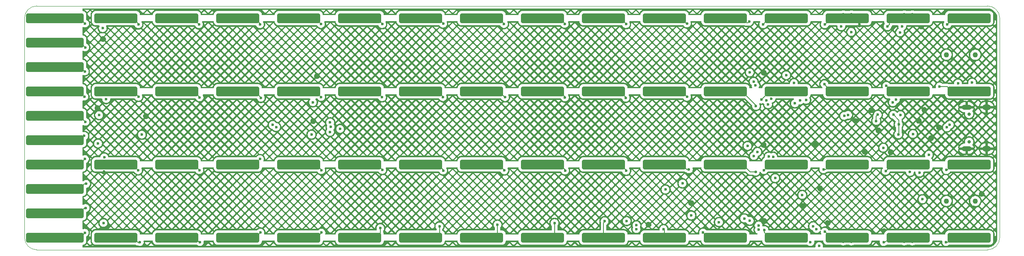
<source format=gbr>
%TF.GenerationSoftware,KiCad,Pcbnew,9.0.2*%
%TF.CreationDate,2025-06-05T02:56:18-07:00*%
%TF.ProjectId,fretboard_0.2,66726574-626f-4617-9264-5f302e322e6b,rev?*%
%TF.SameCoordinates,Original*%
%TF.FileFunction,Copper,L4,Bot*%
%TF.FilePolarity,Positive*%
%FSLAX46Y46*%
G04 Gerber Fmt 4.6, Leading zero omitted, Abs format (unit mm)*
G04 Created by KiCad (PCBNEW 9.0.2) date 2025-06-05 02:56:18*
%MOMM*%
%LPD*%
G01*
G04 APERTURE LIST*
G04 Aperture macros list*
%AMRoundRect*
0 Rectangle with rounded corners*
0 $1 Rounding radius*
0 $2 $3 $4 $5 $6 $7 $8 $9 X,Y pos of 4 corners*
0 Add a 4 corners polygon primitive as box body*
4,1,4,$2,$3,$4,$5,$6,$7,$8,$9,$2,$3,0*
0 Add four circle primitives for the rounded corners*
1,1,$1+$1,$2,$3*
1,1,$1+$1,$4,$5*
1,1,$1+$1,$6,$7*
1,1,$1+$1,$8,$9*
0 Add four rect primitives between the rounded corners*
20,1,$1+$1,$2,$3,$4,$5,0*
20,1,$1+$1,$4,$5,$6,$7,0*
20,1,$1+$1,$6,$7,$8,$9,0*
20,1,$1+$1,$8,$9,$2,$3,0*%
G04 Aperture macros list end*
%TA.AperFunction,SMDPad,CuDef*%
%ADD10RoundRect,0.333333X4.166667X0.666667X-4.166667X0.666667X-4.166667X-0.666667X4.166667X-0.666667X0*%
%TD*%
%TA.AperFunction,ComponentPad*%
%ADD11C,0.700000*%
%TD*%
%TA.AperFunction,ComponentPad*%
%ADD12C,1.100000*%
%TD*%
%TA.AperFunction,ComponentPad*%
%ADD13O,2.000000X1.100000*%
%TD*%
%TA.AperFunction,ComponentPad*%
%ADD14O,1.800000X1.200000*%
%TD*%
%TA.AperFunction,ViaPad*%
%ADD15C,0.600000*%
%TD*%
%TA.AperFunction,Conductor*%
%ADD16C,0.150000*%
%TD*%
%TA.AperFunction,Conductor*%
%ADD17C,0.200000*%
%TD*%
%TA.AperFunction,Profile*%
%ADD18C,0.050000*%
%TD*%
G04 APERTURE END LIST*
D10*
%TO.P,P45,1,1*%
%TO.N,Net-(U5-LED5{slash}ELE9)*%
X158750000Y-99060000D03*
%TD*%
%TO.P,P23,1,1*%
%TO.N,Net-(U3-LED7{slash}ELE11)*%
X133350000Y-68580000D03*
%TD*%
%TO.P,P31,1,1*%
%TO.N,Net-(U4-LED3{slash}ELE7)*%
X184150000Y-83820000D03*
%TD*%
%TO.P,P58,1,1*%
%TO.N,Net-(U6-LED6{slash}ELE10)*%
X107950000Y-99060000D03*
%TD*%
%TO.P,P39,1,1*%
%TO.N,Net-(U5-ELE3)*%
X234950000Y-99060000D03*
%TD*%
%TO.P,P25,1,1*%
%TO.N,Net-(U4-ELE1)*%
X260350000Y-83820000D03*
%TD*%
%TO.P,P37,1,1*%
%TO.N,Net-(U5-ELE1)*%
X260350000Y-99060000D03*
%TD*%
%TO.P,P15,1,1*%
%TO.N,Net-(U3-ELE3)*%
X234950000Y-68580000D03*
%TD*%
%TO.P,P34,1,1*%
%TO.N,Net-(U4-LED6{slash}ELE10)*%
X146050000Y-83820000D03*
%TD*%
%TO.P,P49,1,1*%
%TO.N,Net-(U6-ELE1)*%
X107950000Y-53340000D03*
%TD*%
%TO.P,P5,1,1*%
%TO.N,Net-(U2-LED1{slash}ELE5)*%
X209550000Y-53340000D03*
%TD*%
%TO.P,P44,1,1*%
%TO.N,Net-(U5-LED4{slash}ELE8)*%
X171450000Y-99060000D03*
%TD*%
%TO.P,P19,1,1*%
%TO.N,Net-(U3-LED3{slash}ELE7)*%
X184150000Y-68580000D03*
%TD*%
%TO.P,P33,1,1*%
%TO.N,Net-(U4-LED5{slash}ELE9)*%
X158750000Y-83820000D03*
%TD*%
%TO.P,P11,1,1*%
%TO.N,Net-(U2-LED7{slash}ELE11)*%
X133350000Y-53340000D03*
%TD*%
%TO.P,P55,1,1*%
%TO.N,Net-(U6-LED3{slash}ELE7)*%
X107950000Y-83820000D03*
%TD*%
%TO.P,P51,1,1*%
%TO.N,Net-(U6-ELE3)*%
X120650000Y-68580000D03*
%TD*%
%TO.P,P50,1,1*%
%TO.N,Net-(U6-ELE2)*%
X95250000Y-53340000D03*
%TD*%
%TO.P,P43,1,1*%
%TO.N,Net-(U5-LED3{slash}ELE7)*%
X184150000Y-99060000D03*
%TD*%
%TO.P,P59,1,1*%
%TO.N,Net-(U6-LED7{slash}ELE11)*%
X95250000Y-99060000D03*
%TD*%
%TO.P,P36,1,1*%
%TO.N,Net-(U5-ELE0)*%
X273050000Y-99060000D03*
%TD*%
%TO.P,P10,1,1*%
%TO.N,Net-(U2-LED6{slash}ELE10)*%
X146050000Y-53340000D03*
%TD*%
%TO.P,P1,1,1*%
%TO.N,Net-(U2-ELE1)*%
X260350000Y-53340000D03*
%TD*%
%TO.P,P40,1,1*%
%TO.N,Net-(U5-LED0{slash}ELE4)*%
X222250000Y-99060000D03*
%TD*%
%TO.P,P26,1,1*%
%TO.N,Net-(U4-ELE2)*%
X247650000Y-83820000D03*
%TD*%
%TO.P,P28,1,1*%
%TO.N,Net-(U4-LED0{slash}ELE4)*%
X222250000Y-83820000D03*
%TD*%
%TO.P,P14,1,1*%
%TO.N,Net-(U3-ELE2)*%
X247650000Y-68580000D03*
%TD*%
%TO.P,P35,1,1*%
%TO.N,Net-(U4-LED7{slash}ELE11)*%
X133350000Y-83820000D03*
%TD*%
%TO.P,P4,1,1*%
%TO.N,Net-(U2-LED0{slash}ELE4)*%
X222250000Y-53340000D03*
%TD*%
%TO.P,P8,1,1*%
%TO.N,Net-(U2-LED4{slash}ELE8)*%
X171450000Y-53340000D03*
%TD*%
%TO.P,P29,1,1*%
%TO.N,Net-(U4-LED1{slash}ELE5)*%
X209550000Y-83820000D03*
%TD*%
%TO.P,P57,1,1*%
%TO.N,Net-(U6-LED5{slash}ELE9)*%
X120650000Y-99060000D03*
%TD*%
%TO.P,P52,1,1*%
%TO.N,Net-(U6-LED0{slash}ELE4)*%
X107950000Y-68580000D03*
%TD*%
%TO.P,P48,1,1*%
%TO.N,Net-(U6-ELE0)*%
X120650000Y-53340000D03*
%TD*%
%TO.P,P56,1,1*%
%TO.N,Net-(U6-LED4{slash}ELE8)*%
X95250000Y-83820000D03*
%TD*%
%TO.P,P22,1,1*%
%TO.N,Net-(U3-LED6{slash}ELE10)*%
X146050000Y-68580000D03*
%TD*%
%TO.P,P13,1,1*%
%TO.N,Net-(U3-ELE1)*%
X260350000Y-68580000D03*
%TD*%
%TO.P,P20,1,1*%
%TO.N,Net-(U3-LED4{slash}ELE8)*%
X171450000Y-68580000D03*
%TD*%
%TO.P,P41,1,1*%
%TO.N,Net-(U5-LED1{slash}ELE5)*%
X209550000Y-99060000D03*
%TD*%
%TO.P,P0,1,1*%
%TO.N,Net-(U2-ELE0)*%
X273050000Y-53340000D03*
%TD*%
%TO.P,P27,1,1*%
%TO.N,Net-(U4-ELE3)*%
X234950000Y-83820000D03*
%TD*%
%TO.P,P53,1,1*%
%TO.N,Net-(U6-LED1{slash}ELE5)*%
X95250000Y-68580000D03*
%TD*%
%TO.P,P2,1,1*%
%TO.N,Net-(U2-ELE2)*%
X247650000Y-53340000D03*
%TD*%
%TO.P,P17,1,1*%
%TO.N,Net-(U3-LED1{slash}ELE5)*%
X209550000Y-68580000D03*
%TD*%
%TO.P,P30,1,1*%
%TO.N,Net-(U4-LED2{slash}ELE6)*%
X196850000Y-83820000D03*
%TD*%
%TO.P,P54,1,1*%
%TO.N,Net-(U6-LED2{slash}ELE6)*%
X120650000Y-83820000D03*
%TD*%
%TO.P,P6,1,1*%
%TO.N,Net-(U2-LED2{slash}ELE6)*%
X196850000Y-53340000D03*
%TD*%
%TO.P,P12,1,1*%
%TO.N,Net-(U3-ELE0)*%
X273050000Y-68580000D03*
%TD*%
%TO.P,P9,1,1*%
%TO.N,Net-(U2-LED5{slash}ELE9)*%
X158750000Y-53340000D03*
%TD*%
%TO.P,P32,1,1*%
%TO.N,Net-(U4-LED4{slash}ELE8)*%
X171450000Y-83820000D03*
%TD*%
%TO.P,P16,1,1*%
%TO.N,Net-(U3-LED0{slash}ELE4)*%
X222250000Y-68580000D03*
%TD*%
%TO.P,P21,1,1*%
%TO.N,Net-(U3-LED5{slash}ELE9)*%
X158750000Y-68580000D03*
%TD*%
%TO.P,P7,1,1*%
%TO.N,Net-(U2-LED3{slash}ELE7)*%
X184150000Y-53340000D03*
%TD*%
%TO.P,P38,1,1*%
%TO.N,Net-(U5-ELE2)*%
X247650000Y-99060000D03*
%TD*%
%TO.P,P47,1,1*%
%TO.N,Net-(U5-LED7{slash}ELE11)*%
X133350000Y-99060000D03*
%TD*%
%TO.P,P24,1,1*%
%TO.N,Net-(U4-ELE0)*%
X273050000Y-83820000D03*
%TD*%
%TO.P,P3,1,1*%
%TO.N,Net-(U2-ELE3)*%
X234950000Y-53340000D03*
%TD*%
%TO.P,P42,1,1*%
%TO.N,Net-(U5-LED2{slash}ELE6)*%
X196850000Y-99060000D03*
%TD*%
%TO.P,P18,1,1*%
%TO.N,Net-(U3-LED2{slash}ELE6)*%
X196850000Y-68580000D03*
%TD*%
%TO.P,P46,1,1*%
%TO.N,Net-(U5-LED6{slash}ELE10)*%
X146050000Y-99060000D03*
%TD*%
D11*
%TO.P,SW2,*%
%TO.N,*%
X248500000Y-99822000D03*
X246800000Y-99822000D03*
%TD*%
%TO.P,SW1,*%
%TO.N,*%
X259500000Y-52578000D03*
X261200000Y-52578000D03*
%TD*%
D12*
%TO.P,CN2,*%
%TO.N,*%
X274320000Y-60960000D03*
X268320000Y-60960000D03*
%TD*%
%TO.P,CN1,*%
%TO.N,*%
X274314400Y-91430000D03*
X268314400Y-91430000D03*
%TD*%
D11*
%TO.P,SW3,*%
%TO.N,*%
X261200000Y-99822000D03*
X259500000Y-99822000D03*
%TD*%
%TO.P,USB1,*%
%TO.N,*%
X273020000Y-79090000D03*
X273020000Y-73310000D03*
D13*
%TO.P,USB1,13,SHELL*%
%TO.N,GND*%
X272490000Y-80520000D03*
D14*
X276700000Y-80520000D03*
D13*
%TO.P,USB1,14,SHELL*%
X272490000Y-71880000D03*
D14*
X276700000Y-71880000D03*
%TD*%
D11*
%TO.P,SW4,*%
%TO.N,*%
X246800000Y-52578000D03*
X248500000Y-52578000D03*
%TD*%
D10*
%TO.P,P62,1,1*%
%TO.N,Net-(U7-ELE2)*%
X84074000Y-63500000D03*
%TD*%
%TO.P,P65,1,1*%
%TO.N,Net-(U7-LED1{slash}ELE5)*%
X84074000Y-78740000D03*
%TD*%
%TO.P,P68,1,1*%
%TO.N,Net-(U7-LED4{slash}ELE8)*%
X84074000Y-93980000D03*
%TD*%
%TO.P,P74,1,1*%
%TO.N,Net-(U7-LED0{slash}ELE4)*%
X81026000Y-73660000D03*
%TD*%
%TO.P,P63,1,1*%
%TO.N,Net-(U7-ELE3)*%
X84074000Y-68580000D03*
%TD*%
%TO.P,P77,1,1*%
%TO.N,Net-(U7-LED3{slash}ELE7)*%
X81026000Y-88900000D03*
%TD*%
%TO.P,P69,1,1*%
%TO.N,Net-(U7-LED5{slash}ELE9)*%
X84074000Y-99060000D03*
%TD*%
%TO.P,P73,1,1*%
%TO.N,Net-(U7-ELE3)*%
X81026000Y-68580000D03*
%TD*%
%TO.P,P61,1,1*%
%TO.N,Net-(U7-ELE1)*%
X84074000Y-58420000D03*
%TD*%
%TO.P,P64,1,1*%
%TO.N,Net-(U7-LED0{slash}ELE4)*%
X84074000Y-73660000D03*
%TD*%
%TO.P,P67,1,1*%
%TO.N,Net-(U7-LED3{slash}ELE7)*%
X84074000Y-88900000D03*
%TD*%
%TO.P,P76,1,1*%
%TO.N,Net-(U7-LED2{slash}ELE6)*%
X81026000Y-83820000D03*
%TD*%
%TO.P,P60,1,1*%
%TO.N,Net-(U7-ELE0)*%
X84074000Y-53340000D03*
%TD*%
%TO.P,P70,1,1*%
%TO.N,Net-(U7-ELE0)*%
X81026000Y-53340000D03*
%TD*%
%TO.P,P78,1,1*%
%TO.N,Net-(U7-LED4{slash}ELE8)*%
X81026000Y-93980000D03*
%TD*%
%TO.P,P79,1,1*%
%TO.N,Net-(U7-LED5{slash}ELE9)*%
X81026000Y-99060000D03*
%TD*%
%TO.P,P71,1,1*%
%TO.N,Net-(U7-ELE1)*%
X81026000Y-58420000D03*
%TD*%
%TO.P,P66,1,1*%
%TO.N,Net-(U7-LED2{slash}ELE6)*%
X84074000Y-83820000D03*
%TD*%
%TO.P,P75,1,1*%
%TO.N,Net-(U7-LED1{slash}ELE5)*%
X81026000Y-78740000D03*
%TD*%
%TO.P,P72,1,1*%
%TO.N,Net-(U7-ELE2)*%
X81026000Y-63500000D03*
%TD*%
D15*
%TO.N,Net-(U6-LED6{slash}ELE10)*%
X112750600Y-99995000D03*
%TO.N,Net-(U5-ELE1)*%
X255219200Y-99995000D03*
%TO.N,SCL0*%
X228126716Y-66587213D03*
%TO.N,SDA0*%
X228498400Y-67359899D03*
%TO.N,Net-(U5-ELE3)*%
X226161600Y-95072200D03*
X220903800Y-95834200D03*
X230378000Y-97510600D03*
%TO.N,GND*%
X263677400Y-72455600D03*
X92760800Y-85318600D03*
X250139200Y-54660800D03*
X92557600Y-57683400D03*
X262541554Y-74733300D03*
X256681140Y-81263842D03*
X266783354Y-76155700D03*
X243535200Y-96012000D03*
X265081554Y-78365500D03*
X241960400Y-88798400D03*
X93218000Y-97282000D03*
X206197200Y-96367600D03*
X249384354Y-74758700D03*
X230355700Y-95640500D03*
X136382100Y-74752200D03*
X238302800Y-92456000D03*
X230222500Y-64684300D03*
X275614400Y-89966800D03*
X215138000Y-91871800D03*
X230216100Y-79743200D03*
X252660954Y-72498100D03*
X255295400Y-97713800D03*
X240863111Y-79506073D03*
X263017000Y-55060200D03*
X254141028Y-76738489D03*
X101497742Y-73751729D03*
X137160000Y-65405000D03*
X251263954Y-81134100D03*
X91389200Y-72085200D03*
%TO.N,+3V3*%
X263296400Y-91084400D03*
X258356959Y-75488895D03*
X227307500Y-64643000D03*
X209753200Y-89052400D03*
X139877800Y-75057000D03*
X100642300Y-77610000D03*
X258274322Y-77579955D03*
X238252000Y-90170000D03*
X92506800Y-55422800D03*
X93218000Y-70205600D03*
X227307500Y-95554800D03*
X92659200Y-96037400D03*
X136001000Y-77606195D03*
X141960600Y-76428600D03*
X92811600Y-82346800D03*
X253674654Y-74761700D03*
X226847400Y-79959200D03*
X215138000Y-94462600D03*
X257232954Y-73461700D03*
X253978294Y-73461700D03*
X201672500Y-95605600D03*
%TO.N,USB_DM*%
X268376400Y-76098400D03*
X246989600Y-73701500D03*
%TO.N,USB_DP*%
X247802400Y-73491500D03*
X268986000Y-75539600D03*
%TO.N,Net-(R17-Pad2)*%
X232206800Y-82219800D03*
X232613200Y-86664800D03*
%TO.N,RST*%
X258690476Y-73544147D03*
X261315200Y-77470000D03*
%TO.N,SDA0*%
X257759200Y-70281800D03*
X228904800Y-81203800D03*
X229158800Y-96520000D03*
X203686935Y-96490265D03*
%TO.N,SCL1*%
X128625600Y-76022200D03*
X230770517Y-70504344D03*
X237769400Y-70485000D03*
X139852400Y-77038200D03*
%TO.N,SCL0*%
X229158800Y-97434400D03*
X203708212Y-97289984D03*
X257124200Y-70891400D03*
X231267000Y-82194400D03*
X228163866Y-82059478D03*
%TO.N,SDA1*%
X231825800Y-70104000D03*
X239039400Y-70383400D03*
X139988600Y-75996613D03*
X127914400Y-75590400D03*
X136283513Y-70853487D03*
%TO.N,Net-(U2-ELE0)*%
X268478000Y-54660800D03*
%TO.N,Net-(U2-ELE1)*%
X256006600Y-55060200D03*
%TO.N,Net-(U2-LED2{slash}ELE6)*%
X201523600Y-54584600D03*
%TO.N,Net-(U2-LED5{slash}ELE9)*%
X163423600Y-54483000D03*
%TO.N,Net-(U2-LED6{slash}ELE10)*%
X150723600Y-54584600D03*
%TO.N,Net-(U2-LED3{slash}ELE7)*%
X188747400Y-54533800D03*
%TO.N,Net-(U2-LED1{slash}ELE5)*%
X214223600Y-54432200D03*
%TO.N,Net-(U2-LED7{slash}ELE11)*%
X137972800Y-54559200D03*
%TO.N,Net-(U2-ELE2)*%
X242951000Y-54635400D03*
%TO.N,Net-(U2-LED4{slash}ELE8)*%
X176098200Y-54559200D03*
%TO.N,Net-(U2-ELE3)*%
X230133070Y-54619070D03*
%TO.N,Net-(U2-LED0{slash}ELE4)*%
X227203000Y-54082200D03*
%TO.N,Net-(U3-ELE0)*%
X266851059Y-67577431D03*
%TO.N,Net-(U3-ELE3)*%
X229719141Y-70310669D03*
%TO.N,Net-(U3-LED6{slash}ELE10)*%
X150698200Y-69824600D03*
%TO.N,Net-(U3-ELE2)*%
X242874800Y-67081400D03*
%TO.N,Net-(U3-LED4{slash}ELE8)*%
X176301400Y-69799200D03*
%TO.N,Net-(U3-LED5{slash}ELE9)*%
X163372800Y-69799200D03*
%TO.N,Net-(U3-LED1{slash}ELE5)*%
X214249000Y-69726600D03*
%TO.N,Net-(U3-LED2{slash}ELE6)*%
X201472800Y-69926200D03*
%TO.N,Net-(U3-ELE1)*%
X255778000Y-67437000D03*
%TO.N,Net-(U3-LED0{slash}ELE4)*%
X228600000Y-71628000D03*
%TO.N,Net-(U3-LED7{slash}ELE11)*%
X137998200Y-69773800D03*
%TO.N,Net-(U3-LED3{slash}ELE7)*%
X188798200Y-69875400D03*
%TO.N,Net-(U4-ELE2)*%
X242671600Y-84836000D03*
%TO.N,Net-(U4-LED0{slash}ELE4)*%
X228542200Y-85362028D03*
%TO.N,Net-(U4-LED3{slash}ELE7)*%
X188823600Y-85090000D03*
%TO.N,Net-(U4-LED1{slash}ELE5)*%
X214630000Y-84865000D03*
%TO.N,Net-(U4-LED4{slash}ELE8)*%
X176174400Y-85064600D03*
%TO.N,Net-(U4-LED7{slash}ELE11)*%
X138023600Y-85013800D03*
%TO.N,Net-(U4-LED2{slash}ELE6)*%
X201549000Y-85140800D03*
%TO.N,Net-(U4-LED6{slash}ELE10)*%
X150749000Y-84963000D03*
%TO.N,Net-(U4-LED5{slash}ELE9)*%
X163423600Y-85090000D03*
%TO.N,Net-(U4-ELE3)*%
X230276400Y-85013800D03*
%TO.N,Net-(U4-ELE0)*%
X262683916Y-85542317D03*
X268274800Y-84988400D03*
%TO.N,Net-(U4-ELE1)*%
X255625600Y-85191600D03*
%TO.N,Net-(U5-ELE2)*%
X242925600Y-97847800D03*
%TO.N,Net-(U5-LED3{slash}ELE7)*%
X186639200Y-96012600D03*
%TO.N,Net-(U5-LED0{slash}ELE4)*%
X217601800Y-98008000D03*
%TO.N,Net-(U5-LED4{slash}ELE8)*%
X174752000Y-96362600D03*
%TO.N,Net-(U5-ELE0)*%
X241782600Y-100800000D03*
X268198600Y-99999800D03*
%TO.N,Net-(U5-LED5{slash}ELE9)*%
X162661600Y-96712600D03*
%TO.N,Net-(U5-LED7{slash}ELE11)*%
X138074400Y-98018600D03*
%TO.N,Net-(U5-ELE1)*%
X239949899Y-99995000D03*
%TO.N,Net-(U5-LED1{slash}ELE5)*%
X209346335Y-97291200D03*
%TO.N,Net-(U5-LED6{slash}ELE10)*%
X150342600Y-97062600D03*
%TO.N,Net-(U5-LED2{slash}ELE6)*%
X197068074Y-95654179D03*
%TO.N,Net-(U6-LED4{slash}ELE8)*%
X99872800Y-85039200D03*
%TO.N,Net-(U6-ELE3)*%
X125450600Y-69926200D03*
%TO.N,Net-(U6-ELE2)*%
X99923600Y-54635400D03*
%TO.N,Net-(U6-LED2{slash}ELE6)*%
X125247400Y-82702400D03*
%TO.N,Net-(U6-LED3{slash}ELE7)*%
X112623600Y-85013800D03*
%TO.N,Net-(U6-LED7{slash}ELE11)*%
X100228400Y-99995000D03*
%TO.N,Net-(U6-ELE1)*%
X112547400Y-54635400D03*
%TO.N,Net-(U6-LED1{slash}ELE5)*%
X99949000Y-69723000D03*
%TO.N,Net-(U6-LED5{slash}ELE9)*%
X125349000Y-98018600D03*
%TO.N,Net-(U6-LED0{slash}ELE4)*%
X112674400Y-69850000D03*
%TO.N,Net-(U6-ELE0)*%
X125247400Y-54635400D03*
%TO.N,Net-(U7-LED4{slash}ELE8)*%
X88925400Y-92887800D03*
%TO.N,Net-(U7-ELE1)*%
X88849200Y-59436000D03*
%TO.N,Net-(U7-LED2{slash}ELE6)*%
X88798400Y-82677000D03*
%TO.N,Net-(U7-ELE2)*%
X88747600Y-64439800D03*
%TO.N,Net-(U7-LED3{slash}ELE7)*%
X89052400Y-87858600D03*
%TO.N,Net-(U7-LED1{slash}ELE5)*%
X88646000Y-77876400D03*
%TO.N,Net-(U7-LED5{slash}ELE9)*%
X88747600Y-98044000D03*
%TO.N,Net-(U7-ELE3)*%
X88671400Y-69697600D03*
%TO.N,Net-(U7-LED0{slash}ELE4)*%
X88900000Y-74955400D03*
%TO.N,Net-(U7-ELE0)*%
X88823800Y-54457600D03*
%TO.N,NEO*%
X236728000Y-71085400D03*
X231140000Y-71297800D03*
%TO.N,Net-(LED2-DOUT)*%
X91516200Y-79451200D03*
X91744800Y-73528000D03*
%TO.N,SET1*%
X258622800Y-56295600D03*
X259080000Y-55060200D03*
%TO.N,SET2*%
X246380000Y-55041800D03*
X248462800Y-56210200D03*
%TO.N,Net-(D1-A)*%
X270701100Y-66941100D03*
X240538000Y-96697800D03*
%TO.N,Net-(CN2-Pad3)*%
X241216401Y-97272800D03*
X273634200Y-66776600D03*
%TO.N,RX*%
X255131846Y-80336699D03*
X234899200Y-65227200D03*
X236524800Y-66852800D03*
X213309200Y-87765000D03*
%TO.N,TX*%
X264634968Y-81794983D03*
X260680200Y-85394800D03*
%TD*%
D16*
%TO.N,Net-(U3-ELE0)*%
X266851059Y-67577431D02*
X268447464Y-67577431D01*
X268447464Y-67577431D02*
X269450033Y-68580000D01*
X269450033Y-68580000D02*
X273050000Y-68580000D01*
D17*
%TO.N,Net-(U6-LED7{slash}ELE11)*%
X98780600Y-99060000D02*
X95250000Y-99060000D01*
X100228400Y-99995000D02*
X100096600Y-100126800D01*
X100096600Y-100126800D02*
X99847400Y-100126800D01*
X99847400Y-100126800D02*
X98780600Y-99060000D01*
%TO.N,Net-(U6-LED6{slash}ELE10)*%
X112750600Y-100130400D02*
X112750600Y-99995000D01*
D16*
%TO.N,Net-(U5-ELE1)*%
X255219200Y-99995000D02*
X255290600Y-99923600D01*
X255290600Y-99923600D02*
X255600200Y-99923600D01*
X255600200Y-99923600D02*
X255752800Y-99771000D01*
X255752800Y-99771000D02*
X256260600Y-99771000D01*
%TO.N,Net-(U5-ELE0)*%
X268605000Y-99999800D02*
X269544800Y-99060000D01*
X268198600Y-99999800D02*
X268605000Y-99999800D01*
X269544800Y-99060000D02*
X273050000Y-99060000D01*
%TO.N,Net-(U3-LED0{slash}ELE4)*%
X228600000Y-71628000D02*
X228600000Y-71450200D01*
X225729800Y-68580000D02*
X222250000Y-68580000D01*
X228600000Y-71450200D02*
X225729800Y-68580000D01*
%TO.N,Net-(U4-LED0{slash}ELE4)*%
X228542200Y-85362028D02*
X227398828Y-85362028D01*
X227398828Y-85362028D02*
X225856800Y-83820000D01*
X225856800Y-83820000D02*
X222250000Y-83820000D01*
%TO.N,Net-(U5-ELE3)*%
X230378000Y-97510600D02*
X230378000Y-97967800D01*
X230378000Y-97967800D02*
X232160200Y-99750000D01*
X232160200Y-99750000D02*
X234260000Y-99750000D01*
X234260000Y-99750000D02*
X234950000Y-99060000D01*
%TO.N,Net-(U5-ELE2)*%
X247079594Y-99147000D02*
X247321297Y-99388703D01*
X247321297Y-99388703D02*
X247650000Y-99060000D01*
X246520406Y-99147000D02*
X247079594Y-99147000D01*
X246125000Y-99542406D02*
X246520406Y-99147000D01*
X242925600Y-97847800D02*
X244749329Y-99671529D01*
X244749329Y-99671529D02*
X246125000Y-99671529D01*
X246125000Y-99671529D02*
X246125000Y-99542406D01*
%TO.N,Net-(U2-ELE1)*%
X256006600Y-55060200D02*
X256438400Y-54628400D01*
X256438400Y-54628400D02*
X256438400Y-53822600D01*
X256438400Y-53822600D02*
X256921000Y-53340000D01*
X256921000Y-53340000D02*
X260350000Y-53340000D01*
D17*
%TO.N,+3V3*%
X258356959Y-74585705D02*
X257232954Y-73461700D01*
X253674654Y-74761700D02*
X253674654Y-73765340D01*
X253674654Y-73765340D02*
X253978294Y-73461700D01*
X258356959Y-75488895D02*
X258356959Y-74585705D01*
X258356959Y-75488895D02*
X258356959Y-77497318D01*
X258356959Y-77497318D02*
X258274322Y-77579955D01*
%TO.N,Net-(U2-ELE0)*%
X269798800Y-53340000D02*
X273050000Y-53340000D01*
X268478000Y-54660800D02*
X269798800Y-53340000D01*
%TO.N,Net-(U2-LED2{slash}ELE6)*%
X201523600Y-54533800D02*
X201523600Y-54584600D01*
X200329800Y-53340000D02*
X201523600Y-54533800D01*
X196850000Y-53340000D02*
X200329800Y-53340000D01*
%TO.N,Net-(U2-LED5{slash}ELE9)*%
X163423600Y-54432200D02*
X163423600Y-54483000D01*
X158750000Y-53340000D02*
X162331400Y-53340000D01*
X162331400Y-53340000D02*
X163423600Y-54432200D01*
D16*
%TO.N,Net-(U2-LED6{slash}ELE10)*%
X146964400Y-54254400D02*
X146050000Y-53340000D01*
X150723600Y-54584600D02*
X150393400Y-54254400D01*
X150393400Y-54254400D02*
X146964400Y-54254400D01*
D17*
%TO.N,Net-(U2-LED3{slash}ELE7)*%
X187629800Y-53340000D02*
X188747400Y-54457600D01*
X184150000Y-53340000D02*
X187629800Y-53340000D01*
X188747400Y-54457600D02*
X188747400Y-54533800D01*
%TO.N,Net-(U2-LED1{slash}ELE5)*%
X209550000Y-53340000D02*
X213029800Y-53340000D01*
X213029800Y-53340000D02*
X214122000Y-54432200D01*
X214122000Y-54432200D02*
X214223600Y-54432200D01*
D16*
%TO.N,Net-(U2-LED7{slash}ELE11)*%
X137972800Y-54559200D02*
X137528300Y-54114700D01*
D17*
%TO.N,Net-(U2-ELE2)*%
X244246400Y-53340000D02*
X242951000Y-54635400D01*
X247650000Y-53340000D02*
X244246400Y-53340000D01*
%TO.N,Net-(U2-LED4{slash}ELE8)*%
X176098200Y-54483000D02*
X176098200Y-54559200D01*
X171450000Y-53340000D02*
X174955200Y-53340000D01*
X174955200Y-53340000D02*
X176098200Y-54483000D01*
%TO.N,Net-(U2-ELE3)*%
X231394000Y-53340000D02*
X230133070Y-54600930D01*
X234950000Y-53340000D02*
X231394000Y-53340000D01*
X230133070Y-54600930D02*
X230133070Y-54619070D01*
%TO.N,Net-(U2-LED0{slash}ELE4)*%
X222250000Y-53340000D02*
X225628200Y-53340000D01*
X226593400Y-54305200D02*
X226980000Y-54305200D01*
X226980000Y-54305200D02*
X227203000Y-54082200D01*
X225628200Y-53340000D02*
X226593400Y-54305200D01*
D16*
%TO.N,Net-(U3-ELE3)*%
X229719141Y-70310669D02*
X231449810Y-68580000D01*
X231449810Y-68580000D02*
X234950000Y-68580000D01*
D17*
%TO.N,Net-(U3-LED6{slash}ELE10)*%
X149453600Y-68580000D02*
X150698200Y-69824600D01*
X146050000Y-68580000D02*
X149453600Y-68580000D01*
D16*
%TO.N,Net-(U3-ELE2)*%
X242874800Y-67081400D02*
X242874800Y-67208400D01*
X244246400Y-68580000D02*
X247650000Y-68580000D01*
X242874800Y-67208400D02*
X244246400Y-68580000D01*
D17*
%TO.N,Net-(U3-LED4{slash}ELE8)*%
X176225200Y-69799200D02*
X176301400Y-69799200D01*
X175006000Y-68580000D02*
X176225200Y-69799200D01*
X171450000Y-68580000D02*
X175006000Y-68580000D01*
%TO.N,Net-(U3-LED5{slash}ELE9)*%
X163372800Y-69697600D02*
X163372800Y-69799200D01*
X158750000Y-68580000D02*
X162255200Y-68580000D01*
X162255200Y-68580000D02*
X163372800Y-69697600D01*
%TO.N,Net-(U3-LED1{slash}ELE5)*%
X214201800Y-69726600D02*
X214249000Y-69726600D01*
X213055200Y-68580000D02*
X214201800Y-69726600D01*
X209550000Y-68580000D02*
X213055200Y-68580000D01*
%TO.N,Net-(U3-LED2{slash}ELE6)*%
X200253600Y-68580000D02*
X201472800Y-69799200D01*
X201472800Y-69799200D02*
X201472800Y-69926200D01*
X196850000Y-68580000D02*
X200253600Y-68580000D01*
D16*
%TO.N,Net-(U3-ELE1)*%
X255778000Y-67437000D02*
X256921000Y-68580000D01*
X256921000Y-68580000D02*
X260350000Y-68580000D01*
D17*
%TO.N,Net-(U3-LED7{slash}ELE11)*%
X136804400Y-68580000D02*
X137998200Y-69773800D01*
X133350000Y-68580000D02*
X136804400Y-68580000D01*
%TO.N,Net-(U3-LED3{slash}ELE7)*%
X184150000Y-68580000D02*
X187655200Y-68580000D01*
X187655200Y-68580000D02*
X188798200Y-69723000D01*
X188798200Y-69723000D02*
X188798200Y-69875400D01*
D16*
%TO.N,Net-(U4-ELE2)*%
X243154200Y-84836000D02*
X244170200Y-83820000D01*
X242671600Y-84836000D02*
X243154200Y-84836000D01*
X244170200Y-83820000D02*
X247650000Y-83820000D01*
D17*
%TO.N,Net-(U4-LED3{slash}ELE7)*%
X188823600Y-84912200D02*
X188823600Y-85090000D01*
X184150000Y-83820000D02*
X187731400Y-83820000D01*
X187731400Y-83820000D02*
X188823600Y-84912200D01*
D16*
%TO.N,Net-(U4-LED1{slash}ELE5)*%
X214630000Y-84865000D02*
X214684400Y-84810600D01*
X213106000Y-83820000D02*
X209550000Y-83820000D01*
X214151000Y-84865000D02*
X213106000Y-83820000D01*
X214630000Y-84865000D02*
X214151000Y-84865000D01*
D17*
%TO.N,Net-(U4-LED4{slash}ELE8)*%
X174929800Y-83820000D02*
X176174400Y-85064600D01*
X171450000Y-83820000D02*
X174929800Y-83820000D01*
%TO.N,Net-(U4-LED7{slash}ELE11)*%
X133350000Y-83820000D02*
X136855200Y-83820000D01*
X138023600Y-84988400D02*
X138023600Y-85013800D01*
X136855200Y-83820000D02*
X138023600Y-84988400D01*
D16*
%TO.N,Net-(U4-LED2{slash}ELE6)*%
X201549000Y-85013800D02*
X200355200Y-83820000D01*
X200355200Y-83820000D02*
X196850000Y-83820000D01*
X201549000Y-85140800D02*
X201549000Y-85013800D01*
D17*
%TO.N,Net-(U4-LED6{slash}ELE10)*%
X150723600Y-84963000D02*
X150749000Y-84963000D01*
X146050000Y-83820000D02*
X149580600Y-83820000D01*
X149580600Y-83820000D02*
X150723600Y-84963000D01*
%TO.N,Net-(U4-LED5{slash}ELE9)*%
X163423600Y-84912200D02*
X163423600Y-85090000D01*
X162331400Y-83820000D02*
X163423600Y-84912200D01*
X158750000Y-83820000D02*
X162331400Y-83820000D01*
D16*
%TO.N,Net-(U4-ELE3)*%
X231470200Y-83820000D02*
X234950000Y-83820000D01*
X230276400Y-85013800D02*
X231470200Y-83820000D01*
D17*
%TO.N,Net-(U4-ELE0)*%
X273050000Y-83820000D02*
X269595600Y-83820000D01*
X269595600Y-83820000D02*
X268427200Y-84988400D01*
X269595600Y-83820000D02*
X268884400Y-84531200D01*
X268427200Y-84988400D02*
X268274800Y-84988400D01*
D16*
%TO.N,Net-(U4-ELE1)*%
X256997200Y-83820000D02*
X260350000Y-83820000D01*
X255625600Y-85191600D02*
X256997200Y-83820000D01*
%TO.N,Net-(U5-LED3{slash}ELE7)*%
X186563600Y-99060000D02*
X184150000Y-99060000D01*
X186639200Y-96012600D02*
X186639200Y-98984400D01*
X186639200Y-98984400D02*
X186563600Y-99060000D01*
%TO.N,Net-(U5-LED0{slash}ELE4)*%
X217601800Y-98008000D02*
X218653800Y-99060000D01*
X218653800Y-99060000D02*
X222250000Y-99060000D01*
%TO.N,Net-(U5-LED4{slash}ELE8)*%
X174752000Y-98272600D02*
X173964600Y-99060000D01*
X174752000Y-96362600D02*
X174752000Y-98272600D01*
X173964600Y-99060000D02*
X171450000Y-99060000D01*
%TO.N,Net-(U5-LED5{slash}ELE9)*%
X162661600Y-96712600D02*
X162661600Y-98907600D01*
X162509200Y-99060000D02*
X158750000Y-99060000D01*
X162661600Y-98907600D02*
X162509200Y-99060000D01*
%TO.N,Net-(U5-LED7{slash}ELE11)*%
X138074400Y-98018600D02*
X138099800Y-98044000D01*
D17*
X133350000Y-99060000D02*
X137083800Y-99060000D01*
X137083800Y-99060000D02*
X137972800Y-98171000D01*
%TO.N,Net-(U5-ELE1)*%
X260350000Y-99060000D02*
X256844800Y-99060000D01*
D16*
%TO.N,Net-(U5-LED1{slash}ELE5)*%
X209550000Y-97494865D02*
X209550000Y-99060000D01*
X209346335Y-97291200D02*
X209550000Y-97494865D01*
%TO.N,Net-(U5-LED6{slash}ELE10)*%
X150342600Y-97062600D02*
X150342600Y-98425000D01*
X150342600Y-98425000D02*
X149707600Y-99060000D01*
X149707600Y-99060000D02*
X146050000Y-99060000D01*
%TO.N,Net-(U5-LED2{slash}ELE6)*%
X196850000Y-95990948D02*
X196850000Y-99060000D01*
X197068074Y-95654179D02*
X197068074Y-95772874D01*
X197068074Y-95772874D02*
X196850000Y-95990948D01*
D17*
%TO.N,Net-(U6-LED4{slash}ELE8)*%
X98653600Y-83820000D02*
X99872800Y-85039200D01*
X95250000Y-83820000D02*
X98653600Y-83820000D01*
%TO.N,Net-(U6-ELE3)*%
X120650000Y-68580000D02*
X124129800Y-68580000D01*
X124129800Y-68580000D02*
X125450600Y-69900800D01*
X125450600Y-69900800D02*
X125450600Y-69926200D01*
%TO.N,Net-(U6-ELE2)*%
X99923600Y-54559200D02*
X99923600Y-54635400D01*
X98704400Y-53340000D02*
X99923600Y-54559200D01*
X95250000Y-53340000D02*
X98704400Y-53340000D01*
D16*
%TO.N,Net-(U6-LED2{slash}ELE6)*%
X125247400Y-82702400D02*
X124129800Y-83820000D01*
X124129800Y-83820000D02*
X120650000Y-83820000D01*
D17*
%TO.N,Net-(U6-LED3{slash}ELE7)*%
X111429800Y-83820000D02*
X112623600Y-85013800D01*
X107950000Y-83820000D02*
X111429800Y-83820000D01*
%TO.N,Net-(U6-ELE1)*%
X107950000Y-53340000D02*
X111277400Y-53340000D01*
X111277400Y-53340000D02*
X112547400Y-54610000D01*
X112547400Y-54610000D02*
X112547400Y-54635400D01*
D16*
%TO.N,Net-(U6-LED1{slash}ELE5)*%
X99949000Y-69723000D02*
X100050600Y-69621400D01*
D17*
X95707200Y-69037200D02*
X99263200Y-69037200D01*
X95707200Y-69037200D02*
X99415600Y-69037200D01*
X99263200Y-69037200D02*
X99949000Y-69723000D01*
X95250000Y-68580000D02*
X95707200Y-69037200D01*
%TO.N,Net-(U6-LED6{slash}ELE10)*%
X111556800Y-99060000D02*
X112627200Y-100130400D01*
X107950000Y-99060000D02*
X111556800Y-99060000D01*
X112627200Y-100130400D02*
X112750600Y-100130400D01*
%TO.N,Net-(U6-LED5{slash}ELE9)*%
X124307600Y-99060000D02*
X125349000Y-98018600D01*
X120650000Y-99060000D02*
X124307600Y-99060000D01*
%TO.N,Net-(U6-LED0{slash}ELE4)*%
X111480600Y-68580000D02*
X112674400Y-69773800D01*
X107950000Y-68580000D02*
X111480600Y-68580000D01*
X112674400Y-69773800D02*
X112674400Y-69850000D01*
%TO.N,Net-(U6-ELE0)*%
X124079000Y-53340000D02*
X125247400Y-54508400D01*
X125247400Y-54508400D02*
X125247400Y-54635400D01*
X120650000Y-53340000D02*
X124079000Y-53340000D01*
D16*
%TO.N,Net-(U7-LED4{slash}ELE8)*%
X88925400Y-92887800D02*
X88696800Y-92887800D01*
X88214200Y-93370400D02*
X88214200Y-93395800D01*
X88696800Y-92887800D02*
X88214200Y-93370400D01*
%TO.N,Net-(U7-ELE1)*%
X88214200Y-58801000D02*
X88214200Y-58978800D01*
X88849200Y-59436000D02*
X88214200Y-58801000D01*
%TO.N,Net-(U7-LED2{slash}ELE6)*%
X88798400Y-82677000D02*
X88315800Y-83159600D01*
X88315800Y-83159600D02*
X88315800Y-83261200D01*
%TO.N,Net-(U7-ELE2)*%
X88722200Y-64439800D02*
X88214200Y-63931800D01*
X88747600Y-64439800D02*
X88722200Y-64439800D01*
%TO.N,Net-(U7-LED3{slash}ELE7)*%
X89052400Y-87858600D02*
X88672030Y-87858600D01*
X88672030Y-87858600D02*
X88112600Y-88418030D01*
X88112600Y-88418030D02*
X88112600Y-88595200D01*
%TO.N,Net-(U7-LED1{slash}ELE5)*%
X88646000Y-77876400D02*
X88061800Y-78460600D01*
%TO.N,Net-(U7-LED5{slash}ELE9)*%
X88747600Y-98044000D02*
X88138000Y-98653600D01*
%TO.N,Net-(U7-ELE3)*%
X88188800Y-69240400D02*
X88138000Y-69240400D01*
X88671400Y-69697600D02*
X88646000Y-69697600D01*
X88646000Y-69697600D02*
X88188800Y-69240400D01*
%TO.N,Net-(U7-LED0{slash}ELE4)*%
X88849844Y-74955400D02*
X88290400Y-74395956D01*
X88290400Y-74395956D02*
X88290400Y-73990200D01*
X88900000Y-74955400D02*
X88849844Y-74955400D01*
%TO.N,Net-(U7-ELE0)*%
X88214200Y-53848000D02*
X88163400Y-53848000D01*
X88823800Y-54457600D02*
X88214200Y-53848000D01*
%TD*%
%TA.AperFunction,Conductor*%
%TO.N,GND*%
G36*
X276864042Y-51300765D02*
G01*
X276886774Y-51302254D01*
X277118114Y-51317417D01*
X277134172Y-51319532D01*
X277379888Y-51368408D01*
X277395554Y-51372606D01*
X277546736Y-51423925D01*
X277632788Y-51453136D01*
X277647765Y-51459339D01*
X277865336Y-51566633D01*
X277872460Y-51570146D01*
X277886508Y-51578256D01*
X278094815Y-51717443D01*
X278107675Y-51727311D01*
X278145160Y-51760184D01*
X278296033Y-51892497D01*
X278307502Y-51903966D01*
X278472685Y-52092320D01*
X278482559Y-52105188D01*
X278621743Y-52313492D01*
X278629853Y-52327539D01*
X278740657Y-52552227D01*
X278746864Y-52567213D01*
X278827393Y-52804445D01*
X278831591Y-52820111D01*
X278880465Y-53065813D01*
X278882583Y-53081895D01*
X278899235Y-53335956D01*
X278899500Y-53344066D01*
X278899500Y-99055933D01*
X278899235Y-99064043D01*
X278882583Y-99318104D01*
X278880465Y-99334186D01*
X278831591Y-99579888D01*
X278827393Y-99595554D01*
X278746864Y-99832786D01*
X278740657Y-99847772D01*
X278629853Y-100072460D01*
X278621743Y-100086507D01*
X278482559Y-100294811D01*
X278472685Y-100307679D01*
X278307502Y-100496033D01*
X278296033Y-100507502D01*
X278107679Y-100672685D01*
X278094811Y-100682559D01*
X277886507Y-100821743D01*
X277872460Y-100829853D01*
X277647772Y-100940657D01*
X277632786Y-100946864D01*
X277395554Y-101027393D01*
X277379888Y-101031591D01*
X277134186Y-101080465D01*
X277118104Y-101082583D01*
X276864043Y-101099235D01*
X276855933Y-101099500D01*
X242690303Y-101099500D01*
X242623264Y-101079815D01*
X242577509Y-101027011D01*
X242567565Y-100957853D01*
X242568686Y-100951309D01*
X242583099Y-100878846D01*
X242583100Y-100878844D01*
X242583100Y-100738470D01*
X253079482Y-100738470D01*
X253079482Y-100801500D01*
X254217412Y-100801500D01*
X254217412Y-100738470D01*
X253717293Y-100238352D01*
X253579601Y-100238352D01*
X253079482Y-100738470D01*
X242583100Y-100738470D01*
X242583100Y-100721155D01*
X242583099Y-100721153D01*
X242577595Y-100693481D01*
X242552337Y-100566503D01*
X242551024Y-100563334D01*
X242491997Y-100420827D01*
X242491990Y-100420814D01*
X242404389Y-100289711D01*
X242404386Y-100289707D01*
X242292892Y-100178213D01*
X242292888Y-100178210D01*
X242161785Y-100090609D01*
X242161772Y-100090602D01*
X242016101Y-100030264D01*
X242016089Y-100030261D01*
X241861445Y-99999500D01*
X241861442Y-99999500D01*
X241703758Y-99999500D01*
X241703755Y-99999500D01*
X241549110Y-100030261D01*
X241549098Y-100030264D01*
X241403427Y-100090602D01*
X241403414Y-100090609D01*
X241272311Y-100178210D01*
X241272307Y-100178213D01*
X241160813Y-100289707D01*
X241160810Y-100289711D01*
X241073209Y-100420814D01*
X241073202Y-100420827D01*
X241012864Y-100566498D01*
X241012861Y-100566510D01*
X240982100Y-100721153D01*
X240982100Y-100878846D01*
X240996514Y-100951309D01*
X240990287Y-101020900D01*
X240947424Y-101076078D01*
X240881534Y-101099322D01*
X240874897Y-101099500D01*
X88389000Y-101099500D01*
X88321961Y-101079815D01*
X88276206Y-101027011D01*
X88265000Y-100975500D01*
X88265000Y-100801500D01*
X88608495Y-100801500D01*
X89602953Y-100801500D01*
X89602953Y-100738470D01*
X90162080Y-100738470D01*
X90162080Y-100801500D01*
X90715508Y-100801500D01*
X90714334Y-100801208D01*
X90707875Y-100799415D01*
X90705285Y-100798620D01*
X90698907Y-100796472D01*
X90683744Y-100790901D01*
X90677480Y-100788404D01*
X90674992Y-100787333D01*
X90668926Y-100784526D01*
X90491969Y-100696765D01*
X90486040Y-100693622D01*
X90483682Y-100692289D01*
X90477924Y-100688824D01*
X90464311Y-100680123D01*
X90458729Y-100676337D01*
X90456529Y-100674756D01*
X90451205Y-100670708D01*
X90328486Y-100572063D01*
X90162080Y-100738470D01*
X89602953Y-100738470D01*
X89200381Y-100335898D01*
X89194123Y-100345689D01*
X89190337Y-100351271D01*
X89188756Y-100353471D01*
X89184708Y-100358795D01*
X89060957Y-100512748D01*
X89056622Y-100517853D01*
X89054813Y-100519870D01*
X89050182Y-100524759D01*
X89038759Y-100536182D01*
X89033870Y-100540813D01*
X89031853Y-100542622D01*
X89026748Y-100546957D01*
X88872795Y-100670708D01*
X88867471Y-100674756D01*
X88865271Y-100676337D01*
X88859689Y-100680123D01*
X88846076Y-100688824D01*
X88840318Y-100692289D01*
X88837960Y-100693622D01*
X88832031Y-100696765D01*
X88655074Y-100784526D01*
X88649008Y-100787333D01*
X88646520Y-100788404D01*
X88640256Y-100790901D01*
X88625093Y-100796472D01*
X88618715Y-100798620D01*
X88616125Y-100799415D01*
X88609665Y-100801209D01*
X88608495Y-100801500D01*
X88265000Y-100801500D01*
X88265000Y-100676786D01*
X88284685Y-100609747D01*
X88337489Y-100563992D01*
X88359066Y-100556453D01*
X88529907Y-100513967D01*
X88692391Y-100433383D01*
X88833753Y-100319753D01*
X88947383Y-100178391D01*
X89014774Y-100042509D01*
X89328427Y-100042509D01*
X89813670Y-100527753D01*
X89951363Y-100527753D01*
X90131311Y-100347803D01*
X90129877Y-100345689D01*
X90121176Y-100332076D01*
X90117711Y-100326318D01*
X90116378Y-100323960D01*
X90113235Y-100318031D01*
X90025474Y-100141074D01*
X90022667Y-100135008D01*
X90021596Y-100132520D01*
X90019099Y-100126256D01*
X90013528Y-100111093D01*
X90011380Y-100104715D01*
X90010585Y-100102125D01*
X90008792Y-100095666D01*
X89961486Y-99905450D01*
X89960285Y-99900123D01*
X89959848Y-99897964D01*
X89958882Y-99892584D01*
X89956848Y-99879620D01*
X89956121Y-99874217D01*
X89955876Y-99872032D01*
X89955388Y-99866606D01*
X89951983Y-99816404D01*
X89951770Y-99812202D01*
X89951571Y-99806314D01*
X89951500Y-99802125D01*
X89951500Y-99389961D01*
X89951363Y-99389824D01*
X89813670Y-99389824D01*
X89370920Y-99832573D01*
X89368612Y-99866606D01*
X89368124Y-99872032D01*
X89367879Y-99874217D01*
X89367152Y-99879620D01*
X89365118Y-99892584D01*
X89364152Y-99897964D01*
X89363715Y-99900123D01*
X89362514Y-99905450D01*
X89328427Y-100042509D01*
X89014774Y-100042509D01*
X89027967Y-100015907D01*
X89071739Y-99839898D01*
X89074500Y-99799180D01*
X89074500Y-98854605D01*
X89094185Y-98787566D01*
X89129609Y-98751503D01*
X89253829Y-98668502D01*
X89651476Y-98668502D01*
X89813670Y-98830697D01*
X89951362Y-98830697D01*
X89951500Y-98830558D01*
X89951500Y-98320821D01*
X90249500Y-98320821D01*
X90249500Y-99799178D01*
X90252261Y-99839900D01*
X90267238Y-99900123D01*
X90296033Y-100015907D01*
X90296034Y-100015909D01*
X90376616Y-100178390D01*
X90484660Y-100312802D01*
X90490247Y-100319753D01*
X90631609Y-100433383D01*
X90794093Y-100513967D01*
X90970102Y-100557739D01*
X91010820Y-100560500D01*
X99380502Y-100560500D01*
X99447541Y-100580185D01*
X99468183Y-100596819D01*
X99478684Y-100607320D01*
X99553128Y-100650300D01*
X99615615Y-100686377D01*
X99768343Y-100727301D01*
X99879859Y-100727301D01*
X99927311Y-100736740D01*
X99994898Y-100764735D01*
X99994903Y-100764737D01*
X100149553Y-100795499D01*
X100149556Y-100795500D01*
X100149558Y-100795500D01*
X100307244Y-100795500D01*
X100307245Y-100795499D01*
X100461897Y-100764737D01*
X100525312Y-100738470D01*
X102041474Y-100738470D01*
X102041474Y-100801500D01*
X103179403Y-100801500D01*
X103179403Y-100738470D01*
X102679285Y-100238352D01*
X102541593Y-100238352D01*
X102041474Y-100738470D01*
X100525312Y-100738470D01*
X100595460Y-100709414D01*
X100607572Y-100704397D01*
X100607572Y-100704396D01*
X100607579Y-100704394D01*
X100738689Y-100616789D01*
X100850189Y-100505289D01*
X100937794Y-100374179D01*
X100938932Y-100371433D01*
X100955032Y-100332563D01*
X100998137Y-100228497D01*
X101013373Y-100151899D01*
X101317211Y-100151899D01*
X101693064Y-100527753D01*
X101830757Y-100527753D01*
X102330875Y-100027634D01*
X102330875Y-99993000D01*
X101326900Y-99993000D01*
X101326900Y-100081161D01*
X101326752Y-100087222D01*
X101326632Y-100089674D01*
X101326183Y-100095769D01*
X101324748Y-100110337D01*
X101324005Y-100116360D01*
X101323645Y-100118789D01*
X101322602Y-100124802D01*
X101317211Y-100151899D01*
X101013373Y-100151899D01*
X101028900Y-100073842D01*
X101028900Y-99916158D01*
X101028900Y-99916155D01*
X101014386Y-99843192D01*
X101020613Y-99773601D01*
X101063475Y-99718423D01*
X101129365Y-99695178D01*
X101136003Y-99695000D01*
X102826559Y-99695000D01*
X102893598Y-99714685D01*
X102939353Y-99767489D01*
X102950275Y-99810609D01*
X102952261Y-99839900D01*
X102967238Y-99900123D01*
X102996033Y-100015907D01*
X102996034Y-100015909D01*
X103076616Y-100178390D01*
X103184660Y-100312802D01*
X103190247Y-100319753D01*
X103331609Y-100433383D01*
X103494093Y-100513967D01*
X103670102Y-100557739D01*
X103710820Y-100560500D01*
X112132659Y-100560500D01*
X112199698Y-100580185D01*
X112220340Y-100596819D01*
X112240307Y-100616786D01*
X112240311Y-100616789D01*
X112371414Y-100704390D01*
X112371427Y-100704397D01*
X112453688Y-100738470D01*
X112517103Y-100764737D01*
X112671753Y-100795499D01*
X112671756Y-100795500D01*
X112671758Y-100795500D01*
X112829444Y-100795500D01*
X112829445Y-100795499D01*
X112984097Y-100764737D01*
X113047512Y-100738470D01*
X113920868Y-100738470D01*
X113920868Y-100801500D01*
X115058797Y-100801500D01*
X115058797Y-100738470D01*
X125800262Y-100738470D01*
X125800262Y-100801500D01*
X126938191Y-100801500D01*
X126938191Y-100738470D01*
X127497318Y-100738470D01*
X127497318Y-100801500D01*
X128635247Y-100801500D01*
X137884492Y-100801500D01*
X138817585Y-100801500D01*
X138817585Y-100738470D01*
X139376712Y-100738470D01*
X139376712Y-100801500D01*
X140514641Y-100801500D01*
X140514641Y-100738470D01*
X151256106Y-100738470D01*
X151256106Y-100801500D01*
X152394035Y-100801500D01*
X152394035Y-100738470D01*
X152953162Y-100738470D01*
X152953162Y-100801500D01*
X154091092Y-100801500D01*
X163284492Y-100801500D01*
X164273429Y-100801500D01*
X164273429Y-100738470D01*
X164832556Y-100738470D01*
X164832556Y-100801500D01*
X165970485Y-100801500D01*
X165970485Y-100738470D01*
X176711950Y-100738470D01*
X176711950Y-100801500D01*
X177849879Y-100801500D01*
X177849879Y-100738470D01*
X178409006Y-100738470D01*
X178409006Y-100801500D01*
X179546936Y-100801500D01*
X188684496Y-100801500D01*
X189729273Y-100801500D01*
X189729273Y-100738470D01*
X190288400Y-100738470D01*
X190288400Y-100801500D01*
X191426330Y-100801500D01*
X191426330Y-100738470D01*
X202167794Y-100738470D01*
X202167794Y-100801500D01*
X203305724Y-100801500D01*
X203305724Y-100738470D01*
X203864851Y-100738470D01*
X203864851Y-100801500D01*
X205002780Y-100801500D01*
X214084495Y-100801500D01*
X215185117Y-100801500D01*
X215185117Y-100738470D01*
X215744244Y-100738470D01*
X215744244Y-100801500D01*
X216882174Y-100801500D01*
X216882174Y-100738470D01*
X227623638Y-100738470D01*
X227623638Y-100801500D01*
X228761568Y-100801500D01*
X228761568Y-100738470D01*
X229320695Y-100738470D01*
X229320695Y-100801500D01*
X230415505Y-100801500D01*
X230414335Y-100801209D01*
X230407875Y-100799415D01*
X230405285Y-100798620D01*
X230398907Y-100796472D01*
X230383744Y-100790901D01*
X230377480Y-100788404D01*
X230374992Y-100787333D01*
X230368926Y-100784526D01*
X230191969Y-100696765D01*
X230186040Y-100693622D01*
X230183682Y-100692289D01*
X230177924Y-100688824D01*
X230164311Y-100680123D01*
X230158729Y-100676337D01*
X230156529Y-100674756D01*
X230151205Y-100670708D01*
X229997252Y-100546957D01*
X229992147Y-100542622D01*
X229990130Y-100540813D01*
X229985241Y-100536182D01*
X229973818Y-100524759D01*
X229969187Y-100519870D01*
X229967378Y-100517853D01*
X229963043Y-100512748D01*
X229839292Y-100358795D01*
X229835244Y-100353471D01*
X229833663Y-100351271D01*
X229829877Y-100345689D01*
X229821176Y-100332076D01*
X229817711Y-100326318D01*
X229816378Y-100323960D01*
X229813235Y-100318031D01*
X229789331Y-100269833D01*
X229320695Y-100738470D01*
X228761568Y-100738470D01*
X228261449Y-100238352D01*
X228123757Y-100238352D01*
X227623638Y-100738470D01*
X216882174Y-100738470D01*
X216382055Y-100238352D01*
X216244363Y-100238352D01*
X215744244Y-100738470D01*
X215185117Y-100738470D01*
X214712595Y-100265948D01*
X214686765Y-100318031D01*
X214683622Y-100323960D01*
X214682289Y-100326318D01*
X214678824Y-100332076D01*
X214670123Y-100345689D01*
X214666337Y-100351271D01*
X214664756Y-100353471D01*
X214660708Y-100358795D01*
X214536957Y-100512748D01*
X214532622Y-100517853D01*
X214530813Y-100519870D01*
X214526182Y-100524759D01*
X214514759Y-100536182D01*
X214509870Y-100540813D01*
X214507853Y-100542622D01*
X214502748Y-100546957D01*
X214348795Y-100670708D01*
X214343471Y-100674756D01*
X214341271Y-100676337D01*
X214335689Y-100680123D01*
X214322076Y-100688824D01*
X214316318Y-100692289D01*
X214313960Y-100693622D01*
X214308031Y-100696765D01*
X214131074Y-100784526D01*
X214125008Y-100787333D01*
X214122520Y-100788404D01*
X214116256Y-100790901D01*
X214101093Y-100796472D01*
X214094715Y-100798620D01*
X214092125Y-100799415D01*
X214085665Y-100801209D01*
X214084495Y-100801500D01*
X205002780Y-100801500D01*
X205002780Y-100797776D01*
X204998907Y-100796472D01*
X204983744Y-100790901D01*
X204977480Y-100788404D01*
X204974992Y-100787333D01*
X204968926Y-100784526D01*
X204791969Y-100696765D01*
X204786040Y-100693622D01*
X204783682Y-100692289D01*
X204777924Y-100688824D01*
X204764311Y-100680123D01*
X204758729Y-100676337D01*
X204756529Y-100674756D01*
X204751205Y-100670708D01*
X204597252Y-100546957D01*
X204592147Y-100542622D01*
X204590130Y-100540813D01*
X204585241Y-100536182D01*
X204573818Y-100524759D01*
X204569187Y-100519870D01*
X204567378Y-100517853D01*
X204563043Y-100512748D01*
X204439292Y-100358795D01*
X204435244Y-100353471D01*
X204433663Y-100351271D01*
X204429877Y-100345689D01*
X204421176Y-100332076D01*
X204417711Y-100326318D01*
X204416378Y-100323960D01*
X204413235Y-100318031D01*
X204373719Y-100238352D01*
X204364969Y-100238352D01*
X203864851Y-100738470D01*
X203305724Y-100738470D01*
X202805605Y-100238352D01*
X202667913Y-100238352D01*
X202167794Y-100738470D01*
X191426330Y-100738470D01*
X190926211Y-100238352D01*
X190788519Y-100238352D01*
X190288400Y-100738470D01*
X189729273Y-100738470D01*
X189294081Y-100303278D01*
X189286765Y-100318031D01*
X189283622Y-100323960D01*
X189282289Y-100326318D01*
X189278824Y-100332076D01*
X189270123Y-100345689D01*
X189266337Y-100351271D01*
X189264756Y-100353471D01*
X189260708Y-100358795D01*
X189136957Y-100512748D01*
X189132622Y-100517853D01*
X189130813Y-100519870D01*
X189126182Y-100524759D01*
X189114759Y-100536182D01*
X189109870Y-100540813D01*
X189107853Y-100542622D01*
X189102748Y-100546957D01*
X188948795Y-100670708D01*
X188943471Y-100674756D01*
X188941271Y-100676337D01*
X188935689Y-100680123D01*
X188922076Y-100688824D01*
X188916318Y-100692289D01*
X188913960Y-100693622D01*
X188908031Y-100696765D01*
X188731074Y-100784526D01*
X188725008Y-100787333D01*
X188722520Y-100788404D01*
X188716256Y-100790901D01*
X188701093Y-100796472D01*
X188694715Y-100798620D01*
X188692125Y-100799415D01*
X188685666Y-100801209D01*
X188684496Y-100801500D01*
X179546936Y-100801500D01*
X179546936Y-100773620D01*
X179391969Y-100696765D01*
X179386040Y-100693622D01*
X179383682Y-100692289D01*
X179377924Y-100688824D01*
X179364311Y-100680123D01*
X179358729Y-100676337D01*
X179356529Y-100674756D01*
X179351205Y-100670708D01*
X179197252Y-100546957D01*
X179192147Y-100542622D01*
X179190130Y-100540813D01*
X179185241Y-100536182D01*
X179173818Y-100524759D01*
X179169187Y-100519870D01*
X179167378Y-100517853D01*
X179163043Y-100512748D01*
X179039292Y-100358795D01*
X179035244Y-100353471D01*
X179033663Y-100351271D01*
X179029877Y-100345689D01*
X179021176Y-100332076D01*
X179017711Y-100326318D01*
X179016378Y-100323960D01*
X179013235Y-100318031D01*
X178973719Y-100238352D01*
X178909125Y-100238352D01*
X178409006Y-100738470D01*
X177849879Y-100738470D01*
X177349761Y-100238352D01*
X177212069Y-100238352D01*
X176711950Y-100738470D01*
X165970485Y-100738470D01*
X165470367Y-100238352D01*
X165332675Y-100238352D01*
X164832556Y-100738470D01*
X164273429Y-100738470D01*
X163874227Y-100339268D01*
X163870123Y-100345689D01*
X163866337Y-100351271D01*
X163864756Y-100353471D01*
X163860708Y-100358795D01*
X163736957Y-100512748D01*
X163732622Y-100517853D01*
X163730813Y-100519870D01*
X163726182Y-100524759D01*
X163714759Y-100536182D01*
X163709870Y-100540813D01*
X163707853Y-100542622D01*
X163702748Y-100546957D01*
X163548795Y-100670708D01*
X163543471Y-100674756D01*
X163541271Y-100676337D01*
X163535689Y-100680123D01*
X163522076Y-100688824D01*
X163516318Y-100692289D01*
X163513960Y-100693622D01*
X163508031Y-100696765D01*
X163331074Y-100784526D01*
X163325008Y-100787333D01*
X163322520Y-100788404D01*
X163316256Y-100790901D01*
X163301093Y-100796472D01*
X163294715Y-100798620D01*
X163292125Y-100799415D01*
X163285666Y-100801208D01*
X163284492Y-100801500D01*
X154091092Y-100801500D01*
X154091092Y-100745924D01*
X153991969Y-100696765D01*
X153986040Y-100693622D01*
X153983682Y-100692289D01*
X153977924Y-100688824D01*
X153964311Y-100680123D01*
X153958729Y-100676337D01*
X153956529Y-100674756D01*
X153951205Y-100670708D01*
X153797252Y-100546957D01*
X153792147Y-100542622D01*
X153790130Y-100540813D01*
X153785241Y-100536182D01*
X153773818Y-100524759D01*
X153769187Y-100519870D01*
X153767378Y-100517853D01*
X153763043Y-100512748D01*
X153639292Y-100358795D01*
X153635244Y-100353471D01*
X153633663Y-100351271D01*
X153629877Y-100345689D01*
X153621176Y-100332076D01*
X153617711Y-100326318D01*
X153616378Y-100323960D01*
X153613236Y-100318031D01*
X153573719Y-100238352D01*
X153453281Y-100238352D01*
X152953162Y-100738470D01*
X152394035Y-100738470D01*
X151893917Y-100238352D01*
X151756224Y-100238352D01*
X151256106Y-100738470D01*
X140514641Y-100738470D01*
X140014523Y-100238352D01*
X139876831Y-100238352D01*
X139376712Y-100738470D01*
X138817585Y-100738470D01*
X138450548Y-100371433D01*
X138336957Y-100512748D01*
X138332622Y-100517853D01*
X138330813Y-100519870D01*
X138326182Y-100524759D01*
X138314759Y-100536182D01*
X138309870Y-100540813D01*
X138307853Y-100542622D01*
X138302748Y-100546957D01*
X138148795Y-100670708D01*
X138143471Y-100674756D01*
X138141271Y-100676337D01*
X138135689Y-100680123D01*
X138122076Y-100688824D01*
X138116318Y-100692289D01*
X138113960Y-100693622D01*
X138108031Y-100696765D01*
X137931074Y-100784526D01*
X137925008Y-100787333D01*
X137922520Y-100788404D01*
X137916256Y-100790901D01*
X137901093Y-100796472D01*
X137894715Y-100798620D01*
X137892125Y-100799415D01*
X137885666Y-100801208D01*
X137884492Y-100801500D01*
X128635247Y-100801500D01*
X128635247Y-100738470D01*
X128595089Y-100698312D01*
X128591969Y-100696765D01*
X128586040Y-100693622D01*
X128583682Y-100692289D01*
X128577924Y-100688824D01*
X128564311Y-100680123D01*
X128558729Y-100676337D01*
X128556529Y-100674756D01*
X128551205Y-100670708D01*
X128397252Y-100546957D01*
X128392147Y-100542622D01*
X128390130Y-100540813D01*
X128385241Y-100536182D01*
X128373818Y-100524759D01*
X128369187Y-100519870D01*
X128367378Y-100517853D01*
X128363043Y-100512748D01*
X128239292Y-100358795D01*
X128235244Y-100353471D01*
X128233663Y-100351271D01*
X128229877Y-100345689D01*
X128221176Y-100332076D01*
X128217711Y-100326318D01*
X128216378Y-100323960D01*
X128213236Y-100318033D01*
X128211687Y-100314910D01*
X128135129Y-100238352D01*
X127997437Y-100238352D01*
X127497318Y-100738470D01*
X126938191Y-100738470D01*
X126438073Y-100238352D01*
X126300380Y-100238352D01*
X125800262Y-100738470D01*
X115058797Y-100738470D01*
X114558679Y-100238352D01*
X114420986Y-100238352D01*
X113920868Y-100738470D01*
X113047512Y-100738470D01*
X113117660Y-100709414D01*
X113129772Y-100704397D01*
X113129772Y-100704396D01*
X113129779Y-100704394D01*
X113260889Y-100616789D01*
X113372389Y-100505289D01*
X113459994Y-100374179D01*
X113461132Y-100371433D01*
X113477232Y-100332563D01*
X113520337Y-100228497D01*
X113551100Y-100073842D01*
X113551100Y-100027634D01*
X114769396Y-100027634D01*
X115269515Y-100527753D01*
X115407207Y-100527753D01*
X115555723Y-100379236D01*
X115539292Y-100358795D01*
X115535244Y-100353471D01*
X115533663Y-100351271D01*
X115529877Y-100345689D01*
X115521176Y-100332076D01*
X115517711Y-100326318D01*
X115516378Y-100323960D01*
X115513235Y-100318031D01*
X115425474Y-100141074D01*
X115422667Y-100135008D01*
X115421596Y-100132520D01*
X115419099Y-100126256D01*
X115413528Y-100111093D01*
X115411380Y-100104715D01*
X115410585Y-100102125D01*
X115408792Y-100095666D01*
X115383259Y-99993000D01*
X114769396Y-99993000D01*
X114769396Y-100027634D01*
X113551100Y-100027634D01*
X113551100Y-99916158D01*
X113551100Y-99916155D01*
X113536586Y-99843192D01*
X113542813Y-99773601D01*
X113585675Y-99718423D01*
X113651565Y-99695178D01*
X113658203Y-99695000D01*
X115526559Y-99695000D01*
X115593598Y-99714685D01*
X115639353Y-99767489D01*
X115650275Y-99810609D01*
X115652261Y-99839900D01*
X115667238Y-99900123D01*
X115696033Y-100015907D01*
X115696034Y-100015909D01*
X115776616Y-100178390D01*
X115884660Y-100312802D01*
X115890247Y-100319753D01*
X116031609Y-100433383D01*
X116194093Y-100513967D01*
X116370102Y-100557739D01*
X116410820Y-100560500D01*
X116410821Y-100560500D01*
X124889179Y-100560500D01*
X124889180Y-100560500D01*
X124929898Y-100557739D01*
X125105907Y-100513967D01*
X125268391Y-100433383D01*
X125409753Y-100319753D01*
X125523383Y-100178391D01*
X125598151Y-100027634D01*
X126648790Y-100027634D01*
X127148908Y-100527753D01*
X127286601Y-100527753D01*
X127786719Y-100027634D01*
X127786719Y-99993000D01*
X126648790Y-99993000D01*
X126648790Y-100027634D01*
X125598151Y-100027634D01*
X125603967Y-100015907D01*
X125647739Y-99839898D01*
X125649725Y-99810608D01*
X125673901Y-99745055D01*
X125729681Y-99702978D01*
X125773441Y-99695000D01*
X128226559Y-99695000D01*
X128293598Y-99714685D01*
X128339353Y-99767489D01*
X128350275Y-99810609D01*
X128352261Y-99839900D01*
X128367238Y-99900123D01*
X128396033Y-100015907D01*
X128396034Y-100015909D01*
X128476616Y-100178390D01*
X128584660Y-100312802D01*
X128590247Y-100319753D01*
X128731609Y-100433383D01*
X128894093Y-100513967D01*
X129070102Y-100557739D01*
X129110820Y-100560500D01*
X129110821Y-100560500D01*
X137589179Y-100560500D01*
X137589180Y-100560500D01*
X137629898Y-100557739D01*
X137805907Y-100513967D01*
X137968391Y-100433383D01*
X138109753Y-100319753D01*
X138223383Y-100178391D01*
X138266400Y-100091655D01*
X138592205Y-100091655D01*
X139028302Y-100527753D01*
X139165995Y-100527753D01*
X139666113Y-100027634D01*
X140225240Y-100027634D01*
X140725359Y-100527753D01*
X140863050Y-100527753D01*
X140980607Y-100410193D01*
X140939292Y-100358795D01*
X140935244Y-100353471D01*
X140933663Y-100351271D01*
X140929877Y-100345689D01*
X140921176Y-100332076D01*
X140917711Y-100326318D01*
X140916378Y-100323960D01*
X140913235Y-100318031D01*
X140825474Y-100141074D01*
X140822667Y-100135008D01*
X140821596Y-100132520D01*
X140819099Y-100126256D01*
X140813528Y-100111093D01*
X140811380Y-100104715D01*
X140810585Y-100102125D01*
X140808792Y-100095666D01*
X140783259Y-99993000D01*
X140225240Y-99993000D01*
X140225240Y-100027634D01*
X139666113Y-100027634D01*
X139666113Y-99993000D01*
X138616741Y-99993000D01*
X138592205Y-100091655D01*
X138266400Y-100091655D01*
X138303967Y-100015907D01*
X138347739Y-99839898D01*
X138349725Y-99810608D01*
X138373901Y-99745055D01*
X138429681Y-99702978D01*
X138473441Y-99695000D01*
X140926559Y-99695000D01*
X140993598Y-99714685D01*
X141039353Y-99767489D01*
X141050275Y-99810609D01*
X141052261Y-99839900D01*
X141067238Y-99900123D01*
X141096033Y-100015907D01*
X141096034Y-100015909D01*
X141176616Y-100178390D01*
X141284660Y-100312802D01*
X141290247Y-100319753D01*
X141431609Y-100433383D01*
X141594093Y-100513967D01*
X141770102Y-100557739D01*
X141810820Y-100560500D01*
X141810821Y-100560500D01*
X150289179Y-100560500D01*
X150289180Y-100560500D01*
X150329898Y-100557739D01*
X150505907Y-100513967D01*
X150668391Y-100433383D01*
X150809753Y-100319753D01*
X150923383Y-100178391D01*
X150998151Y-100027634D01*
X152104634Y-100027634D01*
X152604753Y-100527753D01*
X152742445Y-100527753D01*
X153242563Y-100027634D01*
X153242563Y-99993000D01*
X152104634Y-99993000D01*
X152104634Y-100027634D01*
X150998151Y-100027634D01*
X151003967Y-100015907D01*
X151047739Y-99839898D01*
X151049725Y-99810608D01*
X151073901Y-99745055D01*
X151129681Y-99702978D01*
X151173441Y-99695000D01*
X153626559Y-99695000D01*
X153693598Y-99714685D01*
X153739353Y-99767489D01*
X153750275Y-99810609D01*
X153752261Y-99839900D01*
X153767238Y-99900123D01*
X153796033Y-100015907D01*
X153796034Y-100015909D01*
X153876616Y-100178390D01*
X153984660Y-100312802D01*
X153990247Y-100319753D01*
X154131609Y-100433383D01*
X154294093Y-100513967D01*
X154470102Y-100557739D01*
X154510820Y-100560500D01*
X154510821Y-100560500D01*
X162989179Y-100560500D01*
X162989180Y-100560500D01*
X163029898Y-100557739D01*
X163205907Y-100513967D01*
X163368391Y-100433383D01*
X163509753Y-100319753D01*
X163623383Y-100178391D01*
X163688580Y-100046933D01*
X164003327Y-100046933D01*
X164484147Y-100527753D01*
X164621839Y-100527753D01*
X165121957Y-100027634D01*
X165681084Y-100027634D01*
X166181203Y-100527753D01*
X166318895Y-100527753D01*
X166405493Y-100441153D01*
X166339292Y-100358795D01*
X166335244Y-100353471D01*
X166333663Y-100351271D01*
X166329877Y-100345689D01*
X166321176Y-100332076D01*
X166317711Y-100326318D01*
X166316378Y-100323960D01*
X166313235Y-100318031D01*
X166225474Y-100141074D01*
X166222667Y-100135008D01*
X166221596Y-100132520D01*
X166219099Y-100126256D01*
X166213528Y-100111093D01*
X166211380Y-100104715D01*
X166210585Y-100102125D01*
X166208792Y-100095666D01*
X166183259Y-99993000D01*
X165681084Y-99993000D01*
X165681084Y-100027634D01*
X165121957Y-100027634D01*
X165121957Y-99993000D01*
X164016741Y-99993000D01*
X164003327Y-100046933D01*
X163688580Y-100046933D01*
X163703967Y-100015907D01*
X163747739Y-99839898D01*
X163749725Y-99810608D01*
X163773901Y-99745055D01*
X163829681Y-99702978D01*
X163873441Y-99695000D01*
X166326559Y-99695000D01*
X166393598Y-99714685D01*
X166439353Y-99767489D01*
X166450275Y-99810609D01*
X166452261Y-99839900D01*
X166467238Y-99900123D01*
X166496033Y-100015907D01*
X166496034Y-100015909D01*
X166576616Y-100178390D01*
X166684660Y-100312802D01*
X166690247Y-100319753D01*
X166831609Y-100433383D01*
X166994093Y-100513967D01*
X167170102Y-100557739D01*
X167210820Y-100560500D01*
X167210821Y-100560500D01*
X175689179Y-100560500D01*
X175689180Y-100560500D01*
X175729898Y-100557739D01*
X175905907Y-100513967D01*
X176068391Y-100433383D01*
X176209753Y-100319753D01*
X176323383Y-100178391D01*
X176398151Y-100027634D01*
X177560478Y-100027634D01*
X178060597Y-100527753D01*
X178198289Y-100527753D01*
X178698408Y-100027634D01*
X178698408Y-99993000D01*
X177560478Y-99993000D01*
X177560478Y-100027634D01*
X176398151Y-100027634D01*
X176403967Y-100015907D01*
X176447739Y-99839898D01*
X176449725Y-99810608D01*
X176473901Y-99745055D01*
X176529681Y-99702978D01*
X176573441Y-99695000D01*
X179026559Y-99695000D01*
X179093598Y-99714685D01*
X179139353Y-99767489D01*
X179150275Y-99810609D01*
X179152261Y-99839900D01*
X179167238Y-99900123D01*
X179196033Y-100015907D01*
X179196034Y-100015909D01*
X179276616Y-100178390D01*
X179384660Y-100312802D01*
X179390247Y-100319753D01*
X179531609Y-100433383D01*
X179694093Y-100513967D01*
X179870102Y-100557739D01*
X179910820Y-100560500D01*
X179910821Y-100560500D01*
X188389179Y-100560500D01*
X188389180Y-100560500D01*
X188429898Y-100557739D01*
X188605907Y-100513967D01*
X188768391Y-100433383D01*
X188909753Y-100319753D01*
X189023383Y-100178391D01*
X189098151Y-100027634D01*
X189439872Y-100027634D01*
X189939991Y-100527753D01*
X190077683Y-100527753D01*
X190577801Y-100027634D01*
X191136928Y-100027634D01*
X191637047Y-100527753D01*
X191774739Y-100527753D01*
X191830379Y-100472112D01*
X191739292Y-100358795D01*
X191735244Y-100353471D01*
X191733663Y-100351271D01*
X191729877Y-100345689D01*
X191721176Y-100332076D01*
X191717711Y-100326318D01*
X191716378Y-100323960D01*
X191713235Y-100318031D01*
X191625474Y-100141074D01*
X191622667Y-100135008D01*
X191621596Y-100132520D01*
X191619099Y-100126256D01*
X191613528Y-100111093D01*
X191611380Y-100104715D01*
X191610585Y-100102125D01*
X191608792Y-100095666D01*
X191583259Y-99993000D01*
X191136928Y-99993000D01*
X191136928Y-100027634D01*
X190577801Y-100027634D01*
X190577801Y-99993000D01*
X189439872Y-99993000D01*
X189439872Y-100027634D01*
X189098151Y-100027634D01*
X189103967Y-100015907D01*
X189147739Y-99839898D01*
X189149725Y-99810608D01*
X189173901Y-99745055D01*
X189229681Y-99702978D01*
X189273441Y-99695000D01*
X191726559Y-99695000D01*
X191793598Y-99714685D01*
X191839353Y-99767489D01*
X191850275Y-99810609D01*
X191852261Y-99839900D01*
X191867238Y-99900123D01*
X191896033Y-100015907D01*
X191896034Y-100015909D01*
X191976616Y-100178390D01*
X192084660Y-100312802D01*
X192090247Y-100319753D01*
X192231609Y-100433383D01*
X192394093Y-100513967D01*
X192570102Y-100557739D01*
X192610820Y-100560500D01*
X192610821Y-100560500D01*
X201089179Y-100560500D01*
X201089180Y-100560500D01*
X201129898Y-100557739D01*
X201250473Y-100527753D01*
X201823188Y-100527753D01*
X201957077Y-100527753D01*
X202457195Y-100027634D01*
X203016322Y-100027634D01*
X203516441Y-100527753D01*
X203654133Y-100527753D01*
X204154252Y-100027634D01*
X204154252Y-99993000D01*
X203016322Y-99993000D01*
X203016322Y-100027634D01*
X202457195Y-100027634D01*
X202457195Y-99993000D01*
X202116741Y-99993000D01*
X202091208Y-100095666D01*
X202089415Y-100102125D01*
X202088620Y-100104715D01*
X202086472Y-100111093D01*
X202080901Y-100126256D01*
X202078404Y-100132520D01*
X202077333Y-100135008D01*
X202074526Y-100141074D01*
X201986765Y-100318031D01*
X201983622Y-100323960D01*
X201982289Y-100326318D01*
X201978824Y-100332076D01*
X201970123Y-100345689D01*
X201966337Y-100351271D01*
X201964756Y-100353471D01*
X201960708Y-100358795D01*
X201836957Y-100512748D01*
X201832622Y-100517853D01*
X201830813Y-100519870D01*
X201826182Y-100524759D01*
X201823188Y-100527753D01*
X201250473Y-100527753D01*
X201305907Y-100513967D01*
X201468391Y-100433383D01*
X201609753Y-100319753D01*
X201723383Y-100178391D01*
X201803967Y-100015907D01*
X201847739Y-99839898D01*
X201849725Y-99810608D01*
X201873901Y-99745055D01*
X201929681Y-99702978D01*
X201973441Y-99695000D01*
X204426559Y-99695000D01*
X204493598Y-99714685D01*
X204539353Y-99767489D01*
X204550275Y-99810609D01*
X204552261Y-99839900D01*
X204567238Y-99900123D01*
X204596033Y-100015907D01*
X204596034Y-100015909D01*
X204676616Y-100178390D01*
X204784660Y-100312802D01*
X204790247Y-100319753D01*
X204931609Y-100433383D01*
X205094093Y-100513967D01*
X205270102Y-100557739D01*
X205310820Y-100560500D01*
X205310821Y-100560500D01*
X213789179Y-100560500D01*
X213789180Y-100560500D01*
X213829898Y-100557739D01*
X214005907Y-100513967D01*
X214168391Y-100433383D01*
X214309753Y-100319753D01*
X214423383Y-100178391D01*
X214498151Y-100027634D01*
X214895716Y-100027634D01*
X215395835Y-100527753D01*
X215533527Y-100527753D01*
X216033646Y-100027634D01*
X216592773Y-100027634D01*
X217092891Y-100527753D01*
X217230582Y-100527753D01*
X217255264Y-100503070D01*
X217139292Y-100358795D01*
X217135244Y-100353471D01*
X217133663Y-100351271D01*
X217129877Y-100345689D01*
X217121176Y-100332076D01*
X217117711Y-100326318D01*
X217116378Y-100323960D01*
X217113235Y-100318031D01*
X217025474Y-100141074D01*
X217022667Y-100135008D01*
X217021596Y-100132520D01*
X217019099Y-100126256D01*
X217013528Y-100111093D01*
X217011380Y-100104715D01*
X217010585Y-100102125D01*
X217008792Y-100095666D01*
X216983259Y-99993000D01*
X216592773Y-99993000D01*
X216592773Y-100027634D01*
X216033646Y-100027634D01*
X216033646Y-99993000D01*
X214895716Y-99993000D01*
X214895716Y-100027634D01*
X214498151Y-100027634D01*
X214503967Y-100015907D01*
X214547739Y-99839898D01*
X214549725Y-99810608D01*
X214573901Y-99745055D01*
X214629681Y-99702978D01*
X214673441Y-99695000D01*
X217126559Y-99695000D01*
X217193598Y-99714685D01*
X217239353Y-99767489D01*
X217250275Y-99810609D01*
X217252261Y-99839900D01*
X217267238Y-99900123D01*
X217296033Y-100015907D01*
X217296034Y-100015909D01*
X217376616Y-100178390D01*
X217484660Y-100312802D01*
X217490247Y-100319753D01*
X217631609Y-100433383D01*
X217794093Y-100513967D01*
X217970102Y-100557739D01*
X218010820Y-100560500D01*
X218010821Y-100560500D01*
X226489179Y-100560500D01*
X226489180Y-100560500D01*
X226529898Y-100557739D01*
X226705907Y-100513967D01*
X226734374Y-100499849D01*
X227247325Y-100499849D01*
X227275229Y-100527753D01*
X227412921Y-100527753D01*
X227913040Y-100027634D01*
X228472166Y-100027634D01*
X228972285Y-100527753D01*
X229109977Y-100527753D01*
X229610096Y-100027634D01*
X229610096Y-99993000D01*
X228472166Y-99993000D01*
X228472166Y-100027634D01*
X227913040Y-100027634D01*
X227913040Y-99993000D01*
X227516741Y-99993000D01*
X227491208Y-100095666D01*
X227489415Y-100102125D01*
X227488620Y-100104715D01*
X227486472Y-100111093D01*
X227480901Y-100126256D01*
X227478404Y-100132520D01*
X227477333Y-100135008D01*
X227474526Y-100141074D01*
X227386765Y-100318031D01*
X227383622Y-100323960D01*
X227382289Y-100326318D01*
X227378824Y-100332076D01*
X227370123Y-100345689D01*
X227366337Y-100351271D01*
X227364756Y-100353471D01*
X227360708Y-100358795D01*
X227247325Y-100499849D01*
X226734374Y-100499849D01*
X226868391Y-100433383D01*
X227009753Y-100319753D01*
X227123383Y-100178391D01*
X227203967Y-100015907D01*
X227247739Y-99839898D01*
X227249725Y-99810608D01*
X227273901Y-99745055D01*
X227329681Y-99702978D01*
X227373441Y-99695000D01*
X229826559Y-99695000D01*
X229893598Y-99714685D01*
X229939353Y-99767489D01*
X229950275Y-99810609D01*
X229952261Y-99839900D01*
X229967238Y-99900123D01*
X229996033Y-100015907D01*
X229996034Y-100015909D01*
X230076616Y-100178390D01*
X230184660Y-100312802D01*
X230190247Y-100319753D01*
X230331609Y-100433383D01*
X230494093Y-100513967D01*
X230670102Y-100557739D01*
X230710820Y-100560500D01*
X230710821Y-100560500D01*
X239189179Y-100560500D01*
X239189180Y-100560500D01*
X239229898Y-100557739D01*
X239282518Y-100544652D01*
X239352324Y-100547574D01*
X239400125Y-100577305D01*
X239439606Y-100616786D01*
X239439610Y-100616789D01*
X239570713Y-100704390D01*
X239570726Y-100704397D01*
X239652987Y-100738470D01*
X239716402Y-100764737D01*
X239871052Y-100795499D01*
X239871055Y-100795500D01*
X239871057Y-100795500D01*
X240028743Y-100795500D01*
X240028744Y-100795499D01*
X240183396Y-100764737D01*
X240316959Y-100709414D01*
X240329071Y-100704397D01*
X240329071Y-100704396D01*
X240329078Y-100704394D01*
X240460188Y-100616789D01*
X240571688Y-100505289D01*
X240659293Y-100374179D01*
X240660431Y-100371433D01*
X240676531Y-100332563D01*
X240719636Y-100228497D01*
X240750399Y-100073842D01*
X240750399Y-99916158D01*
X240750399Y-99916155D01*
X240735885Y-99843192D01*
X240742112Y-99773601D01*
X240784974Y-99718423D01*
X240850864Y-99695178D01*
X240857502Y-99695000D01*
X242526559Y-99695000D01*
X242593598Y-99714685D01*
X242639353Y-99767489D01*
X242650275Y-99810609D01*
X242652261Y-99839900D01*
X242667238Y-99900123D01*
X242696033Y-100015907D01*
X242696034Y-100015909D01*
X242776616Y-100178390D01*
X242884660Y-100312802D01*
X242890247Y-100319753D01*
X243031609Y-100433383D01*
X243194093Y-100513967D01*
X243370102Y-100557739D01*
X243410820Y-100560500D01*
X246337633Y-100560500D01*
X246391275Y-100573936D01*
X246391509Y-100573372D01*
X246395314Y-100574948D01*
X246396084Y-100575141D01*
X246397131Y-100575701D01*
X246448115Y-100596819D01*
X246551918Y-100639816D01*
X246707224Y-100670708D01*
X246716228Y-100672499D01*
X246716232Y-100672500D01*
X246716233Y-100672500D01*
X246883768Y-100672500D01*
X246883769Y-100672499D01*
X247048082Y-100639816D01*
X247192594Y-100579956D01*
X247202868Y-100575701D01*
X247203916Y-100575141D01*
X247204685Y-100574948D01*
X247208491Y-100573372D01*
X247208724Y-100573936D01*
X247262367Y-100560500D01*
X248037633Y-100560500D01*
X248091275Y-100573936D01*
X248091509Y-100573372D01*
X248095314Y-100574948D01*
X248096084Y-100575141D01*
X248097131Y-100575701D01*
X248148115Y-100596819D01*
X248251918Y-100639816D01*
X248407224Y-100670708D01*
X248416228Y-100672499D01*
X248416232Y-100672500D01*
X248416233Y-100672500D01*
X248583768Y-100672500D01*
X248583769Y-100672499D01*
X248748082Y-100639816D01*
X248892594Y-100579956D01*
X248902868Y-100575701D01*
X248903916Y-100575141D01*
X248904685Y-100574948D01*
X248908491Y-100573372D01*
X248908724Y-100573936D01*
X248962367Y-100560500D01*
X251889179Y-100560500D01*
X251889180Y-100560500D01*
X251929898Y-100557739D01*
X252105907Y-100513967D01*
X252196797Y-100468890D01*
X252672210Y-100468890D01*
X252731073Y-100527753D01*
X252868765Y-100527753D01*
X253368884Y-100027634D01*
X253368884Y-99993000D01*
X252916741Y-99993000D01*
X252891208Y-100095666D01*
X252889415Y-100102125D01*
X252888620Y-100104715D01*
X252886472Y-100111093D01*
X252880901Y-100126256D01*
X252878404Y-100132520D01*
X252877333Y-100135008D01*
X252874526Y-100141074D01*
X252786765Y-100318031D01*
X252783622Y-100323960D01*
X252782289Y-100326318D01*
X252778824Y-100332076D01*
X252770123Y-100345689D01*
X252766337Y-100351271D01*
X252764756Y-100353471D01*
X252760708Y-100358795D01*
X252672210Y-100468890D01*
X252196797Y-100468890D01*
X252268391Y-100433383D01*
X252409753Y-100319753D01*
X252523383Y-100178391D01*
X252603967Y-100015907D01*
X252647739Y-99839898D01*
X252649725Y-99810608D01*
X252673901Y-99745055D01*
X252729681Y-99702978D01*
X252773441Y-99695000D01*
X254311597Y-99695000D01*
X254378636Y-99714685D01*
X254424391Y-99767489D01*
X254434335Y-99836647D01*
X254433214Y-99843192D01*
X254418700Y-99916155D01*
X254418700Y-100073846D01*
X254449461Y-100228489D01*
X254449464Y-100228501D01*
X254509802Y-100374172D01*
X254509809Y-100374185D01*
X254597410Y-100505288D01*
X254597413Y-100505292D01*
X254708907Y-100616786D01*
X254708911Y-100616789D01*
X254840014Y-100704390D01*
X254840027Y-100704397D01*
X254922288Y-100738470D01*
X254985703Y-100764737D01*
X255140353Y-100795499D01*
X255140356Y-100795500D01*
X255140358Y-100795500D01*
X255298044Y-100795500D01*
X255298045Y-100795499D01*
X255422533Y-100770737D01*
X264958876Y-100770737D01*
X264958876Y-100801500D01*
X266096806Y-100801500D01*
X266096806Y-100738470D01*
X266655933Y-100738470D01*
X266655933Y-100801500D01*
X267446787Y-100801500D01*
X267360918Y-100715631D01*
X267356730Y-100711233D01*
X267355081Y-100709414D01*
X267351097Y-100704796D01*
X267341811Y-100693481D01*
X267338078Y-100688698D01*
X267336615Y-100686726D01*
X267333099Y-100681735D01*
X267237361Y-100538454D01*
X267234098Y-100533301D01*
X267232836Y-100531195D01*
X267229841Y-100525907D01*
X267222941Y-100512997D01*
X267220196Y-100507543D01*
X267219147Y-100505324D01*
X267216691Y-100499781D01*
X267150746Y-100340575D01*
X267148547Y-100334873D01*
X267147721Y-100332563D01*
X267145821Y-100326811D01*
X267141571Y-100312802D01*
X267139954Y-100306961D01*
X267139357Y-100304580D01*
X267138017Y-100298613D01*
X267131011Y-100263391D01*
X266655933Y-100738470D01*
X266096806Y-100738470D01*
X265596687Y-100238352D01*
X265526281Y-100238352D01*
X265486765Y-100318031D01*
X265483622Y-100323960D01*
X265482289Y-100326318D01*
X265478824Y-100332076D01*
X265470123Y-100345689D01*
X265466337Y-100351271D01*
X265464756Y-100353471D01*
X265460708Y-100358795D01*
X265336957Y-100512748D01*
X265332622Y-100517853D01*
X265330813Y-100519870D01*
X265326182Y-100524759D01*
X265314759Y-100536182D01*
X265309870Y-100540813D01*
X265307853Y-100542622D01*
X265302748Y-100546957D01*
X265148795Y-100670708D01*
X265143471Y-100674756D01*
X265141271Y-100676337D01*
X265135689Y-100680123D01*
X265122076Y-100688824D01*
X265116318Y-100692289D01*
X265113960Y-100693622D01*
X265108031Y-100696765D01*
X264958876Y-100770737D01*
X255422533Y-100770737D01*
X255452697Y-100764737D01*
X255586260Y-100709414D01*
X255598372Y-100704397D01*
X255598372Y-100704396D01*
X255598379Y-100704394D01*
X255729489Y-100616789D01*
X255795044Y-100551233D01*
X255856365Y-100517750D01*
X255912650Y-100518581D01*
X255971836Y-100533301D01*
X256070093Y-100557737D01*
X256070094Y-100557737D01*
X256070102Y-100557739D01*
X256110820Y-100560500D01*
X259037633Y-100560500D01*
X259091275Y-100573936D01*
X259091509Y-100573372D01*
X259095314Y-100574948D01*
X259096084Y-100575141D01*
X259097131Y-100575701D01*
X259148115Y-100596819D01*
X259251918Y-100639816D01*
X259407224Y-100670708D01*
X259416228Y-100672499D01*
X259416232Y-100672500D01*
X259416233Y-100672500D01*
X259583768Y-100672500D01*
X259583769Y-100672499D01*
X259748082Y-100639816D01*
X259892594Y-100579956D01*
X259902868Y-100575701D01*
X259903916Y-100575141D01*
X259904685Y-100574948D01*
X259908491Y-100573372D01*
X259908724Y-100573936D01*
X259962367Y-100560500D01*
X260737633Y-100560500D01*
X260791275Y-100573936D01*
X260791509Y-100573372D01*
X260795314Y-100574948D01*
X260796084Y-100575141D01*
X260797131Y-100575701D01*
X260848115Y-100596819D01*
X260951918Y-100639816D01*
X261107224Y-100670708D01*
X261116228Y-100672499D01*
X261116232Y-100672500D01*
X261116233Y-100672500D01*
X261283768Y-100672500D01*
X261283769Y-100672499D01*
X261448082Y-100639816D01*
X261592594Y-100579956D01*
X261602868Y-100575701D01*
X261603916Y-100575141D01*
X261604685Y-100574948D01*
X261608491Y-100573372D01*
X261608724Y-100573936D01*
X261662367Y-100560500D01*
X264589179Y-100560500D01*
X264589180Y-100560500D01*
X264629898Y-100557739D01*
X264805907Y-100513967D01*
X264968391Y-100433383D01*
X265109753Y-100319753D01*
X265223383Y-100178391D01*
X265298151Y-100027634D01*
X265807405Y-100027634D01*
X266307523Y-100527753D01*
X266445215Y-100527753D01*
X266945334Y-100027634D01*
X266945334Y-99993000D01*
X265807405Y-99993000D01*
X265807405Y-100027634D01*
X265298151Y-100027634D01*
X265303967Y-100015907D01*
X265347739Y-99839898D01*
X265349725Y-99810608D01*
X265373901Y-99745055D01*
X265429681Y-99702978D01*
X265473441Y-99695000D01*
X267291951Y-99695000D01*
X267358990Y-99714685D01*
X267404745Y-99767489D01*
X267414689Y-99836647D01*
X267413568Y-99843191D01*
X267398100Y-99920953D01*
X267398100Y-100078646D01*
X267428861Y-100233289D01*
X267428864Y-100233301D01*
X267489202Y-100378972D01*
X267489209Y-100378985D01*
X267576810Y-100510088D01*
X267576813Y-100510092D01*
X267688307Y-100621586D01*
X267688311Y-100621589D01*
X267819414Y-100709190D01*
X267819427Y-100709197D01*
X267953517Y-100764738D01*
X267965103Y-100769537D01*
X268107069Y-100797776D01*
X268119753Y-100800299D01*
X268119756Y-100800300D01*
X268119758Y-100800300D01*
X268277444Y-100800300D01*
X268277445Y-100800299D01*
X268432097Y-100769537D01*
X268562239Y-100715631D01*
X268577772Y-100709197D01*
X268577772Y-100709196D01*
X268577779Y-100709194D01*
X268708889Y-100621589D01*
X268733659Y-100596819D01*
X268794982Y-100563334D01*
X268821340Y-100560500D01*
X277289179Y-100560500D01*
X277289180Y-100560500D01*
X277329898Y-100557739D01*
X277505907Y-100513967D01*
X277668391Y-100433383D01*
X277809753Y-100319753D01*
X277923383Y-100178391D01*
X278003967Y-100015907D01*
X278047739Y-99839898D01*
X278050500Y-99799180D01*
X278050500Y-98320820D01*
X278047739Y-98280102D01*
X278003967Y-98104093D01*
X277923383Y-97941609D01*
X277809753Y-97800247D01*
X277804520Y-97796040D01*
X277732058Y-97737794D01*
X278141890Y-97737794D01*
X278160708Y-97761205D01*
X278164756Y-97766529D01*
X278166337Y-97768729D01*
X278170123Y-97774311D01*
X278178824Y-97787924D01*
X278182289Y-97793682D01*
X278183622Y-97796040D01*
X278186765Y-97801969D01*
X278274526Y-97978926D01*
X278277333Y-97984992D01*
X278278404Y-97987480D01*
X278280901Y-97993744D01*
X278286472Y-98008907D01*
X278288620Y-98015285D01*
X278289415Y-98017875D01*
X278291208Y-98024334D01*
X278338514Y-98214550D01*
X278339715Y-98219877D01*
X278340152Y-98222036D01*
X278341118Y-98227416D01*
X278343152Y-98240380D01*
X278343879Y-98245783D01*
X278344124Y-98247968D01*
X278344612Y-98253394D01*
X278348017Y-98303596D01*
X278348230Y-98307798D01*
X278348429Y-98313686D01*
X278348500Y-98317875D01*
X278348500Y-98806806D01*
X278601500Y-98553806D01*
X278601500Y-97969658D01*
X278324609Y-97692767D01*
X278186918Y-97692767D01*
X278141890Y-97737794D01*
X277732058Y-97737794D01*
X277668390Y-97686616D01*
X277505909Y-97606034D01*
X277505907Y-97606033D01*
X277412711Y-97582856D01*
X277329900Y-97562261D01*
X277302752Y-97560420D01*
X277289180Y-97559500D01*
X268810820Y-97559500D01*
X268800640Y-97560190D01*
X268770099Y-97562261D01*
X268640411Y-97594514D01*
X268594093Y-97606033D01*
X268594091Y-97606033D01*
X268594090Y-97606034D01*
X268431609Y-97686616D01*
X268290247Y-97800246D01*
X268290246Y-97800247D01*
X268176616Y-97941609D01*
X268096034Y-98104090D01*
X268052261Y-98280099D01*
X268050275Y-98309391D01*
X268026099Y-98374945D01*
X267970319Y-98417022D01*
X267926559Y-98425000D01*
X265473441Y-98425000D01*
X265406402Y-98405315D01*
X265360647Y-98352511D01*
X265349725Y-98309391D01*
X265347959Y-98283353D01*
X265347739Y-98280102D01*
X265309664Y-98127000D01*
X265873291Y-98127000D01*
X266879448Y-98127000D01*
X266445215Y-97692767D01*
X266307523Y-97692767D01*
X265873291Y-98127000D01*
X265309664Y-98127000D01*
X265303967Y-98104093D01*
X265223383Y-97941609D01*
X265109753Y-97800247D01*
X265104520Y-97796040D01*
X264968390Y-97686616D01*
X264805909Y-97606034D01*
X264805907Y-97606033D01*
X264712711Y-97582856D01*
X264629900Y-97562261D01*
X264602752Y-97560420D01*
X264589180Y-97559500D01*
X256110820Y-97559500D01*
X256100640Y-97560190D01*
X256070099Y-97562261D01*
X255940411Y-97594514D01*
X255894093Y-97606033D01*
X255894091Y-97606033D01*
X255894090Y-97606034D01*
X255731609Y-97686616D01*
X255590247Y-97800246D01*
X255590246Y-97800247D01*
X255476616Y-97941609D01*
X255396034Y-98104090D01*
X255352261Y-98280099D01*
X255350275Y-98309391D01*
X255326099Y-98374945D01*
X255270319Y-98417022D01*
X255226559Y-98425000D01*
X252773441Y-98425000D01*
X252706402Y-98405315D01*
X252660647Y-98352511D01*
X252649725Y-98309391D01*
X252647959Y-98283353D01*
X252647739Y-98280102D01*
X252609664Y-98127000D01*
X253993897Y-98127000D01*
X254863348Y-98127000D01*
X254806149Y-98069801D01*
X254779269Y-98029573D01*
X254707155Y-97855475D01*
X254701847Y-97828793D01*
X254565821Y-97692767D01*
X254428129Y-97692767D01*
X253993897Y-98127000D01*
X252609664Y-98127000D01*
X252603967Y-98104093D01*
X252523383Y-97941609D01*
X252409753Y-97800247D01*
X252404520Y-97796040D01*
X252268390Y-97686616D01*
X252105909Y-97606034D01*
X252105907Y-97606033D01*
X252012711Y-97582856D01*
X251929900Y-97562261D01*
X251902752Y-97560420D01*
X251889180Y-97559500D01*
X251889179Y-97559500D01*
X243755492Y-97559500D01*
X243688453Y-97539815D01*
X243642698Y-97487011D01*
X243640932Y-97482954D01*
X243634998Y-97468629D01*
X243634990Y-97468614D01*
X243547389Y-97337511D01*
X243547386Y-97337507D01*
X243471379Y-97261500D01*
X244677059Y-97261500D01*
X245649272Y-97261500D01*
X246374115Y-97261500D01*
X247346329Y-97261500D01*
X248071172Y-97261500D01*
X249043385Y-97261500D01*
X249768228Y-97261500D01*
X250740441Y-97261500D01*
X251465284Y-97261500D01*
X251892125Y-97261500D01*
X251896314Y-97261571D01*
X251902202Y-97261770D01*
X251906404Y-97261983D01*
X251956606Y-97265388D01*
X251962032Y-97265876D01*
X251964217Y-97266121D01*
X251969620Y-97266848D01*
X251982584Y-97268882D01*
X251987964Y-97269848D01*
X251990123Y-97270285D01*
X251995450Y-97271486D01*
X252185666Y-97318792D01*
X252192125Y-97320585D01*
X252194715Y-97321380D01*
X252201093Y-97323528D01*
X252216256Y-97329099D01*
X252222520Y-97331596D01*
X252225008Y-97332667D01*
X252231074Y-97335474D01*
X252408031Y-97423235D01*
X252413960Y-97426378D01*
X252416318Y-97427711D01*
X252422076Y-97431176D01*
X252435689Y-97439877D01*
X252441271Y-97443663D01*
X252443471Y-97445244D01*
X252448795Y-97449292D01*
X252506625Y-97495777D01*
X252520355Y-97482048D01*
X252520355Y-97344358D01*
X253079482Y-97344358D01*
X253079482Y-97482049D01*
X253579601Y-97982168D01*
X253717293Y-97982168D01*
X254217412Y-97482049D01*
X254217412Y-97344358D01*
X254217411Y-97344357D01*
X254776539Y-97344357D01*
X254776539Y-97404617D01*
X254779269Y-97398027D01*
X254806149Y-97357799D01*
X254819590Y-97344358D01*
X264958876Y-97344358D01*
X264958876Y-97349262D01*
X265108031Y-97423235D01*
X265113960Y-97426378D01*
X265116318Y-97427711D01*
X265122076Y-97431176D01*
X265135689Y-97439877D01*
X265141271Y-97443663D01*
X265143471Y-97445244D01*
X265148795Y-97449292D01*
X265302748Y-97573043D01*
X265307853Y-97577378D01*
X265309870Y-97579187D01*
X265314759Y-97583818D01*
X265326182Y-97595241D01*
X265330813Y-97600130D01*
X265332622Y-97602147D01*
X265336957Y-97607252D01*
X265460708Y-97761205D01*
X265464756Y-97766529D01*
X265466337Y-97768729D01*
X265470123Y-97774311D01*
X265478824Y-97787924D01*
X265482289Y-97793682D01*
X265483622Y-97796040D01*
X265486765Y-97801969D01*
X265574526Y-97978926D01*
X265576026Y-97982168D01*
X265596687Y-97982168D01*
X266096806Y-97482049D01*
X266096806Y-97344358D01*
X266096805Y-97344357D01*
X266655933Y-97344357D01*
X266655933Y-97482050D01*
X267156051Y-97982168D01*
X267293743Y-97982168D01*
X267793862Y-97482049D01*
X267793862Y-97344358D01*
X267793861Y-97344357D01*
X268352989Y-97344357D01*
X268352989Y-97392972D01*
X268468926Y-97335474D01*
X268474992Y-97332667D01*
X268477480Y-97331596D01*
X268483744Y-97329099D01*
X268498907Y-97323528D01*
X268505285Y-97321380D01*
X268507875Y-97320585D01*
X268514334Y-97318792D01*
X268704550Y-97271486D01*
X268709877Y-97270285D01*
X268712036Y-97269848D01*
X268717416Y-97268882D01*
X268730380Y-97266848D01*
X268735783Y-97266121D01*
X268737968Y-97265876D01*
X268743394Y-97265388D01*
X268793596Y-97261983D01*
X268797798Y-97261770D01*
X268803686Y-97261571D01*
X268807875Y-97261500D01*
X269408060Y-97261500D01*
X270132903Y-97261500D01*
X271105117Y-97261500D01*
X271829960Y-97261500D01*
X272802173Y-97261500D01*
X273527016Y-97261500D01*
X274499229Y-97261500D01*
X275224072Y-97261500D01*
X276196285Y-97261500D01*
X276921128Y-97261500D01*
X277292125Y-97261500D01*
X277296314Y-97261571D01*
X277302202Y-97261770D01*
X277306404Y-97261983D01*
X277356606Y-97265388D01*
X277362032Y-97265876D01*
X277364217Y-97266121D01*
X277369620Y-97266848D01*
X277382584Y-97268882D01*
X277387964Y-97269848D01*
X277390123Y-97270285D01*
X277395450Y-97271486D01*
X277585666Y-97318792D01*
X277592125Y-97320585D01*
X277594715Y-97321380D01*
X277601093Y-97323528D01*
X277616256Y-97329099D01*
X277622520Y-97331596D01*
X277625008Y-97332667D01*
X277631074Y-97335474D01*
X277808031Y-97423235D01*
X277813960Y-97426378D01*
X277816318Y-97427711D01*
X277822076Y-97431176D01*
X277835689Y-97439877D01*
X277841271Y-97443663D01*
X277843471Y-97445244D01*
X277848795Y-97449292D01*
X277937585Y-97520663D01*
X277976200Y-97482048D01*
X277976200Y-97344358D01*
X277476081Y-96844239D01*
X277338389Y-96844239D01*
X276921128Y-97261500D01*
X276196285Y-97261500D01*
X275779025Y-96844239D01*
X275641333Y-96844239D01*
X275224072Y-97261500D01*
X274499229Y-97261500D01*
X274081969Y-96844239D01*
X273944276Y-96844239D01*
X273527016Y-97261500D01*
X272802173Y-97261500D01*
X272384912Y-96844239D01*
X272247220Y-96844239D01*
X271829960Y-97261500D01*
X271105117Y-97261500D01*
X270687856Y-96844239D01*
X270550164Y-96844239D01*
X270132903Y-97261500D01*
X269408060Y-97261500D01*
X268990800Y-96844239D01*
X268853107Y-96844239D01*
X268352989Y-97344357D01*
X267793861Y-97344357D01*
X267293743Y-96844239D01*
X267156051Y-96844239D01*
X266655933Y-97344357D01*
X266096805Y-97344357D01*
X265596687Y-96844239D01*
X265458995Y-96844239D01*
X264958876Y-97344358D01*
X254819590Y-97344358D01*
X254939399Y-97224549D01*
X254979627Y-97197669D01*
X255153725Y-97125555D01*
X255201178Y-97116116D01*
X255389622Y-97116116D01*
X255437075Y-97125555D01*
X255611173Y-97197669D01*
X255651401Y-97224549D01*
X255764514Y-97337662D01*
X255768927Y-97335474D01*
X255774992Y-97332667D01*
X255777480Y-97331596D01*
X255783744Y-97329099D01*
X255798907Y-97323528D01*
X255805285Y-97321380D01*
X255807875Y-97320585D01*
X255814334Y-97318792D01*
X255874050Y-97303940D01*
X255831610Y-97261500D01*
X256556453Y-97261500D01*
X257528666Y-97261500D01*
X258253509Y-97261500D01*
X259225723Y-97261500D01*
X259950566Y-97261500D01*
X260922779Y-97261500D01*
X261647622Y-97261500D01*
X262619835Y-97261500D01*
X263344678Y-97261500D01*
X264316891Y-97261500D01*
X263899631Y-96844239D01*
X263761939Y-96844239D01*
X263344678Y-97261500D01*
X262619835Y-97261500D01*
X262202575Y-96844239D01*
X262064882Y-96844239D01*
X261647622Y-97261500D01*
X260922779Y-97261500D01*
X260505518Y-96844239D01*
X260367826Y-96844239D01*
X259950566Y-97261500D01*
X259225723Y-97261500D01*
X258808462Y-96844239D01*
X258670770Y-96844239D01*
X258253509Y-97261500D01*
X257528666Y-97261500D01*
X257111406Y-96844239D01*
X256973714Y-96844239D01*
X256556453Y-97261500D01*
X255831610Y-97261500D01*
X255414350Y-96844239D01*
X255276657Y-96844239D01*
X254776539Y-97344357D01*
X254217411Y-97344357D01*
X253717293Y-96844239D01*
X253579601Y-96844239D01*
X253079482Y-97344358D01*
X252520355Y-97344358D01*
X252520355Y-97344357D01*
X252020237Y-96844239D01*
X251882545Y-96844239D01*
X251465284Y-97261500D01*
X250740441Y-97261500D01*
X250323181Y-96844239D01*
X250185488Y-96844239D01*
X249768228Y-97261500D01*
X249043385Y-97261500D01*
X248626124Y-96844239D01*
X248488432Y-96844239D01*
X248071172Y-97261500D01*
X247346329Y-97261500D01*
X246929068Y-96844239D01*
X246791376Y-96844239D01*
X246374115Y-97261500D01*
X245649272Y-97261500D01*
X245232012Y-96844239D01*
X245094320Y-96844239D01*
X244677059Y-97261500D01*
X243471379Y-97261500D01*
X243435892Y-97226013D01*
X243435888Y-97226010D01*
X243304785Y-97138409D01*
X243304772Y-97138402D01*
X243159101Y-97078064D01*
X243159089Y-97078061D01*
X243004445Y-97047300D01*
X243004442Y-97047300D01*
X242846758Y-97047300D01*
X242846755Y-97047300D01*
X242692110Y-97078061D01*
X242692098Y-97078064D01*
X242546427Y-97138402D01*
X242546414Y-97138409D01*
X242415311Y-97226010D01*
X242415307Y-97226013D01*
X242303813Y-97337507D01*
X242303810Y-97337511D01*
X242243957Y-97427087D01*
X242190344Y-97471892D01*
X242121019Y-97480599D01*
X242057992Y-97450444D01*
X242021273Y-97391001D01*
X242018464Y-97357734D01*
X242016901Y-97357734D01*
X242016901Y-97193955D01*
X242016900Y-97193953D01*
X242011862Y-97168624D01*
X241986138Y-97039303D01*
X241981683Y-97028547D01*
X241925798Y-96893627D01*
X241925791Y-96893614D01*
X241838190Y-96762511D01*
X241838187Y-96762507D01*
X241726693Y-96651013D01*
X241726689Y-96651010D01*
X241595586Y-96563409D01*
X241595573Y-96563402D01*
X241449899Y-96503063D01*
X241449891Y-96503061D01*
X241413534Y-96495829D01*
X242048617Y-96495829D01*
X242048617Y-96551503D01*
X242054083Y-96556969D01*
X242058271Y-96561367D01*
X242059920Y-96563186D01*
X242063904Y-96567804D01*
X242073190Y-96579119D01*
X242076923Y-96583902D01*
X242078386Y-96585874D01*
X242081902Y-96590865D01*
X242177640Y-96734146D01*
X242180903Y-96739299D01*
X242182165Y-96741405D01*
X242185160Y-96746693D01*
X242192060Y-96759603D01*
X242194805Y-96765057D01*
X242195854Y-96767276D01*
X242198310Y-96772820D01*
X242205660Y-96790565D01*
X242335817Y-96920722D01*
X242386947Y-96886560D01*
X242392099Y-96883298D01*
X242394205Y-96882036D01*
X242399493Y-96879041D01*
X242412403Y-96872141D01*
X242417857Y-96869396D01*
X242420076Y-96868347D01*
X242425619Y-96865891D01*
X242584825Y-96799946D01*
X242590527Y-96797747D01*
X242592837Y-96796921D01*
X242598589Y-96795021D01*
X242612598Y-96790771D01*
X242618439Y-96789154D01*
X242620820Y-96788557D01*
X242626787Y-96787217D01*
X242795799Y-96753598D01*
X242801811Y-96752555D01*
X242804240Y-96752195D01*
X242810263Y-96751452D01*
X242824831Y-96750017D01*
X242830926Y-96749568D01*
X242833378Y-96749448D01*
X242839439Y-96749300D01*
X243011761Y-96749300D01*
X243017822Y-96749448D01*
X243020274Y-96749568D01*
X243026369Y-96750017D01*
X243040937Y-96751452D01*
X243046960Y-96752195D01*
X243049389Y-96752555D01*
X243055400Y-96753597D01*
X243064632Y-96755433D01*
X243186546Y-96633520D01*
X243186546Y-96571747D01*
X243745673Y-96571747D01*
X243745673Y-96633522D01*
X244245791Y-97133640D01*
X244383484Y-97133640D01*
X244883602Y-96633522D01*
X244883602Y-96495830D01*
X245442729Y-96495830D01*
X245442729Y-96633521D01*
X245942848Y-97133640D01*
X246080540Y-97133640D01*
X246580659Y-96633521D01*
X246580659Y-96495830D01*
X246580658Y-96495829D01*
X247139786Y-96495829D01*
X247139786Y-96633522D01*
X247639904Y-97133640D01*
X247777596Y-97133640D01*
X248277715Y-96633521D01*
X248277715Y-96495830D01*
X248277714Y-96495829D01*
X248836842Y-96495829D01*
X248836842Y-96633522D01*
X249336960Y-97133640D01*
X249474653Y-97133640D01*
X249974771Y-96633522D01*
X249974771Y-96495830D01*
X250533898Y-96495830D01*
X250533898Y-96633521D01*
X251034017Y-97133640D01*
X251171709Y-97133640D01*
X251671827Y-96633522D01*
X251671827Y-96495830D01*
X252230954Y-96495830D01*
X252230954Y-96633521D01*
X252731073Y-97133640D01*
X252868765Y-97133640D01*
X253368884Y-96633521D01*
X253368884Y-96495830D01*
X253368883Y-96495829D01*
X253928011Y-96495829D01*
X253928011Y-96633522D01*
X254428129Y-97133640D01*
X254565821Y-97133640D01*
X255065940Y-96633521D01*
X255065940Y-96495830D01*
X255065939Y-96495829D01*
X255625067Y-96495829D01*
X255625067Y-96633522D01*
X256125185Y-97133640D01*
X256262878Y-97133640D01*
X256762996Y-96633522D01*
X256762996Y-96495830D01*
X257322123Y-96495830D01*
X257322123Y-96633521D01*
X257822242Y-97133640D01*
X257959934Y-97133640D01*
X258460052Y-96633522D01*
X258460052Y-96495830D01*
X259019179Y-96495830D01*
X259019179Y-96633521D01*
X259519298Y-97133640D01*
X259656990Y-97133640D01*
X260157109Y-96633521D01*
X260157109Y-96495830D01*
X260157108Y-96495829D01*
X260716236Y-96495829D01*
X260716236Y-96633522D01*
X261216354Y-97133640D01*
X261354047Y-97133640D01*
X261854165Y-96633522D01*
X261854165Y-96495829D01*
X262413292Y-96495829D01*
X262413292Y-96633522D01*
X262913410Y-97133640D01*
X263051103Y-97133640D01*
X263551221Y-96633522D01*
X263551221Y-96495830D01*
X264110348Y-96495830D01*
X264110348Y-96633521D01*
X264610467Y-97133640D01*
X264748159Y-97133640D01*
X265248278Y-96633521D01*
X265248278Y-96495830D01*
X265248277Y-96495829D01*
X265807405Y-96495829D01*
X265807405Y-96633522D01*
X266307523Y-97133640D01*
X266445215Y-97133640D01*
X266945334Y-96633521D01*
X266945334Y-96495830D01*
X266945333Y-96495829D01*
X267504461Y-96495829D01*
X267504461Y-96633522D01*
X268004579Y-97133640D01*
X268142272Y-97133640D01*
X268642390Y-96633522D01*
X268642390Y-96495830D01*
X269201517Y-96495830D01*
X269201517Y-96633521D01*
X269701636Y-97133640D01*
X269839328Y-97133640D01*
X270339446Y-96633522D01*
X270339446Y-96495830D01*
X270898573Y-96495830D01*
X270898573Y-96633521D01*
X271398692Y-97133640D01*
X271536384Y-97133640D01*
X272036503Y-96633521D01*
X272036503Y-96495830D01*
X272036502Y-96495829D01*
X272595630Y-96495829D01*
X272595630Y-96633522D01*
X273095748Y-97133640D01*
X273233440Y-97133640D01*
X273733559Y-96633521D01*
X273733559Y-96495830D01*
X273733558Y-96495829D01*
X274292686Y-96495829D01*
X274292686Y-96633522D01*
X274792804Y-97133640D01*
X274930497Y-97133640D01*
X275430615Y-96633522D01*
X275430615Y-96495830D01*
X275989742Y-96495830D01*
X275989742Y-96633521D01*
X276489861Y-97133640D01*
X276627553Y-97133640D01*
X277127671Y-96633522D01*
X277127671Y-96495830D01*
X277686798Y-96495830D01*
X277686798Y-96633521D01*
X278186917Y-97133640D01*
X278324609Y-97133640D01*
X278601500Y-96856749D01*
X278601500Y-96272602D01*
X278324609Y-95995711D01*
X278186917Y-95995711D01*
X277686798Y-96495830D01*
X277127671Y-96495830D01*
X277127671Y-96495829D01*
X276627553Y-95995711D01*
X276489861Y-95995711D01*
X275989742Y-96495830D01*
X275430615Y-96495830D01*
X275430615Y-96495829D01*
X274930497Y-95995711D01*
X274792804Y-95995711D01*
X274292686Y-96495829D01*
X273733558Y-96495829D01*
X273233440Y-95995711D01*
X273095748Y-95995711D01*
X272595630Y-96495829D01*
X272036502Y-96495829D01*
X271536384Y-95995711D01*
X271398692Y-95995711D01*
X270898573Y-96495830D01*
X270339446Y-96495830D01*
X270339446Y-96495829D01*
X269839328Y-95995711D01*
X269701636Y-95995711D01*
X269201517Y-96495830D01*
X268642390Y-96495830D01*
X268642390Y-96495829D01*
X268142272Y-95995711D01*
X268004579Y-95995711D01*
X267504461Y-96495829D01*
X266945333Y-96495829D01*
X266445215Y-95995711D01*
X266307523Y-95995711D01*
X265807405Y-96495829D01*
X265248277Y-96495829D01*
X264748159Y-95995711D01*
X264610467Y-95995711D01*
X264110348Y-96495830D01*
X263551221Y-96495830D01*
X263551221Y-96495829D01*
X263051103Y-95995711D01*
X262913410Y-95995711D01*
X262413292Y-96495829D01*
X261854165Y-96495829D01*
X261354047Y-95995711D01*
X261216354Y-95995711D01*
X260716236Y-96495829D01*
X260157108Y-96495829D01*
X259656990Y-95995711D01*
X259519298Y-95995711D01*
X259019179Y-96495830D01*
X258460052Y-96495830D01*
X258460052Y-96495829D01*
X257959934Y-95995711D01*
X257822242Y-95995711D01*
X257322123Y-96495830D01*
X256762996Y-96495830D01*
X256762996Y-96495829D01*
X256262878Y-95995711D01*
X256125185Y-95995711D01*
X255625067Y-96495829D01*
X255065939Y-96495829D01*
X254565821Y-95995711D01*
X254428129Y-95995711D01*
X253928011Y-96495829D01*
X253368883Y-96495829D01*
X252868765Y-95995711D01*
X252731073Y-95995711D01*
X252230954Y-96495830D01*
X251671827Y-96495830D01*
X251671827Y-96495829D01*
X251171709Y-95995711D01*
X251034017Y-95995711D01*
X250533898Y-96495830D01*
X249974771Y-96495830D01*
X249974771Y-96495829D01*
X249474653Y-95995711D01*
X249336960Y-95995711D01*
X248836842Y-96495829D01*
X248277714Y-96495829D01*
X247777596Y-95995711D01*
X247639904Y-95995711D01*
X247139786Y-96495829D01*
X246580658Y-96495829D01*
X246080540Y-95995711D01*
X245942848Y-95995711D01*
X245442729Y-96495830D01*
X244883602Y-96495830D01*
X244883602Y-96495829D01*
X244383484Y-95995711D01*
X244245791Y-95995711D01*
X244132289Y-96109212D01*
X244123445Y-96153675D01*
X244051331Y-96327773D01*
X244024451Y-96368001D01*
X243891201Y-96501251D01*
X243850973Y-96528131D01*
X243745673Y-96571747D01*
X243186546Y-96571747D01*
X243186546Y-96506160D01*
X243179199Y-96501251D01*
X243045949Y-96368001D01*
X243020237Y-96329521D01*
X242686427Y-95995711D01*
X242548735Y-95995711D01*
X242048617Y-96495829D01*
X241413534Y-96495829D01*
X241377473Y-96488656D01*
X241315562Y-96456271D01*
X241287106Y-96414496D01*
X241247394Y-96318621D01*
X241247392Y-96318618D01*
X241247390Y-96318614D01*
X241159789Y-96187511D01*
X241159786Y-96187507D01*
X241048292Y-96076013D01*
X241048288Y-96076010D01*
X240917185Y-95988409D01*
X240917172Y-95988402D01*
X240771501Y-95928064D01*
X240771489Y-95928061D01*
X240616845Y-95897300D01*
X240616842Y-95897300D01*
X240459158Y-95897300D01*
X240459155Y-95897300D01*
X240304510Y-95928061D01*
X240304498Y-95928064D01*
X240158827Y-95988402D01*
X240158814Y-95988409D01*
X240027711Y-96076010D01*
X240027707Y-96076013D01*
X239916213Y-96187507D01*
X239916210Y-96187511D01*
X239828609Y-96318614D01*
X239828602Y-96318627D01*
X239768264Y-96464298D01*
X239768261Y-96464310D01*
X239737500Y-96618953D01*
X239737500Y-96776646D01*
X239768261Y-96931289D01*
X239768264Y-96931301D01*
X239828602Y-97076972D01*
X239828609Y-97076985D01*
X239916210Y-97208088D01*
X239916213Y-97208092D01*
X240027707Y-97319586D01*
X240027711Y-97319589D01*
X240158814Y-97407190D01*
X240158827Y-97407197D01*
X240242300Y-97441772D01*
X240304503Y-97467537D01*
X240376927Y-97481942D01*
X240438835Y-97514326D01*
X240467295Y-97556106D01*
X240507005Y-97651976D01*
X240507010Y-97651985D01*
X240594611Y-97783088D01*
X240594614Y-97783092D01*
X240706108Y-97894586D01*
X240706112Y-97894589D01*
X240837215Y-97982190D01*
X240837228Y-97982197D01*
X240982899Y-98042535D01*
X240982904Y-98042537D01*
X241133080Y-98072409D01*
X241137554Y-98073299D01*
X241137557Y-98073300D01*
X241137559Y-98073300D01*
X241295245Y-98073300D01*
X241295246Y-98073299D01*
X241449898Y-98042537D01*
X241577162Y-97989823D01*
X241595573Y-97982197D01*
X241595573Y-97982196D01*
X241595580Y-97982194D01*
X241726690Y-97894589D01*
X241838190Y-97783089D01*
X241898043Y-97693511D01*
X241951654Y-97648707D01*
X242020979Y-97640000D01*
X242084007Y-97670154D01*
X242120727Y-97729597D01*
X242123576Y-97762866D01*
X242125100Y-97762866D01*
X242125100Y-97926646D01*
X242155861Y-98081289D01*
X242155864Y-98081301D01*
X242216202Y-98226972D01*
X242216208Y-98226983D01*
X242219634Y-98232110D01*
X242240511Y-98298787D01*
X242222026Y-98366167D01*
X242170047Y-98412857D01*
X242116531Y-98425000D01*
X240073441Y-98425000D01*
X240006402Y-98405315D01*
X239960647Y-98352511D01*
X239949725Y-98309391D01*
X239947959Y-98283353D01*
X239947739Y-98280102D01*
X239903967Y-98104093D01*
X239823383Y-97941609D01*
X239709753Y-97800247D01*
X239704520Y-97796040D01*
X239568390Y-97686616D01*
X239405909Y-97606034D01*
X239405907Y-97606033D01*
X239312711Y-97582856D01*
X239229900Y-97562261D01*
X239202752Y-97560420D01*
X239189180Y-97559500D01*
X239189179Y-97559500D01*
X231302500Y-97559500D01*
X231235461Y-97539815D01*
X231189706Y-97487011D01*
X231178500Y-97435500D01*
X231178500Y-97431755D01*
X231178499Y-97431753D01*
X231175734Y-97417853D01*
X231147737Y-97277103D01*
X231141386Y-97261770D01*
X231087397Y-97131427D01*
X231087390Y-97131414D01*
X231002781Y-97004789D01*
X231357317Y-97004789D01*
X231357453Y-97005076D01*
X231359909Y-97010619D01*
X231425854Y-97169825D01*
X231428053Y-97175527D01*
X231428879Y-97177837D01*
X231430779Y-97183589D01*
X231435029Y-97197598D01*
X231436646Y-97203439D01*
X231437243Y-97205820D01*
X231438583Y-97211787D01*
X231448472Y-97261500D01*
X232072822Y-97261500D01*
X232797665Y-97261500D01*
X233769878Y-97261500D01*
X234494721Y-97261500D01*
X235466935Y-97261500D01*
X236191778Y-97261500D01*
X237163991Y-97261500D01*
X237888834Y-97261500D01*
X238861047Y-97261500D01*
X238443787Y-96844239D01*
X238306094Y-96844239D01*
X237888834Y-97261500D01*
X237163991Y-97261500D01*
X236746731Y-96844239D01*
X236609038Y-96844239D01*
X236191778Y-97261500D01*
X235466935Y-97261500D01*
X235049674Y-96844239D01*
X234911982Y-96844239D01*
X234494721Y-97261500D01*
X233769878Y-97261500D01*
X233352618Y-96844239D01*
X233214926Y-96844239D01*
X232797665Y-97261500D01*
X232072822Y-97261500D01*
X231655562Y-96844239D01*
X231517869Y-96844239D01*
X231357317Y-97004789D01*
X231002781Y-97004789D01*
X230999789Y-97000311D01*
X230999786Y-97000307D01*
X230888292Y-96888813D01*
X230888288Y-96888810D01*
X230757185Y-96801209D01*
X230757172Y-96801202D01*
X230611501Y-96740864D01*
X230611489Y-96740861D01*
X230456845Y-96710100D01*
X230456842Y-96710100D01*
X230299158Y-96710100D01*
X230299155Y-96710100D01*
X230144510Y-96740861D01*
X230144499Y-96740864D01*
X230126208Y-96748440D01*
X230056738Y-96755906D01*
X229994260Y-96724628D01*
X229958611Y-96664538D01*
X229957144Y-96609681D01*
X229959300Y-96598844D01*
X229959300Y-96441155D01*
X229959299Y-96441153D01*
X229954411Y-96416579D01*
X229952990Y-96409433D01*
X230255617Y-96409433D01*
X230256172Y-96415064D01*
X230256640Y-96414995D01*
X230262663Y-96414252D01*
X230277231Y-96412817D01*
X230283326Y-96412368D01*
X230285778Y-96412248D01*
X230291839Y-96412100D01*
X230464161Y-96412100D01*
X230470222Y-96412248D01*
X230472674Y-96412368D01*
X230478769Y-96412817D01*
X230493337Y-96414252D01*
X230499360Y-96414995D01*
X230501789Y-96415355D01*
X230507801Y-96416398D01*
X230676813Y-96450017D01*
X230682780Y-96451357D01*
X230685161Y-96451954D01*
X230691002Y-96453571D01*
X230705011Y-96457821D01*
X230710763Y-96459721D01*
X230713073Y-96460547D01*
X230718775Y-96462746D01*
X230877981Y-96528691D01*
X230883524Y-96531147D01*
X230885743Y-96532196D01*
X230891197Y-96534941D01*
X230904107Y-96541841D01*
X230909395Y-96544836D01*
X230911501Y-96546098D01*
X230916654Y-96549361D01*
X231059935Y-96645099D01*
X231064926Y-96648615D01*
X231066898Y-96650078D01*
X231071681Y-96653811D01*
X231082996Y-96663097D01*
X231087614Y-96667081D01*
X231089433Y-96668730D01*
X231093831Y-96672918D01*
X231180793Y-96759880D01*
X231307152Y-96633521D01*
X231307152Y-96495830D01*
X231866279Y-96495830D01*
X231866279Y-96633521D01*
X232366398Y-97133640D01*
X232504090Y-97133640D01*
X233004208Y-96633522D01*
X233004208Y-96495830D01*
X233563335Y-96495830D01*
X233563335Y-96633521D01*
X234063454Y-97133640D01*
X234201146Y-97133640D01*
X234701265Y-96633521D01*
X234701265Y-96495830D01*
X234701264Y-96495829D01*
X235260392Y-96495829D01*
X235260392Y-96633522D01*
X235760510Y-97133640D01*
X235898202Y-97133640D01*
X236398321Y-96633521D01*
X236398321Y-96495830D01*
X236398320Y-96495829D01*
X236957448Y-96495829D01*
X236957448Y-96633522D01*
X237457566Y-97133640D01*
X237595259Y-97133640D01*
X238095377Y-96633522D01*
X238095377Y-96495830D01*
X238654504Y-96495830D01*
X238654504Y-96633521D01*
X239154623Y-97133640D01*
X239292315Y-97133640D01*
X239469440Y-96956513D01*
X239443798Y-96827601D01*
X239442755Y-96821589D01*
X239442395Y-96819160D01*
X239441652Y-96813137D01*
X239440217Y-96798569D01*
X239439768Y-96792474D01*
X239439648Y-96790022D01*
X239439500Y-96783961D01*
X239439500Y-96611639D01*
X239439648Y-96605578D01*
X239439768Y-96603126D01*
X239440217Y-96597031D01*
X239441652Y-96582463D01*
X239442395Y-96576440D01*
X239442755Y-96574011D01*
X239443798Y-96567999D01*
X239477417Y-96398987D01*
X239478757Y-96393020D01*
X239479354Y-96390639D01*
X239480971Y-96384798D01*
X239485221Y-96370789D01*
X239487121Y-96365037D01*
X239487947Y-96362727D01*
X239490146Y-96357025D01*
X239538028Y-96241425D01*
X239292315Y-95995711D01*
X239154623Y-95995711D01*
X238654504Y-96495830D01*
X238095377Y-96495830D01*
X238095377Y-96495829D01*
X237595259Y-95995711D01*
X237457566Y-95995711D01*
X236957448Y-96495829D01*
X236398320Y-96495829D01*
X235898202Y-95995711D01*
X235760510Y-95995711D01*
X235260392Y-96495829D01*
X234701264Y-96495829D01*
X234201146Y-95995711D01*
X234063454Y-95995711D01*
X233563335Y-96495830D01*
X233004208Y-96495830D01*
X233004208Y-96495829D01*
X232504090Y-95995711D01*
X232366398Y-95995711D01*
X231866279Y-96495830D01*
X231307152Y-96495830D01*
X231307152Y-96495829D01*
X230826387Y-96015064D01*
X230711701Y-96129751D01*
X230671473Y-96156631D01*
X230497375Y-96228745D01*
X230449922Y-96238184D01*
X230426868Y-96238184D01*
X230255617Y-96409433D01*
X229952990Y-96409433D01*
X229928537Y-96286503D01*
X229924172Y-96275965D01*
X229868197Y-96140827D01*
X229868190Y-96140814D01*
X229780589Y-96009711D01*
X229780586Y-96009707D01*
X229669092Y-95898213D01*
X229669088Y-95898210D01*
X229537985Y-95810609D01*
X229537972Y-95810602D01*
X229392301Y-95750264D01*
X229392289Y-95750261D01*
X229237645Y-95719500D01*
X229237642Y-95719500D01*
X229079958Y-95719500D01*
X229079955Y-95719500D01*
X228925310Y-95750261D01*
X228925298Y-95750264D01*
X228779627Y-95810602D01*
X228779614Y-95810609D01*
X228648511Y-95898210D01*
X228648507Y-95898213D01*
X228537013Y-96009707D01*
X228537010Y-96009711D01*
X228449409Y-96140814D01*
X228449402Y-96140827D01*
X228389064Y-96286498D01*
X228389061Y-96286510D01*
X228358300Y-96441153D01*
X228358300Y-96598846D01*
X228389061Y-96753489D01*
X228389064Y-96753501D01*
X228449402Y-96899172D01*
X228449409Y-96899184D01*
X228455508Y-96908313D01*
X228476383Y-96974992D01*
X228457896Y-97042371D01*
X228455508Y-97046087D01*
X228449409Y-97055215D01*
X228449402Y-97055227D01*
X228389064Y-97200898D01*
X228389061Y-97200910D01*
X228358300Y-97355553D01*
X228358300Y-97513246D01*
X228389061Y-97667889D01*
X228389064Y-97667901D01*
X228449402Y-97813572D01*
X228449409Y-97813585D01*
X228537010Y-97944688D01*
X228537013Y-97944692D01*
X228648507Y-98056186D01*
X228648511Y-98056189D01*
X228779614Y-98143790D01*
X228779627Y-98143797D01*
X228882575Y-98186439D01*
X228936979Y-98230280D01*
X228959044Y-98296574D01*
X228941765Y-98364273D01*
X228890628Y-98411884D01*
X228835123Y-98425000D01*
X227373441Y-98425000D01*
X227306402Y-98405315D01*
X227260647Y-98352511D01*
X227249725Y-98309391D01*
X227247959Y-98283353D01*
X227247739Y-98280102D01*
X227203967Y-98104093D01*
X227123383Y-97941609D01*
X227009753Y-97800247D01*
X227004520Y-97796040D01*
X226868390Y-97686616D01*
X226705909Y-97606034D01*
X226705907Y-97606033D01*
X226612711Y-97582856D01*
X226529900Y-97562261D01*
X226502752Y-97560420D01*
X226489180Y-97559500D01*
X226489179Y-97559500D01*
X218331155Y-97559500D01*
X218264116Y-97539815D01*
X218228054Y-97504392D01*
X218223591Y-97497713D01*
X218223586Y-97497707D01*
X218112092Y-97386213D01*
X218112088Y-97386210D01*
X217980985Y-97298609D01*
X217980972Y-97298602D01*
X217891399Y-97261500D01*
X219221215Y-97261500D01*
X220193428Y-97261500D01*
X220918271Y-97261500D01*
X221890485Y-97261500D01*
X222615328Y-97261500D01*
X223587541Y-97261500D01*
X224312384Y-97261500D01*
X225284597Y-97261500D01*
X226009440Y-97261500D01*
X226492125Y-97261500D01*
X226496314Y-97261571D01*
X226502202Y-97261770D01*
X226506404Y-97261983D01*
X226556606Y-97265388D01*
X226562032Y-97265876D01*
X226564217Y-97266121D01*
X226569620Y-97266848D01*
X226582584Y-97268882D01*
X226587964Y-97269848D01*
X226590123Y-97270285D01*
X226595450Y-97271486D01*
X226785666Y-97318792D01*
X226792125Y-97320585D01*
X226794715Y-97321380D01*
X226801093Y-97323528D01*
X226816256Y-97329099D01*
X226822520Y-97331596D01*
X226825008Y-97332667D01*
X226831074Y-97335474D01*
X227008031Y-97423235D01*
X227013960Y-97426378D01*
X227016318Y-97427711D01*
X227022076Y-97431176D01*
X227035689Y-97439877D01*
X227041271Y-97443663D01*
X227043471Y-97445244D01*
X227048795Y-97449292D01*
X227064511Y-97461924D01*
X227064511Y-97344358D01*
X227623638Y-97344358D01*
X227623638Y-97482049D01*
X228123757Y-97982168D01*
X228203651Y-97982168D01*
X228197561Y-97973054D01*
X228194298Y-97967901D01*
X228193036Y-97965795D01*
X228190041Y-97960507D01*
X228183141Y-97947597D01*
X228180396Y-97942143D01*
X228179347Y-97939924D01*
X228176891Y-97934381D01*
X228110946Y-97775175D01*
X228108747Y-97769473D01*
X228107921Y-97767163D01*
X228106021Y-97761411D01*
X228101771Y-97747402D01*
X228100154Y-97741561D01*
X228099557Y-97739180D01*
X228098217Y-97733213D01*
X228064598Y-97564201D01*
X228063555Y-97558189D01*
X228063195Y-97555760D01*
X228062452Y-97549737D01*
X228061017Y-97535169D01*
X228060568Y-97529074D01*
X228060448Y-97526622D01*
X228060300Y-97520561D01*
X228060300Y-97348239D01*
X228060448Y-97342178D01*
X228060568Y-97339726D01*
X228061017Y-97333631D01*
X228062452Y-97319063D01*
X228063195Y-97313040D01*
X228063555Y-97310611D01*
X228064598Y-97304599D01*
X228098217Y-97135587D01*
X228099557Y-97129620D01*
X228100154Y-97127239D01*
X228101771Y-97121398D01*
X228106021Y-97107389D01*
X228107921Y-97101637D01*
X228108747Y-97099327D01*
X228110946Y-97093625D01*
X228159170Y-96977200D01*
X228110946Y-96860775D01*
X228109909Y-96858086D01*
X227623638Y-97344358D01*
X227064511Y-97344358D01*
X227064511Y-97344357D01*
X226564393Y-96844239D01*
X226426701Y-96844239D01*
X226009440Y-97261500D01*
X225284597Y-97261500D01*
X224867337Y-96844239D01*
X224729644Y-96844239D01*
X224312384Y-97261500D01*
X223587541Y-97261500D01*
X223170280Y-96844239D01*
X223032588Y-96844239D01*
X222615328Y-97261500D01*
X221890485Y-97261500D01*
X221473224Y-96844239D01*
X221335869Y-96844239D01*
X221335292Y-96844477D01*
X220918271Y-97261500D01*
X220193428Y-97261500D01*
X219776168Y-96844239D01*
X219638475Y-96844239D01*
X219221215Y-97261500D01*
X217891399Y-97261500D01*
X217835301Y-97238264D01*
X217835289Y-97238261D01*
X217680645Y-97207500D01*
X217680642Y-97207500D01*
X217522958Y-97207500D01*
X217522955Y-97207500D01*
X217368310Y-97238261D01*
X217368298Y-97238264D01*
X217222627Y-97298602D01*
X217222614Y-97298609D01*
X217091511Y-97386210D01*
X217091507Y-97386213D01*
X216980013Y-97497707D01*
X216980010Y-97497711D01*
X216892409Y-97628814D01*
X216892402Y-97628827D01*
X216832064Y-97774498D01*
X216832061Y-97774510D01*
X216801300Y-97929153D01*
X216801300Y-98086846D01*
X216832061Y-98241489D01*
X216832064Y-98241501D01*
X216837055Y-98253550D01*
X216844522Y-98323019D01*
X216813246Y-98385498D01*
X216753156Y-98421149D01*
X216722493Y-98425000D01*
X214673441Y-98425000D01*
X214606402Y-98405315D01*
X214560647Y-98352511D01*
X214549725Y-98309391D01*
X214547959Y-98283353D01*
X214547739Y-98280102D01*
X214509664Y-98127000D01*
X214961602Y-98127000D01*
X215967760Y-98127000D01*
X215533527Y-97692767D01*
X215395835Y-97692767D01*
X214961602Y-98127000D01*
X214509664Y-98127000D01*
X214503967Y-98104093D01*
X214423383Y-97941609D01*
X214309753Y-97800247D01*
X214304520Y-97796040D01*
X214168390Y-97686616D01*
X214005909Y-97606034D01*
X214005907Y-97606033D01*
X213912711Y-97582856D01*
X213829900Y-97562261D01*
X213802752Y-97560420D01*
X213789180Y-97559500D01*
X213789179Y-97559500D01*
X210260244Y-97559500D01*
X210193205Y-97539815D01*
X210147450Y-97487011D01*
X210137506Y-97417853D01*
X210138627Y-97411308D01*
X210146835Y-97370044D01*
X210146835Y-97316220D01*
X214075325Y-97316220D01*
X214085666Y-97318792D01*
X214092125Y-97320585D01*
X214094715Y-97321380D01*
X214101093Y-97323528D01*
X214116256Y-97329099D01*
X214122520Y-97331596D01*
X214125008Y-97332667D01*
X214131074Y-97335474D01*
X214308031Y-97423235D01*
X214313960Y-97426378D01*
X214316318Y-97427711D01*
X214322076Y-97431176D01*
X214335689Y-97439877D01*
X214341271Y-97443663D01*
X214343471Y-97445244D01*
X214348795Y-97449292D01*
X214502748Y-97573043D01*
X214507853Y-97577378D01*
X214509870Y-97579187D01*
X214514759Y-97583818D01*
X214526182Y-97595241D01*
X214530813Y-97600130D01*
X214532622Y-97602147D01*
X214536957Y-97607252D01*
X214660708Y-97761205D01*
X214664756Y-97766529D01*
X214666337Y-97768729D01*
X214670123Y-97774311D01*
X214678824Y-97787924D01*
X214682289Y-97793682D01*
X214683622Y-97796040D01*
X214686765Y-97801969D01*
X214745920Y-97921246D01*
X215185117Y-97482050D01*
X215185117Y-97344358D01*
X215744244Y-97344358D01*
X215744244Y-97482049D01*
X216244363Y-97982168D01*
X216382055Y-97982168D01*
X216512954Y-97851268D01*
X216541217Y-97709187D01*
X216542557Y-97703220D01*
X216543154Y-97700839D01*
X216544771Y-97694998D01*
X216549021Y-97680989D01*
X216550921Y-97675237D01*
X216551747Y-97672927D01*
X216553946Y-97667225D01*
X216619891Y-97508019D01*
X216622347Y-97502476D01*
X216623396Y-97500257D01*
X216626141Y-97494803D01*
X216633041Y-97481893D01*
X216636036Y-97476605D01*
X216637298Y-97474499D01*
X216640561Y-97469346D01*
X216736299Y-97326065D01*
X216739815Y-97321074D01*
X216741278Y-97319102D01*
X216745011Y-97314319D01*
X216754297Y-97303004D01*
X216758281Y-97298386D01*
X216759930Y-97296567D01*
X216764117Y-97292169D01*
X216797050Y-97259234D01*
X216382055Y-96844239D01*
X216244363Y-96844239D01*
X215744244Y-97344358D01*
X215185117Y-97344358D01*
X215185117Y-97344357D01*
X214684999Y-96844239D01*
X214547307Y-96844239D01*
X214075325Y-97316220D01*
X210146835Y-97316220D01*
X210146835Y-97261500D01*
X210735934Y-97261500D01*
X211708147Y-97261500D01*
X212432990Y-97261500D01*
X213405203Y-97261500D01*
X212987943Y-96844239D01*
X212850250Y-96844239D01*
X212432990Y-97261500D01*
X211708147Y-97261500D01*
X211290886Y-96844239D01*
X211153194Y-96844239D01*
X210735934Y-97261500D01*
X210146835Y-97261500D01*
X210146835Y-97212355D01*
X210146834Y-97212353D01*
X210145869Y-97207500D01*
X210116072Y-97057703D01*
X210115044Y-97055221D01*
X210055732Y-96912027D01*
X210055725Y-96912014D01*
X209968124Y-96780911D01*
X209968121Y-96780907D01*
X209856627Y-96669413D01*
X209856623Y-96669410D01*
X209725520Y-96581809D01*
X209725507Y-96581802D01*
X209579836Y-96521464D01*
X209579824Y-96521461D01*
X209425180Y-96490700D01*
X209425177Y-96490700D01*
X209267493Y-96490700D01*
X209267490Y-96490700D01*
X209112845Y-96521461D01*
X209112833Y-96521464D01*
X208967162Y-96581802D01*
X208967149Y-96581809D01*
X208836046Y-96669410D01*
X208836042Y-96669413D01*
X208724548Y-96780907D01*
X208724545Y-96780911D01*
X208636944Y-96912014D01*
X208636937Y-96912027D01*
X208576599Y-97057698D01*
X208576596Y-97057710D01*
X208545835Y-97212353D01*
X208545835Y-97212358D01*
X208545835Y-97370042D01*
X208545835Y-97370044D01*
X208545834Y-97370044D01*
X208554043Y-97411308D01*
X208547816Y-97480900D01*
X208504953Y-97536077D01*
X208439063Y-97559322D01*
X208432426Y-97559500D01*
X205310820Y-97559500D01*
X205300640Y-97560190D01*
X205270099Y-97562261D01*
X205140411Y-97594514D01*
X205094093Y-97606033D01*
X205094091Y-97606033D01*
X205094090Y-97606034D01*
X204931609Y-97686616D01*
X204790247Y-97800246D01*
X204790246Y-97800247D01*
X204676616Y-97941609D01*
X204596034Y-98104090D01*
X204552261Y-98280099D01*
X204550275Y-98309391D01*
X204526099Y-98374945D01*
X204470319Y-98417022D01*
X204426559Y-98425000D01*
X201973441Y-98425000D01*
X201906402Y-98405315D01*
X201860647Y-98352511D01*
X201849725Y-98309391D01*
X201847959Y-98283353D01*
X201847739Y-98280102D01*
X201803967Y-98104093D01*
X201723383Y-97941609D01*
X201609753Y-97800247D01*
X201604520Y-97796040D01*
X201468390Y-97686616D01*
X201305909Y-97606034D01*
X201305907Y-97606033D01*
X201212711Y-97582856D01*
X201129900Y-97562261D01*
X201102752Y-97560420D01*
X201089180Y-97559500D01*
X201089179Y-97559500D01*
X197549500Y-97559500D01*
X197482461Y-97539815D01*
X197436706Y-97487011D01*
X197425500Y-97435500D01*
X197425500Y-97261500D01*
X198856540Y-97261500D01*
X199828753Y-97261500D01*
X200553596Y-97261500D01*
X201092125Y-97261500D01*
X201096314Y-97261571D01*
X201102202Y-97261770D01*
X201106404Y-97261983D01*
X201156606Y-97265388D01*
X201162032Y-97265876D01*
X201164217Y-97266121D01*
X201169620Y-97266848D01*
X201182584Y-97268882D01*
X201187964Y-97269848D01*
X201190123Y-97270285D01*
X201195450Y-97271486D01*
X201385666Y-97318792D01*
X201392125Y-97320585D01*
X201394715Y-97321380D01*
X201401093Y-97323528D01*
X201416256Y-97329099D01*
X201422520Y-97331596D01*
X201425008Y-97332667D01*
X201431074Y-97335474D01*
X201608031Y-97423235D01*
X201608667Y-97423572D01*
X201608667Y-97344358D01*
X202167794Y-97344358D01*
X202167794Y-97482049D01*
X202667913Y-97982168D01*
X202805605Y-97982168D01*
X202831953Y-97955819D01*
X202746973Y-97828638D01*
X202743710Y-97823485D01*
X202742448Y-97821379D01*
X202739453Y-97816091D01*
X202732553Y-97803181D01*
X202729808Y-97797727D01*
X202728759Y-97795508D01*
X202726303Y-97789965D01*
X202660358Y-97630759D01*
X202658159Y-97625057D01*
X202657333Y-97622747D01*
X202655433Y-97616995D01*
X202651183Y-97602986D01*
X202649566Y-97597145D01*
X202648969Y-97594764D01*
X202647629Y-97588797D01*
X202614010Y-97419785D01*
X202612967Y-97413773D01*
X202612607Y-97411344D01*
X202611864Y-97405321D01*
X202610429Y-97390753D01*
X202609980Y-97384658D01*
X202609860Y-97382206D01*
X202609712Y-97376145D01*
X202609712Y-97203823D01*
X202609860Y-97197762D01*
X202609980Y-97195310D01*
X202610429Y-97189215D01*
X202611864Y-97174647D01*
X202612607Y-97168624D01*
X202612967Y-97166195D01*
X202614010Y-97160183D01*
X202647629Y-96991171D01*
X202648969Y-96985204D01*
X202649566Y-96982823D01*
X202651183Y-96976982D01*
X202655433Y-96962973D01*
X202657333Y-96957221D01*
X202658159Y-96954911D01*
X202660358Y-96949210D01*
X202674193Y-96915808D01*
X202651391Y-96860760D01*
X202167794Y-97344358D01*
X201608667Y-97344358D01*
X201608667Y-97344357D01*
X201108549Y-96844239D01*
X200970856Y-96844239D01*
X200553596Y-97261500D01*
X199828753Y-97261500D01*
X199411492Y-96844239D01*
X199273800Y-96844239D01*
X198856540Y-97261500D01*
X197425500Y-97261500D01*
X197425500Y-96495829D01*
X197925154Y-96495829D01*
X197925154Y-96633522D01*
X198425272Y-97133640D01*
X198562964Y-97133640D01*
X199063083Y-96633521D01*
X199063083Y-96495830D01*
X199063082Y-96495829D01*
X199622210Y-96495829D01*
X199622210Y-96633522D01*
X200122328Y-97133640D01*
X200260021Y-97133640D01*
X200735956Y-96657705D01*
X201343449Y-96657705D01*
X201819385Y-97133640D01*
X201957077Y-97133640D01*
X202457195Y-96633522D01*
X202457195Y-96495829D01*
X202396489Y-96435124D01*
X202388332Y-96443282D01*
X202383933Y-96447470D01*
X202382114Y-96449119D01*
X202377496Y-96453103D01*
X202366181Y-96462389D01*
X202361398Y-96466122D01*
X202359426Y-96467585D01*
X202354435Y-96471101D01*
X202211154Y-96566839D01*
X202206001Y-96570102D01*
X202203895Y-96571364D01*
X202198607Y-96574359D01*
X202185697Y-96581259D01*
X202180243Y-96584004D01*
X202178024Y-96585053D01*
X202172481Y-96587509D01*
X202013275Y-96653454D01*
X202007573Y-96655653D01*
X202005263Y-96656479D01*
X201999511Y-96658379D01*
X201985502Y-96662629D01*
X201979661Y-96664246D01*
X201977280Y-96664843D01*
X201971313Y-96666183D01*
X201802301Y-96699802D01*
X201796289Y-96700845D01*
X201793860Y-96701205D01*
X201787837Y-96701948D01*
X201773269Y-96703383D01*
X201767174Y-96703832D01*
X201764722Y-96703952D01*
X201758661Y-96704100D01*
X201586339Y-96704100D01*
X201580278Y-96703952D01*
X201577826Y-96703832D01*
X201571731Y-96703383D01*
X201557163Y-96701948D01*
X201551140Y-96701205D01*
X201548711Y-96700845D01*
X201542699Y-96699802D01*
X201373687Y-96666183D01*
X201367720Y-96664843D01*
X201365339Y-96664246D01*
X201359498Y-96662629D01*
X201345489Y-96658379D01*
X201343449Y-96657705D01*
X200735956Y-96657705D01*
X200760139Y-96633522D01*
X200760139Y-96495829D01*
X200675728Y-96411418D01*
X202886435Y-96411418D01*
X202886435Y-96569111D01*
X202917196Y-96723754D01*
X202917199Y-96723766D01*
X202977090Y-96868356D01*
X202984559Y-96937825D01*
X202977090Y-96963260D01*
X202938476Y-97056482D01*
X202938473Y-97056494D01*
X202907712Y-97211137D01*
X202907712Y-97368830D01*
X202938473Y-97523473D01*
X202938476Y-97523485D01*
X202998814Y-97669156D01*
X202998821Y-97669169D01*
X203086422Y-97800272D01*
X203086425Y-97800276D01*
X203197919Y-97911770D01*
X203197923Y-97911773D01*
X203329026Y-97999374D01*
X203329039Y-97999381D01*
X203466188Y-98056189D01*
X203474715Y-98059721D01*
X203611061Y-98086842D01*
X203629365Y-98090483D01*
X203629368Y-98090484D01*
X203629370Y-98090484D01*
X203787056Y-98090484D01*
X203787057Y-98090483D01*
X203941709Y-98059721D01*
X204087391Y-97999378D01*
X204218501Y-97911773D01*
X204330001Y-97800273D01*
X204417606Y-97669163D01*
X204423193Y-97655676D01*
X204438310Y-97619178D01*
X204477949Y-97523481D01*
X204508712Y-97368826D01*
X204508712Y-97261500D01*
X205644765Y-97261500D01*
X206616978Y-97261500D01*
X207341821Y-97261500D01*
X208247835Y-97261500D01*
X208247835Y-97205039D01*
X208247983Y-97198978D01*
X208248103Y-97196526D01*
X208248168Y-97195634D01*
X207896774Y-96844239D01*
X207759082Y-96844239D01*
X207341821Y-97261500D01*
X206616978Y-97261500D01*
X206315894Y-96960415D01*
X206291422Y-96965284D01*
X206102978Y-96965284D01*
X206055525Y-96955845D01*
X205981203Y-96925059D01*
X205644765Y-97261500D01*
X204508712Y-97261500D01*
X204508712Y-97211142D01*
X204508712Y-97211139D01*
X204508711Y-97211137D01*
X204506292Y-97198978D01*
X204477949Y-97056487D01*
X204418055Y-96911890D01*
X204410587Y-96842425D01*
X204418054Y-96816994D01*
X204456672Y-96723762D01*
X204463824Y-96687805D01*
X204767662Y-96687805D01*
X205213497Y-97133640D01*
X205351189Y-97133640D01*
X205668259Y-96816569D01*
X206593482Y-96816569D01*
X206910553Y-97133640D01*
X207048246Y-97133640D01*
X207548364Y-96633522D01*
X207548364Y-96495830D01*
X208107491Y-96495830D01*
X208107491Y-96633521D01*
X208335360Y-96861390D01*
X208364426Y-96791219D01*
X208366882Y-96785676D01*
X208367931Y-96783457D01*
X208370676Y-96778003D01*
X208377576Y-96765093D01*
X208380571Y-96759805D01*
X208381833Y-96757699D01*
X208385096Y-96752546D01*
X208480834Y-96609265D01*
X208484350Y-96604274D01*
X208485813Y-96602302D01*
X208489546Y-96597519D01*
X208498832Y-96586204D01*
X208502816Y-96581586D01*
X208504465Y-96579767D01*
X208508653Y-96575369D01*
X208630504Y-96453518D01*
X208634902Y-96449330D01*
X208636721Y-96447681D01*
X208641339Y-96443697D01*
X208652654Y-96434411D01*
X208657437Y-96430678D01*
X208659409Y-96429215D01*
X208664400Y-96425699D01*
X208756472Y-96364178D01*
X209936198Y-96364178D01*
X210028270Y-96425699D01*
X210033261Y-96429215D01*
X210035233Y-96430678D01*
X210040016Y-96434411D01*
X210051331Y-96443697D01*
X210055949Y-96447681D01*
X210057768Y-96449330D01*
X210062166Y-96453518D01*
X210184017Y-96575369D01*
X210188205Y-96579767D01*
X210189854Y-96581586D01*
X210193838Y-96586204D01*
X210203124Y-96597519D01*
X210206857Y-96602302D01*
X210208320Y-96604274D01*
X210211836Y-96609265D01*
X210307574Y-96752546D01*
X210310837Y-96757699D01*
X210312099Y-96759805D01*
X210315094Y-96765093D01*
X210321994Y-96778003D01*
X210324739Y-96783457D01*
X210325788Y-96785676D01*
X210328244Y-96791219D01*
X210394189Y-96950425D01*
X210396388Y-96956127D01*
X210397214Y-96958437D01*
X210399114Y-96964189D01*
X210403364Y-96978198D01*
X210404981Y-96984039D01*
X210405578Y-96986420D01*
X210406918Y-96992387D01*
X210435015Y-97133640D01*
X210442358Y-97133640D01*
X210942477Y-96633521D01*
X210942477Y-96495830D01*
X210942476Y-96495829D01*
X211501604Y-96495829D01*
X211501604Y-96633522D01*
X212001722Y-97133640D01*
X212139415Y-97133640D01*
X212639533Y-96633522D01*
X212639533Y-96495830D01*
X213198660Y-96495830D01*
X213198660Y-96633521D01*
X213698779Y-97133640D01*
X213836471Y-97133640D01*
X214336589Y-96633522D01*
X214336589Y-96495830D01*
X214895716Y-96495830D01*
X214895716Y-96633521D01*
X215395835Y-97133640D01*
X215533527Y-97133640D01*
X216033646Y-96633521D01*
X216033646Y-96495830D01*
X216033645Y-96495829D01*
X216592773Y-96495829D01*
X216592773Y-96633522D01*
X217028896Y-97069645D01*
X217063146Y-97046761D01*
X217068299Y-97043498D01*
X217070405Y-97042236D01*
X217075693Y-97039241D01*
X217088603Y-97032341D01*
X217094057Y-97029596D01*
X217096276Y-97028547D01*
X217101819Y-97026091D01*
X217261025Y-96960146D01*
X217266727Y-96957947D01*
X217269037Y-96957121D01*
X217274789Y-96955221D01*
X217288798Y-96950971D01*
X217294639Y-96949354D01*
X217297020Y-96948757D01*
X217302987Y-96947417D01*
X217445068Y-96919154D01*
X217730702Y-96633521D01*
X217730702Y-96495830D01*
X217730701Y-96495829D01*
X218289829Y-96495829D01*
X218289829Y-96633522D01*
X218789947Y-97133640D01*
X218927640Y-97133640D01*
X219427758Y-96633522D01*
X219427758Y-96495830D01*
X219986885Y-96495830D01*
X219986885Y-96633521D01*
X220487004Y-97133640D01*
X220624696Y-97133640D01*
X220825636Y-96932700D01*
X220817639Y-96932700D01*
X220811578Y-96932552D01*
X220809126Y-96932432D01*
X220803031Y-96931983D01*
X220788463Y-96930548D01*
X220782440Y-96929805D01*
X220780011Y-96929445D01*
X220773999Y-96928402D01*
X220604987Y-96894783D01*
X220599020Y-96893443D01*
X220596639Y-96892846D01*
X220590798Y-96891229D01*
X220576789Y-96886979D01*
X220571037Y-96885079D01*
X220568727Y-96884253D01*
X220563025Y-96882054D01*
X220403819Y-96816109D01*
X220398276Y-96813653D01*
X220396057Y-96812604D01*
X220390603Y-96809859D01*
X220377693Y-96802959D01*
X220372405Y-96799964D01*
X220370299Y-96798702D01*
X220365146Y-96795439D01*
X220221865Y-96699701D01*
X220216874Y-96696185D01*
X220214902Y-96694722D01*
X220210119Y-96690989D01*
X220198804Y-96681703D01*
X220194186Y-96677719D01*
X220192367Y-96676070D01*
X220187969Y-96671882D01*
X220066118Y-96550031D01*
X220061930Y-96545633D01*
X220060281Y-96543814D01*
X220056297Y-96539196D01*
X220047011Y-96527881D01*
X220043278Y-96523098D01*
X220041815Y-96521126D01*
X220038299Y-96516135D01*
X220009572Y-96473143D01*
X219986885Y-96495830D01*
X219427758Y-96495830D01*
X219427758Y-96495829D01*
X218927640Y-95995711D01*
X218789947Y-95995711D01*
X218289829Y-96495829D01*
X217730701Y-96495829D01*
X217230583Y-95995711D01*
X217092891Y-95995711D01*
X216592773Y-96495829D01*
X216033645Y-96495829D01*
X215533527Y-95995711D01*
X215395835Y-95995711D01*
X214895716Y-96495830D01*
X214336589Y-96495830D01*
X214336589Y-96495829D01*
X213836471Y-95995711D01*
X213698779Y-95995711D01*
X213198660Y-96495830D01*
X212639533Y-96495830D01*
X212639533Y-96495829D01*
X212139415Y-95995711D01*
X212001722Y-95995711D01*
X211501604Y-96495829D01*
X210942476Y-96495829D01*
X210442358Y-95995711D01*
X210304666Y-95995711D01*
X209936198Y-96364178D01*
X208756472Y-96364178D01*
X208807681Y-96329961D01*
X208812834Y-96326698D01*
X208814940Y-96325436D01*
X208820228Y-96322441D01*
X208833138Y-96315541D01*
X208838592Y-96312796D01*
X208840811Y-96311747D01*
X208846354Y-96309291D01*
X208996633Y-96247043D01*
X208745302Y-95995711D01*
X208607610Y-95995711D01*
X208107491Y-96495830D01*
X207548364Y-96495830D01*
X207548364Y-96495829D01*
X207048246Y-95995711D01*
X206910553Y-95995711D01*
X206754660Y-96151603D01*
X206785445Y-96225925D01*
X206794884Y-96273378D01*
X206794884Y-96461822D01*
X206785445Y-96509275D01*
X206713331Y-96683373D01*
X206686451Y-96723601D01*
X206593482Y-96816569D01*
X205668259Y-96816569D01*
X205734588Y-96750240D01*
X205707949Y-96723601D01*
X205681069Y-96683373D01*
X205608955Y-96509275D01*
X205599516Y-96461822D01*
X205599516Y-96273378D01*
X205604383Y-96248905D01*
X205351189Y-95995711D01*
X205213497Y-95995711D01*
X204785435Y-96423773D01*
X204785435Y-96576426D01*
X204785287Y-96582487D01*
X204785167Y-96584939D01*
X204784718Y-96591034D01*
X204783283Y-96605602D01*
X204782540Y-96611625D01*
X204782180Y-96614054D01*
X204781137Y-96620067D01*
X204767662Y-96687805D01*
X204463824Y-96687805D01*
X204487435Y-96569107D01*
X204487435Y-96411423D01*
X204487435Y-96411420D01*
X204487434Y-96411418D01*
X204483529Y-96391785D01*
X204456672Y-96256768D01*
X204443897Y-96225925D01*
X204396332Y-96111092D01*
X204396325Y-96111079D01*
X204308724Y-95979976D01*
X204308721Y-95979972D01*
X204197227Y-95868478D01*
X204197223Y-95868475D01*
X204066120Y-95780874D01*
X204066107Y-95780867D01*
X203920436Y-95720529D01*
X203920424Y-95720526D01*
X203765780Y-95689765D01*
X203765777Y-95689765D01*
X203608093Y-95689765D01*
X203608090Y-95689765D01*
X203453445Y-95720526D01*
X203453433Y-95720529D01*
X203307762Y-95780867D01*
X203307749Y-95780874D01*
X203176646Y-95868475D01*
X203176642Y-95868478D01*
X203065148Y-95979972D01*
X203065145Y-95979976D01*
X202977544Y-96111079D01*
X202977537Y-96111092D01*
X202917199Y-96256763D01*
X202917196Y-96256775D01*
X202886435Y-96411418D01*
X200675728Y-96411418D01*
X200260021Y-95995711D01*
X200122328Y-95995711D01*
X199622210Y-96495829D01*
X199063082Y-96495829D01*
X198562964Y-95995711D01*
X198425272Y-95995711D01*
X197925154Y-96495829D01*
X197425500Y-96495829D01*
X197425500Y-96444387D01*
X197445185Y-96377348D01*
X197480610Y-96341285D01*
X197553081Y-96292861D01*
X197578363Y-96275968D01*
X197689863Y-96164468D01*
X197777468Y-96033358D01*
X197778584Y-96030665D01*
X197804375Y-95968398D01*
X197837811Y-95887676D01*
X197868574Y-95733021D01*
X197868574Y-95647301D01*
X198773682Y-95647301D01*
X198773682Y-95784994D01*
X199273800Y-96285112D01*
X199411492Y-96285112D01*
X199911611Y-95784993D01*
X199911611Y-95647301D01*
X199791063Y-95526753D01*
X200872000Y-95526753D01*
X200872000Y-95684446D01*
X200902761Y-95839089D01*
X200902764Y-95839101D01*
X200963102Y-95984772D01*
X200963109Y-95984785D01*
X201050710Y-96115888D01*
X201050713Y-96115892D01*
X201162207Y-96227386D01*
X201162211Y-96227389D01*
X201293314Y-96314990D01*
X201293327Y-96314997D01*
X201432354Y-96372583D01*
X201439003Y-96375337D01*
X201590335Y-96405439D01*
X201593653Y-96406099D01*
X201593656Y-96406100D01*
X201593658Y-96406100D01*
X201751344Y-96406100D01*
X201751345Y-96406099D01*
X201905997Y-96375337D01*
X202042930Y-96318618D01*
X202051672Y-96314997D01*
X202051672Y-96314996D01*
X202051679Y-96314994D01*
X202182789Y-96227389D01*
X202201972Y-96208206D01*
X202591007Y-96208206D01*
X202617708Y-96234907D01*
X202626352Y-96191452D01*
X202627692Y-96185485D01*
X202628289Y-96183104D01*
X202629906Y-96177263D01*
X202634156Y-96163254D01*
X202636056Y-96157502D01*
X202636882Y-96155192D01*
X202639081Y-96149490D01*
X202705026Y-95990284D01*
X202707482Y-95984741D01*
X202708531Y-95982522D01*
X202711276Y-95977068D01*
X202718176Y-95964158D01*
X202721171Y-95958870D01*
X202722433Y-95956764D01*
X202725696Y-95951611D01*
X202821434Y-95808330D01*
X202824950Y-95803339D01*
X202826413Y-95801367D01*
X202830146Y-95796584D01*
X202839432Y-95785269D01*
X202843416Y-95780651D01*
X202845065Y-95778832D01*
X202849253Y-95774434D01*
X202971104Y-95652583D01*
X202975502Y-95648395D01*
X202977321Y-95646746D01*
X202981939Y-95642762D01*
X202993254Y-95633476D01*
X202998037Y-95629743D01*
X203000009Y-95628280D01*
X203005000Y-95624764D01*
X203148281Y-95529026D01*
X203153434Y-95525763D01*
X203155540Y-95524501D01*
X203160828Y-95521506D01*
X203173275Y-95514853D01*
X203113143Y-95454721D01*
X204057429Y-95454721D01*
X204186916Y-95508356D01*
X204192459Y-95510812D01*
X204194678Y-95511861D01*
X204200132Y-95514606D01*
X204213042Y-95521506D01*
X204218330Y-95524501D01*
X204220436Y-95525763D01*
X204225589Y-95529026D01*
X204368870Y-95624764D01*
X204373861Y-95628280D01*
X204375833Y-95629743D01*
X204380616Y-95633476D01*
X204391931Y-95642762D01*
X204396549Y-95646746D01*
X204398368Y-95648395D01*
X204402766Y-95652583D01*
X204524617Y-95774434D01*
X204528805Y-95778832D01*
X204530454Y-95780651D01*
X204534438Y-95785269D01*
X204543724Y-95796584D01*
X204547457Y-95801367D01*
X204548920Y-95803339D01*
X204552436Y-95808330D01*
X204648174Y-95951611D01*
X204651437Y-95956764D01*
X204652699Y-95958870D01*
X204655694Y-95964158D01*
X204662594Y-95977068D01*
X204665339Y-95982522D01*
X204666388Y-95984741D01*
X204668844Y-95990284D01*
X204706523Y-96081249D01*
X205002780Y-95784993D01*
X205002780Y-95647301D01*
X205561907Y-95647301D01*
X205561907Y-95784994D01*
X205748230Y-95971317D01*
X205841199Y-95878349D01*
X205881427Y-95851469D01*
X206055525Y-95779355D01*
X206102978Y-95769916D01*
X206291422Y-95769916D01*
X206338875Y-95779355D01*
X206512973Y-95851469D01*
X206553201Y-95878349D01*
X206579841Y-95904989D01*
X206699836Y-95784994D01*
X206699836Y-95647301D01*
X207258963Y-95647301D01*
X207258963Y-95784993D01*
X207759082Y-96285112D01*
X207896774Y-96285112D01*
X208396892Y-95784994D01*
X208396892Y-95647301D01*
X208956019Y-95647301D01*
X208956019Y-95784993D01*
X209363726Y-96192700D01*
X209432496Y-96192700D01*
X209438557Y-96192848D01*
X209441009Y-96192968D01*
X209447104Y-96193417D01*
X209461672Y-96194852D01*
X209467695Y-96195595D01*
X209470124Y-96195955D01*
X209476136Y-96196998D01*
X209645148Y-96230617D01*
X209647741Y-96231199D01*
X210093949Y-95784993D01*
X210093949Y-95647301D01*
X210653076Y-95647301D01*
X210653076Y-95784994D01*
X211153194Y-96285112D01*
X211290886Y-96285112D01*
X211791005Y-95784993D01*
X211791005Y-95647301D01*
X212350132Y-95647301D01*
X212350132Y-95784994D01*
X212850250Y-96285112D01*
X212987943Y-96285112D01*
X213488061Y-95784994D01*
X213488061Y-95647301D01*
X214047188Y-95647301D01*
X214047188Y-95784993D01*
X214547307Y-96285112D01*
X214684999Y-96285112D01*
X215185117Y-95784994D01*
X215185117Y-95647301D01*
X215744244Y-95647301D01*
X215744244Y-95784993D01*
X216244363Y-96285112D01*
X216382055Y-96285112D01*
X216882174Y-95784993D01*
X216882174Y-95647301D01*
X217441301Y-95647301D01*
X217441301Y-95784994D01*
X217941419Y-96285112D01*
X218079112Y-96285112D01*
X218579230Y-95784994D01*
X218579230Y-95647301D01*
X219138357Y-95647301D01*
X219138357Y-95784994D01*
X219638475Y-96285112D01*
X219776168Y-96285112D01*
X219864837Y-96196441D01*
X219855946Y-96174974D01*
X219853747Y-96169273D01*
X219852921Y-96166963D01*
X219851021Y-96161211D01*
X219846771Y-96147202D01*
X219845154Y-96141361D01*
X219844557Y-96138980D01*
X219843217Y-96133013D01*
X219809598Y-95964001D01*
X219808555Y-95957989D01*
X219808195Y-95955560D01*
X219807452Y-95949537D01*
X219806017Y-95934969D01*
X219805568Y-95928874D01*
X219805448Y-95926422D01*
X219805300Y-95920361D01*
X219805300Y-95755353D01*
X220103300Y-95755353D01*
X220103300Y-95913046D01*
X220134061Y-96067689D01*
X220134064Y-96067701D01*
X220194402Y-96213372D01*
X220194409Y-96213385D01*
X220282010Y-96344488D01*
X220282013Y-96344492D01*
X220393507Y-96455986D01*
X220393511Y-96455989D01*
X220524614Y-96543590D01*
X220524627Y-96543597D01*
X220668345Y-96603126D01*
X220670303Y-96603937D01*
X220819026Y-96633520D01*
X220824953Y-96634699D01*
X220824956Y-96634700D01*
X220824958Y-96634700D01*
X220982644Y-96634700D01*
X220982645Y-96634699D01*
X221119023Y-96607572D01*
X221683941Y-96607572D01*
X221683941Y-96633521D01*
X222184060Y-97133640D01*
X222321752Y-97133640D01*
X222821871Y-96633521D01*
X222821871Y-96495830D01*
X222821870Y-96495829D01*
X223380998Y-96495829D01*
X223380998Y-96633522D01*
X223881116Y-97133640D01*
X224018808Y-97133640D01*
X224518927Y-96633521D01*
X224518927Y-96495830D01*
X224518926Y-96495829D01*
X225078054Y-96495829D01*
X225078054Y-96633522D01*
X225578172Y-97133640D01*
X225715865Y-97133640D01*
X226215983Y-96633522D01*
X226215983Y-96519967D01*
X226775110Y-96519967D01*
X226775110Y-96633521D01*
X227275229Y-97133640D01*
X227412921Y-97133640D01*
X227913040Y-96633521D01*
X227913040Y-96495830D01*
X227898363Y-96481153D01*
X227846154Y-96516039D01*
X227841001Y-96519302D01*
X227838895Y-96520564D01*
X227833607Y-96523559D01*
X227820697Y-96530459D01*
X227815243Y-96533204D01*
X227813024Y-96534253D01*
X227807481Y-96536709D01*
X227648275Y-96602654D01*
X227642573Y-96604853D01*
X227640263Y-96605679D01*
X227634511Y-96607579D01*
X227620502Y-96611829D01*
X227614661Y-96613446D01*
X227612280Y-96614043D01*
X227606313Y-96615383D01*
X227437301Y-96649002D01*
X227431289Y-96650045D01*
X227428860Y-96650405D01*
X227422837Y-96651148D01*
X227408269Y-96652583D01*
X227402174Y-96653032D01*
X227399722Y-96653152D01*
X227393661Y-96653300D01*
X227221339Y-96653300D01*
X227215278Y-96653152D01*
X227212826Y-96653032D01*
X227206731Y-96652583D01*
X227192163Y-96651148D01*
X227186140Y-96650405D01*
X227183711Y-96650045D01*
X227177699Y-96649002D01*
X227008687Y-96615383D01*
X227002720Y-96614043D01*
X227000339Y-96613446D01*
X226994498Y-96611829D01*
X226980489Y-96607579D01*
X226974737Y-96605679D01*
X226972427Y-96604853D01*
X226966725Y-96602654D01*
X226807519Y-96536709D01*
X226801976Y-96534253D01*
X226799757Y-96533204D01*
X226794303Y-96530459D01*
X226781393Y-96523559D01*
X226776105Y-96520564D01*
X226775110Y-96519967D01*
X226215983Y-96519967D01*
X226215983Y-96495829D01*
X225849683Y-96129529D01*
X225848598Y-96129229D01*
X225834589Y-96124979D01*
X225828837Y-96123079D01*
X225826527Y-96122253D01*
X225820825Y-96120054D01*
X225661619Y-96054109D01*
X225656076Y-96051653D01*
X225653857Y-96050604D01*
X225648403Y-96047859D01*
X225635493Y-96040959D01*
X225630205Y-96037964D01*
X225628099Y-96036702D01*
X225622946Y-96033439D01*
X225573489Y-96000393D01*
X225078054Y-96495829D01*
X224518926Y-96495829D01*
X224018808Y-95995711D01*
X223881116Y-95995711D01*
X223380998Y-96495829D01*
X222821870Y-96495829D01*
X222321752Y-95995711D01*
X222184060Y-95995711D01*
X221914076Y-96265693D01*
X221885709Y-96334180D01*
X221883253Y-96339724D01*
X221882204Y-96341943D01*
X221879459Y-96347397D01*
X221872559Y-96360307D01*
X221869564Y-96365595D01*
X221868302Y-96367701D01*
X221865039Y-96372854D01*
X221769301Y-96516135D01*
X221765785Y-96521126D01*
X221764322Y-96523098D01*
X221760589Y-96527881D01*
X221751303Y-96539196D01*
X221747319Y-96543814D01*
X221745670Y-96545633D01*
X221741482Y-96550031D01*
X221683941Y-96607572D01*
X221119023Y-96607572D01*
X221137297Y-96603937D01*
X221269056Y-96549361D01*
X221282972Y-96543597D01*
X221282972Y-96543596D01*
X221282979Y-96543594D01*
X221414089Y-96455989D01*
X221525589Y-96344489D01*
X221613194Y-96213379D01*
X221617779Y-96202311D01*
X221633956Y-96163254D01*
X221673537Y-96067697D01*
X221704300Y-95913042D01*
X221704300Y-95755358D01*
X221704300Y-95755355D01*
X221704299Y-95755353D01*
X221702009Y-95743841D01*
X221682806Y-95647301D01*
X222532470Y-95647301D01*
X222532470Y-95784994D01*
X223032588Y-96285112D01*
X223170280Y-96285112D01*
X223670399Y-95784993D01*
X223670399Y-95647301D01*
X224229526Y-95647301D01*
X224229526Y-95784994D01*
X224729644Y-96285112D01*
X224867337Y-96285112D01*
X225344168Y-95808281D01*
X225323918Y-95788031D01*
X225319730Y-95783633D01*
X225318081Y-95781814D01*
X225314097Y-95777196D01*
X225304811Y-95765881D01*
X225301078Y-95761098D01*
X225299615Y-95759126D01*
X225296099Y-95754135D01*
X225200361Y-95610854D01*
X225197098Y-95605701D01*
X225195836Y-95603595D01*
X225192841Y-95598307D01*
X225185941Y-95585397D01*
X225183196Y-95579943D01*
X225182147Y-95577724D01*
X225179691Y-95572181D01*
X225113746Y-95412975D01*
X225111547Y-95407273D01*
X225110721Y-95404963D01*
X225108821Y-95399211D01*
X225104571Y-95385202D01*
X225104270Y-95384116D01*
X224867337Y-95147183D01*
X224729644Y-95147183D01*
X224229526Y-95647301D01*
X223670399Y-95647301D01*
X223170280Y-95147183D01*
X223032588Y-95147183D01*
X222532470Y-95647301D01*
X221682806Y-95647301D01*
X221673537Y-95600703D01*
X221656836Y-95560383D01*
X221613197Y-95455027D01*
X221613190Y-95455014D01*
X221525589Y-95323911D01*
X221525586Y-95323907D01*
X221414092Y-95212413D01*
X221414088Y-95212410D01*
X221282985Y-95124809D01*
X221282972Y-95124802D01*
X221137301Y-95064464D01*
X221137289Y-95064461D01*
X220982645Y-95033700D01*
X220982642Y-95033700D01*
X220824958Y-95033700D01*
X220824955Y-95033700D01*
X220670310Y-95064461D01*
X220670298Y-95064464D01*
X220524627Y-95124802D01*
X220524614Y-95124809D01*
X220393511Y-95212410D01*
X220393507Y-95212413D01*
X220282013Y-95323907D01*
X220282010Y-95323911D01*
X220194409Y-95455014D01*
X220194402Y-95455027D01*
X220134064Y-95600698D01*
X220134061Y-95600710D01*
X220103300Y-95755353D01*
X219805300Y-95755353D01*
X219805300Y-95748039D01*
X219805448Y-95741978D01*
X219805568Y-95739526D01*
X219806017Y-95733431D01*
X219807452Y-95718863D01*
X219808195Y-95712840D01*
X219808555Y-95710411D01*
X219809598Y-95704399D01*
X219843217Y-95535387D01*
X219844557Y-95529420D01*
X219845154Y-95527039D01*
X219846771Y-95521198D01*
X219851021Y-95507189D01*
X219852921Y-95501437D01*
X219853747Y-95499127D01*
X219855946Y-95493425D01*
X219921891Y-95334219D01*
X219924347Y-95328676D01*
X219925396Y-95326457D01*
X219928141Y-95321003D01*
X219935041Y-95308093D01*
X219935777Y-95306792D01*
X219776168Y-95147183D01*
X219638475Y-95147183D01*
X219138357Y-95647301D01*
X218579230Y-95647301D01*
X218079112Y-95147183D01*
X217941419Y-95147183D01*
X217441301Y-95647301D01*
X216882174Y-95647301D01*
X216382055Y-95147183D01*
X216244363Y-95147183D01*
X215744244Y-95647301D01*
X215185117Y-95647301D01*
X215098916Y-95561100D01*
X215051839Y-95561100D01*
X215045778Y-95560952D01*
X215043326Y-95560832D01*
X215037231Y-95560383D01*
X215022663Y-95558948D01*
X215016640Y-95558205D01*
X215014211Y-95557845D01*
X215008199Y-95556802D01*
X214839187Y-95523183D01*
X214833220Y-95521843D01*
X214830839Y-95521246D01*
X214824998Y-95519629D01*
X214810989Y-95515379D01*
X214805237Y-95513479D01*
X214802927Y-95512653D01*
X214797225Y-95510454D01*
X214638019Y-95444509D01*
X214632476Y-95442053D01*
X214630257Y-95441004D01*
X214624803Y-95438259D01*
X214611893Y-95431359D01*
X214606605Y-95428364D01*
X214604499Y-95427102D01*
X214599346Y-95423839D01*
X214456065Y-95328101D01*
X214451074Y-95324585D01*
X214449102Y-95323122D01*
X214444319Y-95319389D01*
X214433004Y-95310103D01*
X214428386Y-95306119D01*
X214426567Y-95304470D01*
X214422169Y-95300282D01*
X214408188Y-95286301D01*
X214047188Y-95647301D01*
X213488061Y-95647301D01*
X212987943Y-95147183D01*
X212850250Y-95147183D01*
X212350132Y-95647301D01*
X211791005Y-95647301D01*
X211290886Y-95147183D01*
X211153194Y-95147183D01*
X210653076Y-95647301D01*
X210093949Y-95647301D01*
X209593830Y-95147183D01*
X209456138Y-95147183D01*
X208956019Y-95647301D01*
X208396892Y-95647301D01*
X207896774Y-95147183D01*
X207759082Y-95147183D01*
X207258963Y-95647301D01*
X206699836Y-95647301D01*
X206199718Y-95147183D01*
X206062025Y-95147183D01*
X205561907Y-95647301D01*
X205002780Y-95647301D01*
X204502661Y-95147183D01*
X204364969Y-95147183D01*
X204057429Y-95454721D01*
X203113143Y-95454721D01*
X202805605Y-95147183D01*
X202671625Y-95147183D01*
X202720354Y-95264825D01*
X202722553Y-95270527D01*
X202723379Y-95272837D01*
X202725279Y-95278589D01*
X202729529Y-95292598D01*
X202731146Y-95298439D01*
X202731743Y-95300820D01*
X202733083Y-95306787D01*
X202766702Y-95475799D01*
X202767745Y-95481811D01*
X202768105Y-95484240D01*
X202768848Y-95490263D01*
X202770283Y-95504831D01*
X202770732Y-95510926D01*
X202770852Y-95513378D01*
X202771000Y-95519439D01*
X202771000Y-95691761D01*
X202770852Y-95697822D01*
X202770732Y-95700274D01*
X202770283Y-95706369D01*
X202768848Y-95720937D01*
X202768105Y-95726960D01*
X202767745Y-95729389D01*
X202766702Y-95735401D01*
X202733083Y-95904413D01*
X202731743Y-95910380D01*
X202731146Y-95912761D01*
X202729529Y-95918602D01*
X202725279Y-95932611D01*
X202723379Y-95938363D01*
X202722553Y-95940673D01*
X202720354Y-95946375D01*
X202654409Y-96105581D01*
X202651953Y-96111124D01*
X202650904Y-96113343D01*
X202648159Y-96118797D01*
X202641259Y-96131707D01*
X202638264Y-96136995D01*
X202637002Y-96139101D01*
X202633739Y-96144254D01*
X202591007Y-96208206D01*
X202201972Y-96208206D01*
X202294289Y-96115889D01*
X202381894Y-95984779D01*
X202382457Y-95983421D01*
X202403029Y-95933755D01*
X202442237Y-95839097D01*
X202473000Y-95684442D01*
X202473000Y-95526758D01*
X202473000Y-95526755D01*
X202472999Y-95526753D01*
X202470359Y-95513479D01*
X202442237Y-95372103D01*
X202423970Y-95328002D01*
X202381897Y-95226427D01*
X202381890Y-95226414D01*
X202294289Y-95095311D01*
X202294286Y-95095307D01*
X202182792Y-94983813D01*
X202182788Y-94983810D01*
X202051685Y-94896209D01*
X202051672Y-94896202D01*
X201906001Y-94835864D01*
X201905989Y-94835861D01*
X201751345Y-94805100D01*
X201751342Y-94805100D01*
X201593658Y-94805100D01*
X201593655Y-94805100D01*
X201439010Y-94835861D01*
X201438998Y-94835864D01*
X201293327Y-94896202D01*
X201293314Y-94896209D01*
X201162211Y-94983810D01*
X201162207Y-94983813D01*
X201050713Y-95095307D01*
X201050710Y-95095311D01*
X200963109Y-95226414D01*
X200963102Y-95226427D01*
X200902764Y-95372098D01*
X200902761Y-95372110D01*
X200872000Y-95526753D01*
X199791063Y-95526753D01*
X199411492Y-95147183D01*
X199273800Y-95147183D01*
X198773682Y-95647301D01*
X197868574Y-95647301D01*
X197868574Y-95575337D01*
X197868574Y-95575334D01*
X197868573Y-95575332D01*
X197865941Y-95562100D01*
X197837811Y-95420682D01*
X197829808Y-95401361D01*
X197777471Y-95275006D01*
X197777464Y-95274993D01*
X197689863Y-95143890D01*
X197689860Y-95143886D01*
X197578366Y-95032392D01*
X197578362Y-95032389D01*
X197447259Y-94944788D01*
X197447246Y-94944781D01*
X197301575Y-94884443D01*
X197301563Y-94884440D01*
X197146919Y-94853679D01*
X197146916Y-94853679D01*
X196989232Y-94853679D01*
X196989229Y-94853679D01*
X196834584Y-94884440D01*
X196834572Y-94884443D01*
X196688901Y-94944781D01*
X196688888Y-94944788D01*
X196557785Y-95032389D01*
X196557781Y-95032392D01*
X196446287Y-95143886D01*
X196446284Y-95143890D01*
X196358683Y-95274993D01*
X196358676Y-95275006D01*
X196298338Y-95420677D01*
X196298335Y-95420689D01*
X196267574Y-95575332D01*
X196267574Y-95575337D01*
X196267574Y-95733021D01*
X196267574Y-95733023D01*
X196267573Y-95733023D01*
X196285680Y-95824046D01*
X196283838Y-95880330D01*
X196274500Y-95915180D01*
X196274500Y-97435500D01*
X196254815Y-97502539D01*
X196202011Y-97548294D01*
X196150500Y-97559500D01*
X192610820Y-97559500D01*
X192600640Y-97560190D01*
X192570099Y-97562261D01*
X192440411Y-97594514D01*
X192394093Y-97606033D01*
X192394091Y-97606033D01*
X192394090Y-97606034D01*
X192231609Y-97686616D01*
X192090247Y-97800246D01*
X192090246Y-97800247D01*
X191976616Y-97941609D01*
X191896034Y-98104090D01*
X191852261Y-98280099D01*
X191850275Y-98309391D01*
X191826099Y-98374945D01*
X191770319Y-98417022D01*
X191726559Y-98425000D01*
X189273441Y-98425000D01*
X189206402Y-98405315D01*
X189160647Y-98352511D01*
X189149725Y-98309391D01*
X189147959Y-98283353D01*
X189147739Y-98280102D01*
X189109664Y-98127000D01*
X189505758Y-98127000D01*
X190511915Y-98127000D01*
X190077683Y-97692767D01*
X189939991Y-97692767D01*
X189505758Y-98127000D01*
X189109664Y-98127000D01*
X189103967Y-98104093D01*
X189023383Y-97941609D01*
X188909753Y-97800247D01*
X188904520Y-97796040D01*
X188768390Y-97686616D01*
X188605909Y-97606034D01*
X188605907Y-97606033D01*
X188512711Y-97582856D01*
X188429900Y-97562261D01*
X188402752Y-97560420D01*
X188389180Y-97559500D01*
X188389179Y-97559500D01*
X187338700Y-97559500D01*
X187271661Y-97539815D01*
X187225906Y-97487011D01*
X187214700Y-97435500D01*
X187214700Y-97305098D01*
X188630603Y-97305098D01*
X188685666Y-97318792D01*
X188692125Y-97320585D01*
X188694715Y-97321380D01*
X188701093Y-97323528D01*
X188716256Y-97329099D01*
X188722520Y-97331596D01*
X188725008Y-97332667D01*
X188731074Y-97335474D01*
X188908031Y-97423235D01*
X188913960Y-97426378D01*
X188916318Y-97427711D01*
X188922076Y-97431176D01*
X188935689Y-97439877D01*
X188941271Y-97443663D01*
X188943471Y-97445244D01*
X188948795Y-97449292D01*
X189102748Y-97573043D01*
X189107853Y-97577378D01*
X189109870Y-97579187D01*
X189114759Y-97583818D01*
X189126182Y-97595241D01*
X189130813Y-97600130D01*
X189132622Y-97602147D01*
X189136957Y-97607252D01*
X189260708Y-97761205D01*
X189264756Y-97766529D01*
X189266337Y-97768729D01*
X189270123Y-97774311D01*
X189278824Y-97787924D01*
X189282289Y-97793682D01*
X189283622Y-97796040D01*
X189286765Y-97801969D01*
X189327406Y-97883915D01*
X189729273Y-97482049D01*
X189729273Y-97344358D01*
X190288400Y-97344358D01*
X190288400Y-97482049D01*
X190788519Y-97982168D01*
X190926211Y-97982168D01*
X191426330Y-97482049D01*
X191426330Y-97344358D01*
X191426329Y-97344357D01*
X191985457Y-97344357D01*
X191985457Y-97482050D01*
X191996594Y-97493187D01*
X192051205Y-97449291D01*
X192056529Y-97445244D01*
X192058729Y-97443663D01*
X192064311Y-97439877D01*
X192077924Y-97431176D01*
X192083682Y-97427711D01*
X192086040Y-97426378D01*
X192091969Y-97423235D01*
X192268926Y-97335474D01*
X192274992Y-97332667D01*
X192277480Y-97331596D01*
X192283744Y-97329099D01*
X192298907Y-97323528D01*
X192305285Y-97321380D01*
X192307875Y-97320585D01*
X192314334Y-97318792D01*
X192504550Y-97271486D01*
X192509877Y-97270285D01*
X192512036Y-97269848D01*
X192517416Y-97268882D01*
X192530380Y-97266848D01*
X192535783Y-97266121D01*
X192537968Y-97265876D01*
X192543394Y-97265388D01*
X192593596Y-97261983D01*
X192597798Y-97261770D01*
X192603686Y-97261571D01*
X192607875Y-97261500D01*
X193040528Y-97261500D01*
X193765371Y-97261500D01*
X194737584Y-97261500D01*
X195462427Y-97261500D01*
X195976500Y-97261500D01*
X195976500Y-96844239D01*
X195879688Y-96844239D01*
X195462427Y-97261500D01*
X194737584Y-97261500D01*
X194320324Y-96844239D01*
X194182631Y-96844239D01*
X193765371Y-97261500D01*
X193040528Y-97261500D01*
X192623267Y-96844239D01*
X192485575Y-96844239D01*
X191985457Y-97344357D01*
X191426329Y-97344357D01*
X190926211Y-96844239D01*
X190788519Y-96844239D01*
X190288400Y-97344358D01*
X189729273Y-97344358D01*
X189729273Y-97344357D01*
X189229155Y-96844239D01*
X189091463Y-96844239D01*
X188630603Y-97305098D01*
X187214700Y-97305098D01*
X187214700Y-96620540D01*
X187234385Y-96553501D01*
X187251022Y-96532856D01*
X187260987Y-96522891D01*
X187260989Y-96522889D01*
X187279070Y-96495829D01*
X187742816Y-96495829D01*
X187742816Y-96633522D01*
X188242934Y-97133640D01*
X188380627Y-97133640D01*
X188880745Y-96633522D01*
X188880745Y-96495830D01*
X189439872Y-96495830D01*
X189439872Y-96633521D01*
X189939991Y-97133640D01*
X190077683Y-97133640D01*
X190577801Y-96633522D01*
X190577801Y-96495830D01*
X191136928Y-96495830D01*
X191136928Y-96633521D01*
X191637047Y-97133640D01*
X191774739Y-97133640D01*
X192274858Y-96633521D01*
X192274858Y-96495830D01*
X192274857Y-96495829D01*
X192833985Y-96495829D01*
X192833985Y-96633522D01*
X193334103Y-97133640D01*
X193471796Y-97133640D01*
X193971914Y-96633522D01*
X193971914Y-96495829D01*
X194531041Y-96495829D01*
X194531041Y-96633522D01*
X195031159Y-97133640D01*
X195168852Y-97133640D01*
X195668970Y-96633522D01*
X195668970Y-96495829D01*
X195168852Y-95995711D01*
X195031159Y-95995711D01*
X194531041Y-96495829D01*
X193971914Y-96495829D01*
X193471796Y-95995711D01*
X193334103Y-95995711D01*
X192833985Y-96495829D01*
X192274857Y-96495829D01*
X191774739Y-95995711D01*
X191637047Y-95995711D01*
X191136928Y-96495830D01*
X190577801Y-96495830D01*
X190577801Y-96495829D01*
X190077683Y-95995711D01*
X189939991Y-95995711D01*
X189439872Y-96495830D01*
X188880745Y-96495830D01*
X188880745Y-96495829D01*
X188380627Y-95995711D01*
X188242934Y-95995711D01*
X187742816Y-96495829D01*
X187279070Y-96495829D01*
X187348594Y-96391779D01*
X187354572Y-96377348D01*
X187376447Y-96324535D01*
X187408937Y-96246097D01*
X187439700Y-96091442D01*
X187439700Y-95933758D01*
X187439700Y-95933755D01*
X187439699Y-95933753D01*
X187439472Y-95932611D01*
X187408937Y-95779103D01*
X187396991Y-95750263D01*
X187348597Y-95633427D01*
X187348590Y-95633414D01*
X187260989Y-95502311D01*
X187260986Y-95502307D01*
X187149492Y-95390813D01*
X187149488Y-95390810D01*
X187018385Y-95303209D01*
X187018372Y-95303202D01*
X186872701Y-95242864D01*
X186872689Y-95242861D01*
X186718045Y-95212100D01*
X186718042Y-95212100D01*
X186560358Y-95212100D01*
X186560355Y-95212100D01*
X186405710Y-95242861D01*
X186405698Y-95242864D01*
X186260027Y-95303202D01*
X186260014Y-95303209D01*
X186128911Y-95390810D01*
X186128907Y-95390813D01*
X186017413Y-95502307D01*
X186017410Y-95502311D01*
X185929809Y-95633414D01*
X185929802Y-95633427D01*
X185869464Y-95779098D01*
X185869461Y-95779110D01*
X185838700Y-95933753D01*
X185838700Y-96091446D01*
X185869461Y-96246089D01*
X185869464Y-96246101D01*
X185929802Y-96391772D01*
X185929809Y-96391785D01*
X186017410Y-96522888D01*
X186017412Y-96522891D01*
X186027378Y-96532856D01*
X186060865Y-96594178D01*
X186063700Y-96620540D01*
X186063700Y-97435500D01*
X186044015Y-97502539D01*
X185991211Y-97548294D01*
X185939700Y-97559500D01*
X179910820Y-97559500D01*
X179900640Y-97560190D01*
X179870099Y-97562261D01*
X179740411Y-97594514D01*
X179694093Y-97606033D01*
X179694091Y-97606033D01*
X179694090Y-97606034D01*
X179531609Y-97686616D01*
X179390247Y-97800246D01*
X179390246Y-97800247D01*
X179276616Y-97941609D01*
X179196034Y-98104090D01*
X179152261Y-98280099D01*
X179150275Y-98309391D01*
X179126099Y-98374945D01*
X179070319Y-98417022D01*
X179026559Y-98425000D01*
X176573441Y-98425000D01*
X176506402Y-98405315D01*
X176460647Y-98352511D01*
X176449725Y-98309391D01*
X176447959Y-98283353D01*
X176447739Y-98280102D01*
X176409664Y-98127000D01*
X177626364Y-98127000D01*
X178632522Y-98127000D01*
X178198289Y-97692767D01*
X178060597Y-97692767D01*
X177626364Y-98127000D01*
X176409664Y-98127000D01*
X176403967Y-98104093D01*
X176323383Y-97941609D01*
X176209753Y-97800247D01*
X176204520Y-97796040D01*
X176068390Y-97686616D01*
X175905909Y-97606034D01*
X175905907Y-97606033D01*
X175812711Y-97582856D01*
X175729900Y-97562261D01*
X175702752Y-97560420D01*
X175689180Y-97559500D01*
X175689179Y-97559500D01*
X175451500Y-97559500D01*
X175384461Y-97539815D01*
X175338706Y-97487011D01*
X175327500Y-97435500D01*
X175327500Y-97344358D01*
X176711950Y-97344358D01*
X176711950Y-97482049D01*
X177212069Y-97982168D01*
X177349761Y-97982168D01*
X177849879Y-97482050D01*
X177849879Y-97344358D01*
X178409006Y-97344358D01*
X178409006Y-97482049D01*
X178909125Y-97982168D01*
X178923974Y-97982168D01*
X178925474Y-97978926D01*
X179013235Y-97801969D01*
X179016378Y-97796040D01*
X179017711Y-97793682D01*
X179021176Y-97787924D01*
X179029877Y-97774311D01*
X179033663Y-97768729D01*
X179035244Y-97766529D01*
X179039292Y-97761205D01*
X179163043Y-97607252D01*
X179167378Y-97602147D01*
X179169187Y-97600130D01*
X179173818Y-97595241D01*
X179185241Y-97583818D01*
X179190130Y-97579187D01*
X179192147Y-97577378D01*
X179197252Y-97573043D01*
X179351205Y-97449292D01*
X179356529Y-97445244D01*
X179358729Y-97443663D01*
X179364311Y-97439877D01*
X179377924Y-97431176D01*
X179383682Y-97427711D01*
X179386040Y-97426378D01*
X179391969Y-97423235D01*
X179546936Y-97346379D01*
X179546936Y-97344358D01*
X179464078Y-97261500D01*
X180188921Y-97261500D01*
X181161134Y-97261500D01*
X181885977Y-97261500D01*
X182858190Y-97261500D01*
X183583033Y-97261500D01*
X184555247Y-97261500D01*
X184137986Y-96844239D01*
X184000294Y-96844239D01*
X183583033Y-97261500D01*
X182858190Y-97261500D01*
X182440930Y-96844239D01*
X182303237Y-96844239D01*
X181885977Y-97261500D01*
X181161134Y-97261500D01*
X180743873Y-96844239D01*
X180606181Y-96844239D01*
X180188921Y-97261500D01*
X179464078Y-97261500D01*
X179046817Y-96844239D01*
X178909125Y-96844239D01*
X178409006Y-97344358D01*
X177849879Y-97344358D01*
X177849879Y-97344357D01*
X177349761Y-96844239D01*
X177212069Y-96844239D01*
X176711950Y-97344358D01*
X175327500Y-97344358D01*
X175327500Y-96970540D01*
X175347185Y-96903501D01*
X175363822Y-96882856D01*
X175373787Y-96872891D01*
X175373789Y-96872889D01*
X175461394Y-96741779D01*
X175461774Y-96740863D01*
X175478823Y-96699701D01*
X175521737Y-96596097D01*
X175541682Y-96495829D01*
X175863422Y-96495829D01*
X175863422Y-96633522D01*
X176363540Y-97133640D01*
X176501233Y-97133640D01*
X177001351Y-96633522D01*
X177001351Y-96495830D01*
X177560478Y-96495830D01*
X177560478Y-96633521D01*
X178060597Y-97133640D01*
X178198289Y-97133640D01*
X178698408Y-96633521D01*
X178698408Y-96495830D01*
X178698407Y-96495829D01*
X179257535Y-96495829D01*
X179257535Y-96633522D01*
X179757653Y-97133640D01*
X179895345Y-97133640D01*
X180395464Y-96633521D01*
X180395464Y-96495830D01*
X180395463Y-96495829D01*
X180954591Y-96495829D01*
X180954591Y-96633522D01*
X181454709Y-97133640D01*
X181592402Y-97133640D01*
X182092520Y-96633522D01*
X182092520Y-96495830D01*
X182651647Y-96495830D01*
X182651647Y-96633521D01*
X183151766Y-97133640D01*
X183289458Y-97133640D01*
X183789576Y-96633522D01*
X183789576Y-96495830D01*
X184348703Y-96495830D01*
X184348703Y-96633521D01*
X184848822Y-97133640D01*
X184986514Y-97133640D01*
X185486633Y-96633521D01*
X185486633Y-96495830D01*
X184986514Y-95995711D01*
X184848822Y-95995711D01*
X184348703Y-96495830D01*
X183789576Y-96495830D01*
X183789576Y-96495829D01*
X183289458Y-95995711D01*
X183151766Y-95995711D01*
X182651647Y-96495830D01*
X182092520Y-96495830D01*
X182092520Y-96495829D01*
X181592402Y-95995711D01*
X181454709Y-95995711D01*
X180954591Y-96495829D01*
X180395463Y-96495829D01*
X179895345Y-95995711D01*
X179757653Y-95995711D01*
X179257535Y-96495829D01*
X178698407Y-96495829D01*
X178198289Y-95995711D01*
X178060597Y-95995711D01*
X177560478Y-96495830D01*
X177001351Y-96495830D01*
X177001351Y-96495829D01*
X176501233Y-95995711D01*
X176363540Y-95995711D01*
X175863422Y-96495829D01*
X175541682Y-96495829D01*
X175552500Y-96441442D01*
X175552500Y-96283758D01*
X175552500Y-96283755D01*
X175552499Y-96283753D01*
X175545197Y-96247043D01*
X175521737Y-96129103D01*
X175520029Y-96124979D01*
X175461397Y-95983427D01*
X175461390Y-95983414D01*
X175373789Y-95852311D01*
X175373786Y-95852307D01*
X175262292Y-95740813D01*
X175262288Y-95740810D01*
X175131185Y-95653209D01*
X175131172Y-95653202D01*
X174985501Y-95592864D01*
X174985489Y-95592861D01*
X174830845Y-95562100D01*
X174830842Y-95562100D01*
X174673158Y-95562100D01*
X174673155Y-95562100D01*
X174518510Y-95592861D01*
X174518498Y-95592864D01*
X174372827Y-95653202D01*
X174372814Y-95653209D01*
X174241711Y-95740810D01*
X174241707Y-95740813D01*
X174130213Y-95852307D01*
X174130210Y-95852311D01*
X174042609Y-95983414D01*
X174042602Y-95983427D01*
X173982264Y-96129098D01*
X173982261Y-96129110D01*
X173951500Y-96283753D01*
X173951500Y-96441446D01*
X173982261Y-96596089D01*
X173982264Y-96596101D01*
X174042602Y-96741772D01*
X174042609Y-96741785D01*
X174130210Y-96872888D01*
X174130212Y-96872891D01*
X174140178Y-96882856D01*
X174173665Y-96944178D01*
X174176500Y-96970540D01*
X174176500Y-97435500D01*
X174156815Y-97502539D01*
X174104011Y-97548294D01*
X174052500Y-97559500D01*
X167210820Y-97559500D01*
X167200640Y-97560190D01*
X167170099Y-97562261D01*
X167040411Y-97594514D01*
X166994093Y-97606033D01*
X166994091Y-97606033D01*
X166994090Y-97606034D01*
X166831609Y-97686616D01*
X166690247Y-97800246D01*
X166690246Y-97800247D01*
X166576616Y-97941609D01*
X166496034Y-98104090D01*
X166452261Y-98280099D01*
X166450275Y-98309391D01*
X166426099Y-98374945D01*
X166370319Y-98417022D01*
X166326559Y-98425000D01*
X163873441Y-98425000D01*
X163806402Y-98405315D01*
X163760647Y-98352511D01*
X163749725Y-98309391D01*
X163747959Y-98283353D01*
X163747739Y-98280102D01*
X163709664Y-98127000D01*
X164049913Y-98127000D01*
X165056071Y-98127000D01*
X165746970Y-98127000D01*
X166183259Y-98127000D01*
X166208792Y-98024334D01*
X166210585Y-98017875D01*
X166211380Y-98015285D01*
X166213528Y-98008907D01*
X166219099Y-97993744D01*
X166221596Y-97987480D01*
X166222667Y-97984992D01*
X166225474Y-97978926D01*
X166313235Y-97801969D01*
X166316378Y-97796040D01*
X166317711Y-97793682D01*
X166321176Y-97787924D01*
X166329877Y-97774311D01*
X166333663Y-97768729D01*
X166335244Y-97766529D01*
X166339292Y-97761205D01*
X166360700Y-97734572D01*
X166318895Y-97692767D01*
X166181203Y-97692767D01*
X165746970Y-98127000D01*
X165056071Y-98127000D01*
X164621839Y-97692767D01*
X164484147Y-97692767D01*
X164049913Y-98127000D01*
X163709664Y-98127000D01*
X163703967Y-98104093D01*
X163623383Y-97941609D01*
X163509753Y-97800247D01*
X163504520Y-97796040D01*
X163368390Y-97686616D01*
X163306005Y-97655676D01*
X163254692Y-97608255D01*
X163237100Y-97544588D01*
X163237100Y-97382563D01*
X163535100Y-97382563D01*
X163535100Y-97439500D01*
X163535693Y-97439880D01*
X163541264Y-97443658D01*
X163543463Y-97445238D01*
X163548795Y-97449292D01*
X163702748Y-97573043D01*
X163707853Y-97577378D01*
X163709870Y-97579187D01*
X163714759Y-97583818D01*
X163726182Y-97595241D01*
X163730813Y-97600130D01*
X163732622Y-97602147D01*
X163736957Y-97607252D01*
X163860708Y-97761205D01*
X163864756Y-97766529D01*
X163866337Y-97768729D01*
X163870123Y-97774311D01*
X163878824Y-97787924D01*
X163882289Y-97793682D01*
X163883622Y-97796040D01*
X163886765Y-97801969D01*
X163908892Y-97846585D01*
X164273429Y-97482049D01*
X164273429Y-97344358D01*
X164832556Y-97344358D01*
X164832556Y-97482049D01*
X165332675Y-97982168D01*
X165470367Y-97982168D01*
X165970485Y-97482050D01*
X165970485Y-97344358D01*
X166529612Y-97344358D01*
X166529612Y-97482050D01*
X166565636Y-97518074D01*
X166651205Y-97449292D01*
X166656529Y-97445244D01*
X166658729Y-97443663D01*
X166664311Y-97439877D01*
X166677924Y-97431176D01*
X166683682Y-97427711D01*
X166686040Y-97426378D01*
X166691969Y-97423235D01*
X166868926Y-97335474D01*
X166874992Y-97332667D01*
X166877480Y-97331596D01*
X166883744Y-97329099D01*
X166898907Y-97323528D01*
X166905285Y-97321380D01*
X166907875Y-97320585D01*
X166914334Y-97318792D01*
X167104550Y-97271486D01*
X167109877Y-97270285D01*
X167112036Y-97269848D01*
X167117416Y-97268882D01*
X167130380Y-97266848D01*
X167135783Y-97266121D01*
X167137968Y-97265876D01*
X167143394Y-97265388D01*
X167193596Y-97261983D01*
X167197798Y-97261770D01*
X167203686Y-97261571D01*
X167207875Y-97261500D01*
X167584684Y-97261500D01*
X168309527Y-97261500D01*
X169281740Y-97261500D01*
X170006583Y-97261500D01*
X170978796Y-97261500D01*
X171703639Y-97261500D01*
X172675853Y-97261500D01*
X172258592Y-96844239D01*
X172120900Y-96844239D01*
X171703639Y-97261500D01*
X170978796Y-97261500D01*
X170561536Y-96844239D01*
X170423844Y-96844239D01*
X170006583Y-97261500D01*
X169281740Y-97261500D01*
X168864480Y-96844239D01*
X168726787Y-96844239D01*
X168309527Y-97261500D01*
X167584684Y-97261500D01*
X167167423Y-96844239D01*
X167029731Y-96844239D01*
X166529612Y-97344358D01*
X165970485Y-97344358D01*
X165970485Y-97344357D01*
X165470367Y-96844239D01*
X165332675Y-96844239D01*
X164832556Y-97344358D01*
X164273429Y-97344358D01*
X164273429Y-97344357D01*
X163773311Y-96844239D01*
X163755436Y-96844239D01*
X163722183Y-97011413D01*
X163720843Y-97017380D01*
X163720246Y-97019761D01*
X163718629Y-97025602D01*
X163714379Y-97039611D01*
X163712479Y-97045363D01*
X163711653Y-97047673D01*
X163709454Y-97053375D01*
X163643509Y-97212581D01*
X163641053Y-97218124D01*
X163640004Y-97220343D01*
X163637259Y-97225797D01*
X163630359Y-97238707D01*
X163627364Y-97243995D01*
X163626102Y-97246101D01*
X163622839Y-97251254D01*
X163535100Y-97382563D01*
X163237100Y-97382563D01*
X163237100Y-97320540D01*
X163256785Y-97253501D01*
X163273422Y-97232856D01*
X163283387Y-97222891D01*
X163283389Y-97222889D01*
X163370994Y-97091779D01*
X163431337Y-96946097D01*
X163462100Y-96791442D01*
X163462100Y-96633758D01*
X163462100Y-96633755D01*
X163462099Y-96633753D01*
X163459471Y-96620540D01*
X163434664Y-96495830D01*
X163984028Y-96495830D01*
X163984028Y-96633521D01*
X164484147Y-97133640D01*
X164621839Y-97133640D01*
X165121957Y-96633522D01*
X165121957Y-96495830D01*
X165681084Y-96495830D01*
X165681084Y-96633521D01*
X166181203Y-97133640D01*
X166318895Y-97133640D01*
X166819014Y-96633521D01*
X166819014Y-96495830D01*
X166819013Y-96495829D01*
X167378141Y-96495829D01*
X167378141Y-96633522D01*
X167878259Y-97133640D01*
X168015951Y-97133640D01*
X168516070Y-96633521D01*
X168516070Y-96495830D01*
X168516069Y-96495829D01*
X169075197Y-96495829D01*
X169075197Y-96633522D01*
X169575315Y-97133640D01*
X169713008Y-97133640D01*
X170213126Y-96633522D01*
X170213126Y-96495830D01*
X170772253Y-96495830D01*
X170772253Y-96633521D01*
X171272372Y-97133640D01*
X171410064Y-97133640D01*
X171910182Y-96633522D01*
X171910182Y-96495830D01*
X172469309Y-96495830D01*
X172469309Y-96633521D01*
X172969428Y-97133640D01*
X173107120Y-97133640D01*
X173607239Y-96633521D01*
X173607239Y-96495830D01*
X173107120Y-95995711D01*
X172969428Y-95995711D01*
X172469309Y-96495830D01*
X171910182Y-96495830D01*
X171910182Y-96495829D01*
X171410064Y-95995711D01*
X171272372Y-95995711D01*
X170772253Y-96495830D01*
X170213126Y-96495830D01*
X170213126Y-96495829D01*
X169713008Y-95995711D01*
X169575315Y-95995711D01*
X169075197Y-96495829D01*
X168516069Y-96495829D01*
X168015951Y-95995711D01*
X167878259Y-95995711D01*
X167378141Y-96495829D01*
X166819013Y-96495829D01*
X166318895Y-95995711D01*
X166181203Y-95995711D01*
X165681084Y-96495830D01*
X165121957Y-96495830D01*
X165121957Y-96495829D01*
X164621839Y-95995711D01*
X164484147Y-95995711D01*
X163984028Y-96495830D01*
X163434664Y-96495830D01*
X163431337Y-96479103D01*
X163428868Y-96473143D01*
X163370997Y-96333427D01*
X163370990Y-96333414D01*
X163283389Y-96202311D01*
X163283386Y-96202307D01*
X163171892Y-96090813D01*
X163171888Y-96090810D01*
X163040785Y-96003209D01*
X163040772Y-96003202D01*
X162895101Y-95942864D01*
X162895089Y-95942861D01*
X162740445Y-95912100D01*
X162740442Y-95912100D01*
X162582758Y-95912100D01*
X162582755Y-95912100D01*
X162428110Y-95942861D01*
X162428098Y-95942864D01*
X162282427Y-96003202D01*
X162282414Y-96003209D01*
X162151311Y-96090810D01*
X162151307Y-96090813D01*
X162039813Y-96202307D01*
X162039810Y-96202311D01*
X161952209Y-96333414D01*
X161952202Y-96333427D01*
X161891864Y-96479098D01*
X161891861Y-96479110D01*
X161861100Y-96633753D01*
X161861100Y-96791446D01*
X161891861Y-96946089D01*
X161891864Y-96946101D01*
X161952202Y-97091772D01*
X161952209Y-97091785D01*
X162039810Y-97222888D01*
X162039812Y-97222891D01*
X162049778Y-97232856D01*
X162083265Y-97294178D01*
X162086100Y-97320540D01*
X162086100Y-97435500D01*
X162066415Y-97502539D01*
X162013611Y-97548294D01*
X161962100Y-97559500D01*
X154510820Y-97559500D01*
X154500640Y-97560190D01*
X154470099Y-97562261D01*
X154340411Y-97594514D01*
X154294093Y-97606033D01*
X154294091Y-97606033D01*
X154294090Y-97606034D01*
X154131609Y-97686616D01*
X153990247Y-97800246D01*
X153990246Y-97800247D01*
X153876616Y-97941609D01*
X153796034Y-98104090D01*
X153752261Y-98280099D01*
X153750275Y-98309391D01*
X153726099Y-98374945D01*
X153670319Y-98417022D01*
X153626559Y-98425000D01*
X151173441Y-98425000D01*
X151106402Y-98405315D01*
X151060647Y-98352511D01*
X151049725Y-98309391D01*
X151047959Y-98283353D01*
X151047739Y-98280102D01*
X151009664Y-98127000D01*
X152170520Y-98127000D01*
X153176677Y-98127000D01*
X152742445Y-97692767D01*
X152604753Y-97692767D01*
X152170520Y-98127000D01*
X151009664Y-98127000D01*
X151003967Y-98104093D01*
X150931010Y-97956989D01*
X150918100Y-97901896D01*
X150918100Y-97670540D01*
X150937785Y-97603501D01*
X150954422Y-97582856D01*
X150964387Y-97572891D01*
X150964389Y-97572889D01*
X150977007Y-97554005D01*
X151328061Y-97554005D01*
X151756224Y-97982168D01*
X151893917Y-97982168D01*
X152394035Y-97482050D01*
X152394035Y-97344358D01*
X152953162Y-97344358D01*
X152953162Y-97482049D01*
X153453281Y-97982168D01*
X153523974Y-97982168D01*
X153525474Y-97978926D01*
X153613235Y-97801969D01*
X153616378Y-97796040D01*
X153617711Y-97793682D01*
X153621176Y-97787924D01*
X153629877Y-97774311D01*
X153633663Y-97768729D01*
X153635244Y-97766529D01*
X153639292Y-97761205D01*
X153763043Y-97607252D01*
X153767378Y-97602147D01*
X153769187Y-97600130D01*
X153773818Y-97595241D01*
X153785241Y-97583818D01*
X153790130Y-97579187D01*
X153792147Y-97577378D01*
X153797252Y-97573043D01*
X153951205Y-97449292D01*
X153956529Y-97445244D01*
X153958729Y-97443663D01*
X153964311Y-97439877D01*
X153977924Y-97431176D01*
X153983682Y-97427711D01*
X153986040Y-97426378D01*
X153991969Y-97423236D01*
X154091092Y-97374075D01*
X154091092Y-97344358D01*
X154008234Y-97261500D01*
X154733077Y-97261500D01*
X155705290Y-97261500D01*
X156430133Y-97261500D01*
X157402346Y-97261500D01*
X158127189Y-97261500D01*
X159099402Y-97261500D01*
X159824245Y-97261500D01*
X160796459Y-97261500D01*
X160379198Y-96844239D01*
X160241506Y-96844239D01*
X159824245Y-97261500D01*
X159099402Y-97261500D01*
X158682142Y-96844239D01*
X158544450Y-96844239D01*
X158127189Y-97261500D01*
X157402346Y-97261500D01*
X156985086Y-96844239D01*
X156847393Y-96844239D01*
X156430133Y-97261500D01*
X155705290Y-97261500D01*
X155288029Y-96844239D01*
X155150337Y-96844239D01*
X154733077Y-97261500D01*
X154008234Y-97261500D01*
X153590973Y-96844239D01*
X153453281Y-96844239D01*
X152953162Y-97344358D01*
X152394035Y-97344358D01*
X152394035Y-97344357D01*
X151893917Y-96844239D01*
X151756224Y-96844239D01*
X151440644Y-97159818D01*
X151440383Y-97163369D01*
X151438948Y-97177937D01*
X151438205Y-97183960D01*
X151437845Y-97186389D01*
X151436802Y-97192401D01*
X151403183Y-97361413D01*
X151401843Y-97367380D01*
X151401246Y-97369761D01*
X151399629Y-97375602D01*
X151395379Y-97389611D01*
X151393479Y-97395363D01*
X151392653Y-97397673D01*
X151390454Y-97403375D01*
X151328061Y-97554005D01*
X150977007Y-97554005D01*
X151051994Y-97441779D01*
X151064601Y-97411344D01*
X151073027Y-97391001D01*
X151112337Y-97296097D01*
X151143100Y-97141442D01*
X151143100Y-96983758D01*
X151143100Y-96983755D01*
X151143099Y-96983753D01*
X151140471Y-96970540D01*
X151112337Y-96829103D01*
X151106955Y-96816109D01*
X151051997Y-96683427D01*
X151051990Y-96683414D01*
X150964389Y-96552311D01*
X150964386Y-96552307D01*
X150852892Y-96440813D01*
X150852888Y-96440810D01*
X150721785Y-96353209D01*
X150721772Y-96353202D01*
X150576101Y-96292864D01*
X150576089Y-96292861D01*
X150421445Y-96262100D01*
X150421442Y-96262100D01*
X150263758Y-96262100D01*
X150263755Y-96262100D01*
X150109110Y-96292861D01*
X150109098Y-96292864D01*
X149963427Y-96353202D01*
X149963414Y-96353209D01*
X149832311Y-96440810D01*
X149832307Y-96440813D01*
X149720813Y-96552307D01*
X149720810Y-96552311D01*
X149633209Y-96683414D01*
X149633202Y-96683427D01*
X149572864Y-96829098D01*
X149572861Y-96829110D01*
X149542100Y-96983753D01*
X149542100Y-97141446D01*
X149572481Y-97294178D01*
X149572863Y-97296097D01*
X149610189Y-97386211D01*
X149610950Y-97388047D01*
X149618419Y-97457517D01*
X149587144Y-97519996D01*
X149527055Y-97555648D01*
X149496389Y-97559500D01*
X141810820Y-97559500D01*
X141800640Y-97560190D01*
X141770099Y-97562261D01*
X141640411Y-97594514D01*
X141594093Y-97606033D01*
X141594091Y-97606033D01*
X141594090Y-97606034D01*
X141431609Y-97686616D01*
X141290247Y-97800246D01*
X141290246Y-97800247D01*
X141176616Y-97941609D01*
X141096034Y-98104090D01*
X141052261Y-98280099D01*
X141050275Y-98309391D01*
X141026099Y-98374945D01*
X140970319Y-98417022D01*
X140926559Y-98425000D01*
X138958097Y-98425000D01*
X138891058Y-98405315D01*
X138845303Y-98352511D01*
X138835359Y-98283353D01*
X138843537Y-98253545D01*
X138844137Y-98252097D01*
X138869021Y-98127000D01*
X140291126Y-98127000D01*
X140783259Y-98127000D01*
X140808792Y-98024334D01*
X140810585Y-98017875D01*
X140811380Y-98015285D01*
X140813528Y-98008907D01*
X140819099Y-97993744D01*
X140821596Y-97987480D01*
X140822667Y-97984992D01*
X140825474Y-97978926D01*
X140913235Y-97801969D01*
X140916378Y-97796040D01*
X140917711Y-97793682D01*
X140921176Y-97787924D01*
X140929877Y-97774311D01*
X140933663Y-97768729D01*
X140935244Y-97766529D01*
X140935921Y-97765637D01*
X140863051Y-97692767D01*
X140725359Y-97692767D01*
X140291126Y-98127000D01*
X138869021Y-98127000D01*
X138874900Y-98097442D01*
X138874900Y-97939758D01*
X138874900Y-97939755D01*
X138874899Y-97939753D01*
X138873444Y-97932439D01*
X138844137Y-97785103D01*
X138836706Y-97767163D01*
X138783797Y-97639427D01*
X138783790Y-97639414D01*
X138696189Y-97508311D01*
X138696186Y-97508307D01*
X138584692Y-97396813D01*
X138584688Y-97396810D01*
X138506189Y-97344358D01*
X139376712Y-97344358D01*
X139376712Y-97482049D01*
X139876831Y-97982168D01*
X140014523Y-97982168D01*
X140514641Y-97482050D01*
X140514641Y-97344358D01*
X141073768Y-97344358D01*
X141073768Y-97482049D01*
X141134677Y-97542959D01*
X141251205Y-97449292D01*
X141256529Y-97445244D01*
X141258729Y-97443663D01*
X141264311Y-97439877D01*
X141277924Y-97431176D01*
X141283682Y-97427711D01*
X141286040Y-97426378D01*
X141291969Y-97423235D01*
X141468926Y-97335474D01*
X141474992Y-97332667D01*
X141477480Y-97331596D01*
X141483744Y-97329099D01*
X141498907Y-97323528D01*
X141505285Y-97321380D01*
X141507875Y-97320585D01*
X141514334Y-97318792D01*
X141704550Y-97271486D01*
X141709877Y-97270285D01*
X141712036Y-97269848D01*
X141717416Y-97268882D01*
X141730380Y-97266848D01*
X141735783Y-97266121D01*
X141737968Y-97265876D01*
X141743394Y-97265388D01*
X141793596Y-97261983D01*
X141797798Y-97261770D01*
X141803686Y-97261571D01*
X141807875Y-97261500D01*
X142128840Y-97261500D01*
X142853683Y-97261500D01*
X143825896Y-97261500D01*
X144550739Y-97261500D01*
X145522952Y-97261500D01*
X146247795Y-97261500D01*
X147220008Y-97261500D01*
X147944851Y-97261500D01*
X148917065Y-97261500D01*
X148499804Y-96844239D01*
X148362112Y-96844239D01*
X147944851Y-97261500D01*
X147220008Y-97261500D01*
X146802748Y-96844239D01*
X146665056Y-96844239D01*
X146247795Y-97261500D01*
X145522952Y-97261500D01*
X145105692Y-96844239D01*
X144967999Y-96844239D01*
X144550739Y-97261500D01*
X143825896Y-97261500D01*
X143408635Y-96844239D01*
X143270943Y-96844239D01*
X142853683Y-97261500D01*
X142128840Y-97261500D01*
X141711579Y-96844239D01*
X141573887Y-96844239D01*
X141073768Y-97344358D01*
X140514641Y-97344358D01*
X140514641Y-97344357D01*
X140014523Y-96844239D01*
X139876831Y-96844239D01*
X139376712Y-97344358D01*
X138506189Y-97344358D01*
X138453585Y-97309209D01*
X138453572Y-97309202D01*
X138307901Y-97248864D01*
X138307889Y-97248861D01*
X138153245Y-97218100D01*
X138153242Y-97218100D01*
X137995558Y-97218100D01*
X137995555Y-97218100D01*
X137840910Y-97248861D01*
X137840898Y-97248864D01*
X137695227Y-97309202D01*
X137695214Y-97309209D01*
X137564111Y-97396810D01*
X137564107Y-97396813D01*
X137452615Y-97508305D01*
X137448751Y-97513015D01*
X137446809Y-97511421D01*
X137401646Y-97549184D01*
X137352129Y-97559500D01*
X129110820Y-97559500D01*
X129100640Y-97560190D01*
X129070099Y-97562261D01*
X128940411Y-97594514D01*
X128894093Y-97606033D01*
X128894091Y-97606033D01*
X128894090Y-97606034D01*
X128731609Y-97686616D01*
X128590247Y-97800246D01*
X128590246Y-97800247D01*
X128476616Y-97941609D01*
X128396034Y-98104090D01*
X128352261Y-98280099D01*
X128350275Y-98309391D01*
X128326099Y-98374945D01*
X128270319Y-98417022D01*
X128226559Y-98425000D01*
X126232697Y-98425000D01*
X126165658Y-98405315D01*
X126119903Y-98352511D01*
X126109959Y-98283353D01*
X126118137Y-98253545D01*
X126118737Y-98252097D01*
X126143621Y-98127000D01*
X126714676Y-98127000D01*
X127720833Y-98127000D01*
X127286601Y-97692767D01*
X127148908Y-97692767D01*
X126714676Y-98127000D01*
X126143621Y-98127000D01*
X126149500Y-98097442D01*
X126149500Y-97939758D01*
X126149500Y-97939755D01*
X126149499Y-97939753D01*
X126148044Y-97932439D01*
X126118737Y-97785103D01*
X126111306Y-97767163D01*
X126058397Y-97639427D01*
X126058390Y-97639414D01*
X125970789Y-97508311D01*
X125970786Y-97508307D01*
X125859292Y-97396813D01*
X125859288Y-97396810D01*
X125728185Y-97309209D01*
X125728172Y-97309202D01*
X125582501Y-97248864D01*
X125582489Y-97248861D01*
X125427845Y-97218100D01*
X125427842Y-97218100D01*
X125270158Y-97218100D01*
X125270155Y-97218100D01*
X125115510Y-97248861D01*
X125115498Y-97248864D01*
X124969827Y-97309202D01*
X124969814Y-97309209D01*
X124838711Y-97396810D01*
X124838707Y-97396813D01*
X124727215Y-97508305D01*
X124723351Y-97513015D01*
X124721409Y-97511421D01*
X124676246Y-97549184D01*
X124626729Y-97559500D01*
X116410820Y-97559500D01*
X116400640Y-97560190D01*
X116370099Y-97562261D01*
X116240411Y-97594514D01*
X116194093Y-97606033D01*
X116194091Y-97606033D01*
X116194090Y-97606034D01*
X116031609Y-97686616D01*
X115890247Y-97800246D01*
X115890246Y-97800247D01*
X115776616Y-97941609D01*
X115696034Y-98104090D01*
X115652261Y-98280099D01*
X115650275Y-98309391D01*
X115626099Y-98374945D01*
X115570319Y-98417022D01*
X115526559Y-98425000D01*
X113073441Y-98425000D01*
X113006402Y-98405315D01*
X112960647Y-98352511D01*
X112949725Y-98309391D01*
X112947959Y-98283353D01*
X112947739Y-98280102D01*
X112903967Y-98104093D01*
X112884143Y-98064121D01*
X113201103Y-98064121D01*
X113216741Y-98127000D01*
X114144383Y-98127000D01*
X114835282Y-98127000D01*
X115383259Y-98127000D01*
X115408792Y-98024334D01*
X115410585Y-98017875D01*
X115411380Y-98015285D01*
X115413528Y-98008907D01*
X115419099Y-97993744D01*
X115421596Y-97987480D01*
X115422667Y-97984992D01*
X115425474Y-97978926D01*
X115513235Y-97801969D01*
X115514334Y-97799894D01*
X115407207Y-97692767D01*
X115269515Y-97692767D01*
X114835282Y-98127000D01*
X114144383Y-98127000D01*
X113710151Y-97692767D01*
X113572458Y-97692767D01*
X113201103Y-98064121D01*
X112884143Y-98064121D01*
X112823383Y-97941609D01*
X112709753Y-97800247D01*
X112704520Y-97796040D01*
X112568390Y-97686616D01*
X112405909Y-97606034D01*
X112405907Y-97606033D01*
X112312711Y-97582856D01*
X112229900Y-97562261D01*
X112202752Y-97560420D01*
X112189180Y-97559500D01*
X103710820Y-97559500D01*
X103700640Y-97560190D01*
X103670099Y-97562261D01*
X103540411Y-97594514D01*
X103494093Y-97606033D01*
X103494091Y-97606033D01*
X103494090Y-97606034D01*
X103331609Y-97686616D01*
X103190247Y-97800246D01*
X103190246Y-97800247D01*
X103076616Y-97941609D01*
X102996034Y-98104090D01*
X102952261Y-98280099D01*
X102950275Y-98309391D01*
X102926099Y-98374945D01*
X102870319Y-98417022D01*
X102826559Y-98425000D01*
X100373441Y-98425000D01*
X100306402Y-98405315D01*
X100260647Y-98352511D01*
X100249725Y-98309391D01*
X100247959Y-98283353D01*
X100247739Y-98280102D01*
X100209664Y-98127000D01*
X101258832Y-98127000D01*
X102264989Y-98127000D01*
X101830757Y-97692767D01*
X101693064Y-97692767D01*
X101258832Y-98127000D01*
X100209664Y-98127000D01*
X100203967Y-98104093D01*
X100123383Y-97941609D01*
X100009753Y-97800247D01*
X100004520Y-97796040D01*
X99868390Y-97686616D01*
X99705909Y-97606034D01*
X99705907Y-97606033D01*
X99612711Y-97582856D01*
X99529900Y-97562261D01*
X99502752Y-97560420D01*
X99489180Y-97559500D01*
X91010820Y-97559500D01*
X91000640Y-97560190D01*
X90970099Y-97562261D01*
X90840411Y-97594514D01*
X90794093Y-97606033D01*
X90794091Y-97606033D01*
X90794090Y-97606034D01*
X90631609Y-97686616D01*
X90490247Y-97800246D01*
X90490246Y-97800247D01*
X90376616Y-97941609D01*
X90296034Y-98104090D01*
X90252261Y-98280099D01*
X90249500Y-98320821D01*
X89951500Y-98320821D01*
X89951500Y-98317875D01*
X89951571Y-98313686D01*
X89951770Y-98307798D01*
X89951983Y-98303596D01*
X89955388Y-98253394D01*
X89955876Y-98247968D01*
X89956121Y-98245783D01*
X89956848Y-98240380D01*
X89958882Y-98227416D01*
X89959848Y-98222036D01*
X89960285Y-98219877D01*
X89961486Y-98214550D01*
X90008792Y-98024334D01*
X90010585Y-98017875D01*
X90011380Y-98015285D01*
X90013528Y-98008907D01*
X90019099Y-97993744D01*
X90021596Y-97987480D01*
X90022667Y-97984992D01*
X90025474Y-97978926D01*
X90095773Y-97837177D01*
X89951363Y-97692767D01*
X89813671Y-97692767D01*
X89797613Y-97708824D01*
X89797653Y-97708927D01*
X89798479Y-97711237D01*
X89800379Y-97716989D01*
X89804629Y-97730998D01*
X89806246Y-97736839D01*
X89806843Y-97739220D01*
X89808183Y-97745187D01*
X89841802Y-97914199D01*
X89842845Y-97920211D01*
X89843205Y-97922640D01*
X89843948Y-97928663D01*
X89845383Y-97943231D01*
X89845832Y-97949326D01*
X89845952Y-97951778D01*
X89846100Y-97957839D01*
X89846100Y-98130161D01*
X89845952Y-98136222D01*
X89845832Y-98138674D01*
X89845383Y-98144769D01*
X89843948Y-98159337D01*
X89843205Y-98165360D01*
X89842845Y-98167789D01*
X89841802Y-98173801D01*
X89808183Y-98342813D01*
X89806843Y-98348780D01*
X89806246Y-98351161D01*
X89804629Y-98357002D01*
X89800379Y-98371011D01*
X89798479Y-98376763D01*
X89797653Y-98379073D01*
X89795454Y-98384775D01*
X89729509Y-98543981D01*
X89727053Y-98549524D01*
X89726004Y-98551743D01*
X89723259Y-98557197D01*
X89716359Y-98570107D01*
X89713364Y-98575395D01*
X89712102Y-98577501D01*
X89708839Y-98582654D01*
X89651476Y-98668502D01*
X89253829Y-98668502D01*
X89257889Y-98665789D01*
X89369386Y-98554292D01*
X89369389Y-98554289D01*
X89456994Y-98423179D01*
X89461270Y-98412857D01*
X89477809Y-98372927D01*
X89517337Y-98277497D01*
X89548100Y-98122842D01*
X89548100Y-97965158D01*
X89548100Y-97965155D01*
X89548099Y-97965153D01*
X89546242Y-97955819D01*
X89517337Y-97810503D01*
X89513089Y-97800247D01*
X89456997Y-97664827D01*
X89456990Y-97664814D01*
X89369389Y-97533711D01*
X89369386Y-97533707D01*
X89257892Y-97422213D01*
X89257888Y-97422210D01*
X89141375Y-97344358D01*
X90162080Y-97344358D01*
X90162080Y-97482050D01*
X90274544Y-97594514D01*
X90285241Y-97583818D01*
X90290130Y-97579187D01*
X90292147Y-97577378D01*
X90297252Y-97573043D01*
X90451205Y-97449292D01*
X90456529Y-97445244D01*
X90458729Y-97443663D01*
X90464311Y-97439877D01*
X90477924Y-97431176D01*
X90483682Y-97427711D01*
X90486040Y-97426378D01*
X90491969Y-97423235D01*
X90651015Y-97344357D01*
X100344418Y-97344357D01*
X100344418Y-97482050D01*
X100844536Y-97982168D01*
X100982229Y-97982168D01*
X101482347Y-97482050D01*
X101482347Y-97344358D01*
X102041474Y-97344358D01*
X102041474Y-97482049D01*
X102541593Y-97982168D01*
X102679284Y-97982168D01*
X102767731Y-97893719D01*
X102813236Y-97801968D01*
X102816378Y-97796040D01*
X102817711Y-97793682D01*
X102821176Y-97787924D01*
X102829877Y-97774311D01*
X102833663Y-97768729D01*
X102835244Y-97766529D01*
X102839292Y-97761205D01*
X102963043Y-97607252D01*
X102967378Y-97602147D01*
X102969187Y-97600130D01*
X102973818Y-97595241D01*
X102985241Y-97583818D01*
X102990130Y-97579187D01*
X102992147Y-97577378D01*
X102997252Y-97573043D01*
X103151205Y-97449292D01*
X103156529Y-97445244D01*
X103158729Y-97443663D01*
X103164311Y-97439877D01*
X103177924Y-97431176D01*
X103179403Y-97430285D01*
X103179403Y-97344357D01*
X103106777Y-97271731D01*
X112296438Y-97271731D01*
X112485666Y-97318792D01*
X112492125Y-97320585D01*
X112494715Y-97321380D01*
X112501093Y-97323528D01*
X112516256Y-97329099D01*
X112522520Y-97331596D01*
X112525008Y-97332667D01*
X112531074Y-97335474D01*
X112708031Y-97423235D01*
X112713960Y-97426378D01*
X112716318Y-97427711D01*
X112722076Y-97431176D01*
X112735689Y-97439877D01*
X112741271Y-97443663D01*
X112743471Y-97445244D01*
X112748795Y-97449292D01*
X112902748Y-97573043D01*
X112907853Y-97577378D01*
X112909870Y-97579187D01*
X112914759Y-97583818D01*
X112926182Y-97595241D01*
X112930813Y-97600130D01*
X112932622Y-97602147D01*
X112936957Y-97607252D01*
X113060708Y-97761205D01*
X113064756Y-97766529D01*
X113066337Y-97768729D01*
X113069862Y-97773926D01*
X113361741Y-97482049D01*
X113361741Y-97344358D01*
X113361740Y-97344357D01*
X113920868Y-97344357D01*
X113920868Y-97482050D01*
X114420986Y-97982168D01*
X114558679Y-97982168D01*
X115058797Y-97482050D01*
X115058797Y-97344358D01*
X115617924Y-97344358D01*
X115617924Y-97482050D01*
X115703718Y-97567844D01*
X115851205Y-97449292D01*
X115856529Y-97445244D01*
X115858729Y-97443663D01*
X115864311Y-97439877D01*
X115877924Y-97431176D01*
X115883682Y-97427711D01*
X115886040Y-97426378D01*
X115891969Y-97423235D01*
X116068926Y-97335474D01*
X116074992Y-97332667D01*
X116077480Y-97331596D01*
X116083744Y-97329099D01*
X116098907Y-97323528D01*
X116105285Y-97321380D01*
X116107875Y-97320585D01*
X116114334Y-97318792D01*
X116304550Y-97271486D01*
X116309877Y-97270285D01*
X116312036Y-97269848D01*
X116317416Y-97268882D01*
X116330380Y-97266848D01*
X116335783Y-97266121D01*
X116337968Y-97265876D01*
X116343394Y-97265388D01*
X116393596Y-97261983D01*
X116397798Y-97261770D01*
X116403686Y-97261571D01*
X116407875Y-97261500D01*
X116672996Y-97261500D01*
X117397838Y-97261500D01*
X118370052Y-97261500D01*
X119094895Y-97261500D01*
X120067108Y-97261500D01*
X120791951Y-97261500D01*
X121764164Y-97261500D01*
X122489007Y-97261500D01*
X123461221Y-97261500D01*
X124186064Y-97261500D01*
X124552585Y-97261500D01*
X124633169Y-97180917D01*
X124637567Y-97176730D01*
X124639386Y-97175081D01*
X124644004Y-97171097D01*
X124655319Y-97161811D01*
X124660102Y-97158078D01*
X124662074Y-97156615D01*
X124667065Y-97153099D01*
X124690693Y-97137311D01*
X126007307Y-97137311D01*
X126030935Y-97153099D01*
X126035926Y-97156615D01*
X126037898Y-97158078D01*
X126042681Y-97161811D01*
X126053996Y-97171097D01*
X126058614Y-97175081D01*
X126060433Y-97176730D01*
X126064831Y-97180918D01*
X126186682Y-97302769D01*
X126190870Y-97307167D01*
X126192519Y-97308986D01*
X126196503Y-97313604D01*
X126205789Y-97324919D01*
X126209522Y-97329702D01*
X126210985Y-97331674D01*
X126214501Y-97336665D01*
X126310239Y-97479946D01*
X126313502Y-97485099D01*
X126314764Y-97487205D01*
X126317759Y-97492493D01*
X126324659Y-97505403D01*
X126327404Y-97510857D01*
X126328453Y-97513076D01*
X126330909Y-97518619D01*
X126396854Y-97677825D01*
X126399053Y-97683527D01*
X126399879Y-97685837D01*
X126401779Y-97691589D01*
X126406029Y-97705598D01*
X126407646Y-97711439D01*
X126408243Y-97713820D01*
X126409583Y-97719787D01*
X126443202Y-97888799D01*
X126444245Y-97894811D01*
X126444605Y-97897240D01*
X126445348Y-97903263D01*
X126446783Y-97917831D01*
X126447232Y-97923926D01*
X126447352Y-97926378D01*
X126447500Y-97932439D01*
X126447500Y-97972741D01*
X126938191Y-97482050D01*
X126938191Y-97344358D01*
X127497318Y-97344358D01*
X127497318Y-97482049D01*
X127997437Y-97982168D01*
X128123974Y-97982168D01*
X128125474Y-97978926D01*
X128213235Y-97801969D01*
X128216378Y-97796040D01*
X128217711Y-97793682D01*
X128221176Y-97787924D01*
X128229877Y-97774311D01*
X128233663Y-97768729D01*
X128235244Y-97766529D01*
X128239292Y-97761205D01*
X128363043Y-97607252D01*
X128367378Y-97602147D01*
X128369187Y-97600130D01*
X128373818Y-97595241D01*
X128385241Y-97583818D01*
X128390130Y-97579187D01*
X128392147Y-97577378D01*
X128397252Y-97573043D01*
X128551205Y-97449292D01*
X128556529Y-97445244D01*
X128558729Y-97443663D01*
X128564311Y-97439877D01*
X128577924Y-97431176D01*
X128583682Y-97427711D01*
X128586040Y-97426378D01*
X128591968Y-97423236D01*
X128635247Y-97401771D01*
X128635247Y-97344357D01*
X128552390Y-97261500D01*
X129277232Y-97261500D01*
X130249446Y-97261500D01*
X130974289Y-97261500D01*
X131946502Y-97261500D01*
X132671345Y-97261500D01*
X133643558Y-97261500D01*
X134368401Y-97261500D01*
X135340615Y-97261500D01*
X136065458Y-97261500D01*
X137037671Y-97261500D01*
X136620410Y-96844239D01*
X136482718Y-96844239D01*
X136065458Y-97261500D01*
X135340615Y-97261500D01*
X134923354Y-96844239D01*
X134785662Y-96844239D01*
X134368401Y-97261500D01*
X133643558Y-97261500D01*
X133226298Y-96844239D01*
X133088605Y-96844239D01*
X132671345Y-97261500D01*
X131946502Y-97261500D01*
X131529241Y-96844239D01*
X131391549Y-96844239D01*
X130974289Y-97261500D01*
X130249446Y-97261500D01*
X129832185Y-96844239D01*
X129694493Y-96844239D01*
X129277232Y-97261500D01*
X128552390Y-97261500D01*
X128135129Y-96844239D01*
X127997437Y-96844239D01*
X127497318Y-97344358D01*
X126938191Y-97344358D01*
X126938191Y-97344357D01*
X126438073Y-96844239D01*
X126300380Y-96844239D01*
X126007307Y-97137311D01*
X124690693Y-97137311D01*
X124810346Y-97057361D01*
X124815499Y-97054098D01*
X124817605Y-97052836D01*
X124822893Y-97049841D01*
X124835803Y-97042941D01*
X124841257Y-97040196D01*
X124843476Y-97039147D01*
X124849019Y-97036691D01*
X124908733Y-97011956D01*
X124741016Y-96844239D01*
X124603324Y-96844239D01*
X124186064Y-97261500D01*
X123461221Y-97261500D01*
X123043960Y-96844239D01*
X122906268Y-96844239D01*
X122489007Y-97261500D01*
X121764164Y-97261500D01*
X121346904Y-96844239D01*
X121209212Y-96844239D01*
X120791951Y-97261500D01*
X120067108Y-97261500D01*
X119649848Y-96844239D01*
X119512155Y-96844239D01*
X119094895Y-97261500D01*
X118370052Y-97261500D01*
X117952791Y-96844239D01*
X117815099Y-96844239D01*
X117397838Y-97261500D01*
X116672996Y-97261500D01*
X116255735Y-96844239D01*
X116118043Y-96844239D01*
X115617924Y-97344358D01*
X115058797Y-97344358D01*
X115058797Y-97344357D01*
X114558679Y-96844239D01*
X114420986Y-96844239D01*
X113920868Y-97344357D01*
X113361740Y-97344357D01*
X112861622Y-96844239D01*
X112723930Y-96844239D01*
X112296438Y-97271731D01*
X103106777Y-97271731D01*
X103096546Y-97261500D01*
X103821388Y-97261500D01*
X104793602Y-97261500D01*
X105518445Y-97261500D01*
X106490658Y-97261500D01*
X107215501Y-97261500D01*
X108187714Y-97261500D01*
X108912557Y-97261500D01*
X109884770Y-97261500D01*
X110609613Y-97261500D01*
X111581827Y-97261500D01*
X111164566Y-96844239D01*
X111026874Y-96844239D01*
X110609613Y-97261500D01*
X109884770Y-97261500D01*
X109467510Y-96844239D01*
X109329818Y-96844239D01*
X108912557Y-97261500D01*
X108187714Y-97261500D01*
X107770454Y-96844239D01*
X107632761Y-96844239D01*
X107215501Y-97261500D01*
X106490658Y-97261500D01*
X106073397Y-96844239D01*
X105935705Y-96844239D01*
X105518445Y-97261500D01*
X104793602Y-97261500D01*
X104376341Y-96844239D01*
X104238649Y-96844239D01*
X103821388Y-97261500D01*
X103096546Y-97261500D01*
X102679285Y-96844239D01*
X102541593Y-96844239D01*
X102041474Y-97344358D01*
X101482347Y-97344358D01*
X101482347Y-97344357D01*
X100982229Y-96844239D01*
X100844536Y-96844239D01*
X100344418Y-97344357D01*
X90651015Y-97344357D01*
X90668926Y-97335474D01*
X90674992Y-97332667D01*
X90677480Y-97331596D01*
X90683744Y-97329099D01*
X90698907Y-97323528D01*
X90705285Y-97321380D01*
X90707875Y-97320585D01*
X90714334Y-97318792D01*
X90904550Y-97271486D01*
X90909877Y-97270285D01*
X90912036Y-97269848D01*
X90917416Y-97268882D01*
X90930380Y-97266848D01*
X90935783Y-97266121D01*
X90937968Y-97265876D01*
X90943394Y-97265388D01*
X90993596Y-97261983D01*
X90997798Y-97261770D01*
X91003686Y-97261571D01*
X91007875Y-97261500D01*
X91217151Y-97261500D01*
X90799891Y-96844239D01*
X90662199Y-96844239D01*
X90162080Y-97344358D01*
X89141375Y-97344358D01*
X89126785Y-97334609D01*
X89126772Y-97334602D01*
X88981101Y-97274264D01*
X88981089Y-97274261D01*
X88826445Y-97243500D01*
X88826442Y-97243500D01*
X88668758Y-97243500D01*
X88668755Y-97243500D01*
X88514110Y-97274261D01*
X88514098Y-97274264D01*
X88436452Y-97306426D01*
X88366982Y-97313895D01*
X88304503Y-97282619D01*
X88268851Y-97222530D01*
X88265000Y-97191865D01*
X88265000Y-96495829D01*
X89313552Y-96495829D01*
X89313552Y-96633522D01*
X89813670Y-97133640D01*
X89951363Y-97133640D01*
X90451481Y-96633522D01*
X90451481Y-96495830D01*
X91010608Y-96495830D01*
X91010608Y-96633521D01*
X91510727Y-97133640D01*
X91648419Y-97133640D01*
X91674275Y-97107784D01*
X93792765Y-97107784D01*
X93806245Y-97140325D01*
X93815684Y-97187778D01*
X93815684Y-97261500D01*
X94611264Y-97261500D01*
X95336107Y-97261500D01*
X96308320Y-97261500D01*
X97033163Y-97261500D01*
X98005376Y-97261500D01*
X98730219Y-97261500D01*
X99492125Y-97261500D01*
X99496314Y-97261571D01*
X99502202Y-97261770D01*
X99506404Y-97261983D01*
X99556606Y-97265388D01*
X99562032Y-97265876D01*
X99564217Y-97266121D01*
X99569620Y-97266848D01*
X99582584Y-97268882D01*
X99587964Y-97269848D01*
X99590123Y-97270285D01*
X99595450Y-97271486D01*
X99751138Y-97310205D01*
X99285172Y-96844239D01*
X99147480Y-96844239D01*
X98730219Y-97261500D01*
X98005376Y-97261500D01*
X97588116Y-96844239D01*
X97450424Y-96844239D01*
X97033163Y-97261500D01*
X96308320Y-97261500D01*
X95891060Y-96844239D01*
X95753367Y-96844239D01*
X95336107Y-97261500D01*
X94611264Y-97261500D01*
X94194003Y-96844239D01*
X94056311Y-96844239D01*
X93792765Y-97107784D01*
X91674275Y-97107784D01*
X91925173Y-96856886D01*
X91821518Y-96753231D01*
X91817330Y-96748833D01*
X91815681Y-96747014D01*
X91811697Y-96742396D01*
X91802411Y-96731081D01*
X91798678Y-96726298D01*
X91797215Y-96724326D01*
X91793699Y-96719335D01*
X91697961Y-96576054D01*
X91694698Y-96570901D01*
X91693436Y-96568795D01*
X91690441Y-96563507D01*
X91683541Y-96550597D01*
X91680796Y-96545143D01*
X91679747Y-96542924D01*
X91677291Y-96537381D01*
X91611346Y-96378175D01*
X91609147Y-96372473D01*
X91608321Y-96370163D01*
X91606421Y-96364411D01*
X91602171Y-96350402D01*
X91600554Y-96344561D01*
X91599957Y-96342180D01*
X91598617Y-96336213D01*
X91564998Y-96167201D01*
X91563955Y-96161189D01*
X91563595Y-96158760D01*
X91562852Y-96152737D01*
X91561417Y-96138169D01*
X91560968Y-96132074D01*
X91560848Y-96129622D01*
X91560700Y-96123561D01*
X91560700Y-95995711D01*
X91510727Y-95995711D01*
X91010608Y-96495830D01*
X90451481Y-96495830D01*
X90451481Y-96495829D01*
X89951363Y-95995711D01*
X89813670Y-95995711D01*
X89313552Y-96495829D01*
X88265000Y-96495829D01*
X88265000Y-95732813D01*
X88563000Y-95732813D01*
X88563000Y-95882970D01*
X88965142Y-96285112D01*
X89102835Y-96285112D01*
X89602953Y-95784994D01*
X89602953Y-95647301D01*
X90162080Y-95647301D01*
X90162080Y-95784993D01*
X90662199Y-96285112D01*
X90799891Y-96285112D01*
X91126450Y-95958553D01*
X91858700Y-95958553D01*
X91858700Y-96116246D01*
X91889461Y-96270889D01*
X91889464Y-96270901D01*
X91949802Y-96416572D01*
X91949809Y-96416585D01*
X92037410Y-96547688D01*
X92037413Y-96547692D01*
X92148907Y-96659186D01*
X92148911Y-96659189D01*
X92280014Y-96746790D01*
X92280027Y-96746797D01*
X92411384Y-96801206D01*
X92425703Y-96807137D01*
X92580353Y-96837899D01*
X92580356Y-96837900D01*
X92580358Y-96837900D01*
X92738044Y-96837900D01*
X92738045Y-96837899D01*
X92892697Y-96807137D01*
X93017508Y-96755439D01*
X93038372Y-96746797D01*
X93038372Y-96746796D01*
X93038379Y-96746794D01*
X93169489Y-96659189D01*
X93280989Y-96547689D01*
X93315641Y-96495829D01*
X94404721Y-96495829D01*
X94404721Y-96633522D01*
X94904839Y-97133640D01*
X95042532Y-97133640D01*
X95542650Y-96633522D01*
X95542650Y-96495830D01*
X96101777Y-96495830D01*
X96101777Y-96633521D01*
X96601896Y-97133640D01*
X96739588Y-97133640D01*
X97239706Y-96633522D01*
X97239706Y-96495830D01*
X97798833Y-96495830D01*
X97798833Y-96633521D01*
X98298952Y-97133640D01*
X98436644Y-97133640D01*
X98936763Y-96633521D01*
X98936763Y-96495830D01*
X98936762Y-96495829D01*
X99495890Y-96495829D01*
X99495890Y-96633522D01*
X99996008Y-97133640D01*
X100133700Y-97133640D01*
X100633819Y-96633521D01*
X100633819Y-96495830D01*
X100633818Y-96495829D01*
X101192946Y-96495829D01*
X101192946Y-96633522D01*
X101693064Y-97133640D01*
X101830757Y-97133640D01*
X102330875Y-96633522D01*
X102330875Y-96495830D01*
X102890002Y-96495830D01*
X102890002Y-96633521D01*
X103390121Y-97133640D01*
X103527813Y-97133640D01*
X104027931Y-96633522D01*
X104027931Y-96495830D01*
X104587058Y-96495830D01*
X104587058Y-96633521D01*
X105087177Y-97133640D01*
X105224869Y-97133640D01*
X105724988Y-96633521D01*
X105724988Y-96495830D01*
X105724987Y-96495829D01*
X106284115Y-96495829D01*
X106284115Y-96633522D01*
X106784233Y-97133640D01*
X106921926Y-97133640D01*
X107422044Y-96633522D01*
X107422044Y-96495829D01*
X107981171Y-96495829D01*
X107981171Y-96633522D01*
X108481289Y-97133640D01*
X108618982Y-97133640D01*
X109119100Y-96633522D01*
X109119100Y-96495830D01*
X109678227Y-96495830D01*
X109678227Y-96633521D01*
X110178346Y-97133640D01*
X110316038Y-97133640D01*
X110816157Y-96633521D01*
X110816157Y-96495830D01*
X110816156Y-96495829D01*
X111375284Y-96495829D01*
X111375284Y-96633522D01*
X111875402Y-97133640D01*
X112013094Y-97133640D01*
X112513213Y-96633521D01*
X112513213Y-96495830D01*
X112513212Y-96495829D01*
X113072340Y-96495829D01*
X113072340Y-96633522D01*
X113572458Y-97133640D01*
X113710151Y-97133640D01*
X114210269Y-96633522D01*
X114210269Y-96495830D01*
X114769396Y-96495830D01*
X114769396Y-96633521D01*
X115269515Y-97133640D01*
X115407207Y-97133640D01*
X115907325Y-96633522D01*
X115907325Y-96495830D01*
X116466452Y-96495830D01*
X116466452Y-96633521D01*
X116966571Y-97133640D01*
X117104263Y-97133640D01*
X117604382Y-96633521D01*
X117604382Y-96495830D01*
X117604381Y-96495829D01*
X118163509Y-96495829D01*
X118163509Y-96633522D01*
X118663627Y-97133640D01*
X118801319Y-97133640D01*
X119301438Y-96633521D01*
X119301438Y-96495830D01*
X119301437Y-96495829D01*
X119860565Y-96495829D01*
X119860565Y-96633522D01*
X120360683Y-97133640D01*
X120498376Y-97133640D01*
X120998494Y-96633522D01*
X120998494Y-96495830D01*
X121557621Y-96495830D01*
X121557621Y-96633521D01*
X122057740Y-97133640D01*
X122195432Y-97133640D01*
X122695550Y-96633522D01*
X122695550Y-96495830D01*
X123254677Y-96495830D01*
X123254677Y-96633521D01*
X123754796Y-97133640D01*
X123892488Y-97133640D01*
X124392607Y-96633521D01*
X124392607Y-96495830D01*
X124392606Y-96495829D01*
X124951734Y-96495829D01*
X124951734Y-96633522D01*
X125239854Y-96921642D01*
X125248231Y-96920817D01*
X125254326Y-96920368D01*
X125256778Y-96920248D01*
X125262839Y-96920100D01*
X125435161Y-96920100D01*
X125441222Y-96920248D01*
X125443674Y-96920368D01*
X125449769Y-96920817D01*
X125464337Y-96922252D01*
X125470360Y-96922995D01*
X125472789Y-96923355D01*
X125478801Y-96924398D01*
X125647813Y-96958017D01*
X125653780Y-96959357D01*
X125656161Y-96959954D01*
X125662002Y-96961571D01*
X125676011Y-96965821D01*
X125681763Y-96967721D01*
X125684073Y-96968547D01*
X125689774Y-96970746D01*
X125734084Y-96989099D01*
X126089663Y-96633521D01*
X126089663Y-96495829D01*
X126648790Y-96495829D01*
X126648790Y-96633522D01*
X127148908Y-97133640D01*
X127286601Y-97133640D01*
X127786719Y-96633522D01*
X127786719Y-96495830D01*
X128345846Y-96495830D01*
X128345846Y-96633521D01*
X128845965Y-97133640D01*
X128983657Y-97133640D01*
X129483776Y-96633521D01*
X129483776Y-96495830D01*
X129483775Y-96495829D01*
X130042903Y-96495829D01*
X130042903Y-96633522D01*
X130543021Y-97133640D01*
X130680713Y-97133640D01*
X131180832Y-96633521D01*
X131180832Y-96495830D01*
X131180831Y-96495829D01*
X131739959Y-96495829D01*
X131739959Y-96633522D01*
X132240077Y-97133640D01*
X132377770Y-97133640D01*
X132877888Y-96633522D01*
X132877888Y-96495830D01*
X133437015Y-96495830D01*
X133437015Y-96633521D01*
X133937134Y-97133640D01*
X134074826Y-97133640D01*
X134574944Y-96633522D01*
X134574944Y-96495830D01*
X135134071Y-96495830D01*
X135134071Y-96633521D01*
X135634190Y-97133640D01*
X135771882Y-97133640D01*
X136272001Y-96633521D01*
X136272001Y-96495830D01*
X136272000Y-96495829D01*
X136831128Y-96495829D01*
X136831128Y-96633522D01*
X137331246Y-97133640D01*
X137421587Y-97133640D01*
X137535746Y-97057361D01*
X137540899Y-97054098D01*
X137543005Y-97052836D01*
X137548293Y-97049841D01*
X137557837Y-97044739D01*
X137969057Y-96633521D01*
X137969057Y-96495830D01*
X137969056Y-96495829D01*
X138528184Y-96495829D01*
X138528184Y-96633522D01*
X139028302Y-97133640D01*
X139165995Y-97133640D01*
X139666113Y-96633522D01*
X139666113Y-96495830D01*
X140225240Y-96495830D01*
X140225240Y-96633521D01*
X140725359Y-97133640D01*
X140863051Y-97133640D01*
X141363169Y-96633522D01*
X141363169Y-96495830D01*
X141922296Y-96495830D01*
X141922296Y-96633521D01*
X142422415Y-97133640D01*
X142560107Y-97133640D01*
X143060226Y-96633521D01*
X143060226Y-96495830D01*
X143060225Y-96495829D01*
X143619353Y-96495829D01*
X143619353Y-96633522D01*
X144119471Y-97133640D01*
X144257164Y-97133640D01*
X144757282Y-96633522D01*
X144757282Y-96495830D01*
X145316409Y-96495830D01*
X145316409Y-96633521D01*
X145816528Y-97133640D01*
X145954220Y-97133640D01*
X146454338Y-96633522D01*
X146454338Y-96495830D01*
X147013465Y-96495830D01*
X147013465Y-96633521D01*
X147513584Y-97133640D01*
X147651276Y-97133640D01*
X148151395Y-96633521D01*
X148151395Y-96495830D01*
X148151394Y-96495829D01*
X148710522Y-96495829D01*
X148710522Y-96633522D01*
X149210640Y-97133640D01*
X149244100Y-97133640D01*
X149244100Y-96976439D01*
X149244248Y-96970378D01*
X149244368Y-96967926D01*
X149244817Y-96961831D01*
X149246252Y-96947263D01*
X149246995Y-96941240D01*
X149247355Y-96938811D01*
X149248398Y-96932799D01*
X149282017Y-96763787D01*
X149283357Y-96757820D01*
X149283954Y-96755439D01*
X149285571Y-96749598D01*
X149289821Y-96735589D01*
X149291721Y-96729837D01*
X149292547Y-96727527D01*
X149294746Y-96721825D01*
X149360691Y-96562619D01*
X149363147Y-96557076D01*
X149364196Y-96554857D01*
X149366941Y-96549403D01*
X149373841Y-96536493D01*
X149376836Y-96531205D01*
X149378098Y-96529099D01*
X149381361Y-96523946D01*
X149477099Y-96380665D01*
X149480615Y-96375674D01*
X149482078Y-96373702D01*
X149485811Y-96368919D01*
X149495097Y-96357604D01*
X149499081Y-96352986D01*
X149500730Y-96351167D01*
X149504918Y-96346769D01*
X149602154Y-96249533D01*
X149348332Y-95995711D01*
X149210640Y-95995711D01*
X148710522Y-96495829D01*
X148151394Y-96495829D01*
X147651276Y-95995711D01*
X147513584Y-95995711D01*
X147013465Y-96495830D01*
X146454338Y-96495830D01*
X146454338Y-96495829D01*
X145954220Y-95995711D01*
X145816528Y-95995711D01*
X145316409Y-96495830D01*
X144757282Y-96495830D01*
X144757282Y-96495829D01*
X144257164Y-95995711D01*
X144119471Y-95995711D01*
X143619353Y-96495829D01*
X143060225Y-96495829D01*
X142560107Y-95995711D01*
X142422415Y-95995711D01*
X141922296Y-96495830D01*
X141363169Y-96495830D01*
X141363169Y-96495829D01*
X140863051Y-95995711D01*
X140725359Y-95995711D01*
X140225240Y-96495830D01*
X139666113Y-96495830D01*
X139666113Y-96495829D01*
X139165995Y-95995711D01*
X139028302Y-95995711D01*
X138528184Y-96495829D01*
X137969056Y-96495829D01*
X137468938Y-95995711D01*
X137331246Y-95995711D01*
X136831128Y-96495829D01*
X136272000Y-96495829D01*
X135771882Y-95995711D01*
X135634190Y-95995711D01*
X135134071Y-96495830D01*
X134574944Y-96495830D01*
X134574944Y-96495829D01*
X134074826Y-95995711D01*
X133937134Y-95995711D01*
X133437015Y-96495830D01*
X132877888Y-96495830D01*
X132877888Y-96495829D01*
X132377770Y-95995711D01*
X132240077Y-95995711D01*
X131739959Y-96495829D01*
X131180831Y-96495829D01*
X130680713Y-95995711D01*
X130543021Y-95995711D01*
X130042903Y-96495829D01*
X129483775Y-96495829D01*
X128983657Y-95995711D01*
X128845965Y-95995711D01*
X128345846Y-96495830D01*
X127786719Y-96495830D01*
X127786719Y-96495829D01*
X127286601Y-95995711D01*
X127148908Y-95995711D01*
X126648790Y-96495829D01*
X126089663Y-96495829D01*
X125589545Y-95995711D01*
X125451852Y-95995711D01*
X124951734Y-96495829D01*
X124392606Y-96495829D01*
X123892488Y-95995711D01*
X123754796Y-95995711D01*
X123254677Y-96495830D01*
X122695550Y-96495830D01*
X122695550Y-96495829D01*
X122195432Y-95995711D01*
X122057740Y-95995711D01*
X121557621Y-96495830D01*
X120998494Y-96495830D01*
X120998494Y-96495829D01*
X120498376Y-95995711D01*
X120360683Y-95995711D01*
X119860565Y-96495829D01*
X119301437Y-96495829D01*
X118801319Y-95995711D01*
X118663627Y-95995711D01*
X118163509Y-96495829D01*
X117604381Y-96495829D01*
X117104263Y-95995711D01*
X116966571Y-95995711D01*
X116466452Y-96495830D01*
X115907325Y-96495830D01*
X115907325Y-96495829D01*
X115407207Y-95995711D01*
X115269515Y-95995711D01*
X114769396Y-96495830D01*
X114210269Y-96495830D01*
X114210269Y-96495829D01*
X113710151Y-95995711D01*
X113572458Y-95995711D01*
X113072340Y-96495829D01*
X112513212Y-96495829D01*
X112013094Y-95995711D01*
X111875402Y-95995711D01*
X111375284Y-96495829D01*
X110816156Y-96495829D01*
X110316038Y-95995711D01*
X110178346Y-95995711D01*
X109678227Y-96495830D01*
X109119100Y-96495830D01*
X109119100Y-96495829D01*
X108618982Y-95995711D01*
X108481289Y-95995711D01*
X107981171Y-96495829D01*
X107422044Y-96495829D01*
X106921926Y-95995711D01*
X106784233Y-95995711D01*
X106284115Y-96495829D01*
X105724987Y-96495829D01*
X105224869Y-95995711D01*
X105087177Y-95995711D01*
X104587058Y-96495830D01*
X104027931Y-96495830D01*
X104027931Y-96495829D01*
X103527813Y-95995711D01*
X103390121Y-95995711D01*
X102890002Y-96495830D01*
X102330875Y-96495830D01*
X102330875Y-96495829D01*
X101830757Y-95995711D01*
X101693064Y-95995711D01*
X101192946Y-96495829D01*
X100633818Y-96495829D01*
X100133700Y-95995711D01*
X99996008Y-95995711D01*
X99495890Y-96495829D01*
X98936762Y-96495829D01*
X98436644Y-95995711D01*
X98298952Y-95995711D01*
X97798833Y-96495830D01*
X97239706Y-96495830D01*
X97239706Y-96495829D01*
X96739588Y-95995711D01*
X96601896Y-95995711D01*
X96101777Y-96495830D01*
X95542650Y-96495830D01*
X95542650Y-96495829D01*
X95042532Y-95995711D01*
X94904839Y-95995711D01*
X94404721Y-96495829D01*
X93315641Y-96495829D01*
X93368594Y-96416579D01*
X93369751Y-96413787D01*
X93388335Y-96368919D01*
X93428937Y-96270897D01*
X93459700Y-96116242D01*
X93459700Y-95958558D01*
X93459700Y-95958555D01*
X93459699Y-95958553D01*
X93457277Y-95946375D01*
X93428937Y-95803903D01*
X93425905Y-95796584D01*
X93368597Y-95658227D01*
X93368590Y-95658214D01*
X93299672Y-95555072D01*
X93648421Y-95555072D01*
X93707054Y-95696625D01*
X93709253Y-95702327D01*
X93710079Y-95704637D01*
X93711979Y-95710389D01*
X93716229Y-95724398D01*
X93717846Y-95730239D01*
X93718443Y-95732620D01*
X93719783Y-95738587D01*
X93753402Y-95907599D01*
X93754445Y-95913611D01*
X93754805Y-95916040D01*
X93755548Y-95922063D01*
X93756983Y-95936631D01*
X93757432Y-95942726D01*
X93757552Y-95945178D01*
X93757700Y-95951239D01*
X93757700Y-95986501D01*
X94056311Y-96285112D01*
X94194003Y-96285112D01*
X94694122Y-95784993D01*
X94694122Y-95647301D01*
X95253249Y-95647301D01*
X95253249Y-95784994D01*
X95753367Y-96285112D01*
X95891060Y-96285112D01*
X96391178Y-95784994D01*
X96391178Y-95647301D01*
X96950305Y-95647301D01*
X96950305Y-95784993D01*
X97450424Y-96285112D01*
X97588116Y-96285112D01*
X98088234Y-95784994D01*
X98088234Y-95647301D01*
X98647361Y-95647301D01*
X98647361Y-95784993D01*
X99147480Y-96285112D01*
X99285172Y-96285112D01*
X99785291Y-95784993D01*
X99785291Y-95647301D01*
X100344418Y-95647301D01*
X100344418Y-95784994D01*
X100844536Y-96285112D01*
X100982229Y-96285112D01*
X101482347Y-95784994D01*
X101482347Y-95647301D01*
X102041474Y-95647301D01*
X102041474Y-95784993D01*
X102541593Y-96285112D01*
X102679285Y-96285112D01*
X103179403Y-95784994D01*
X103179403Y-95647301D01*
X103738530Y-95647301D01*
X103738530Y-95784993D01*
X104238649Y-96285112D01*
X104376341Y-96285112D01*
X104876460Y-95784993D01*
X104876460Y-95647301D01*
X105435587Y-95647301D01*
X105435587Y-95784994D01*
X105935705Y-96285112D01*
X106073397Y-96285112D01*
X106573516Y-95784993D01*
X106573516Y-95647301D01*
X107132643Y-95647301D01*
X107132643Y-95784994D01*
X107632761Y-96285112D01*
X107770454Y-96285112D01*
X108270572Y-95784994D01*
X108270572Y-95647301D01*
X108829699Y-95647301D01*
X108829699Y-95784993D01*
X109329818Y-96285112D01*
X109467510Y-96285112D01*
X109967628Y-95784994D01*
X109967628Y-95647301D01*
X110526755Y-95647301D01*
X110526755Y-95784993D01*
X111026874Y-96285112D01*
X111164566Y-96285112D01*
X111664685Y-95784993D01*
X111664685Y-95647301D01*
X112223812Y-95647301D01*
X112223812Y-95784994D01*
X112723930Y-96285112D01*
X112861622Y-96285112D01*
X113361741Y-95784993D01*
X113361741Y-95647301D01*
X113920868Y-95647301D01*
X113920868Y-95784994D01*
X114420986Y-96285112D01*
X114558679Y-96285112D01*
X115058797Y-95784994D01*
X115058797Y-95647301D01*
X115617924Y-95647301D01*
X115617924Y-95784993D01*
X116118043Y-96285112D01*
X116255735Y-96285112D01*
X116755854Y-95784993D01*
X116755854Y-95647301D01*
X117314980Y-95647301D01*
X117314980Y-95784993D01*
X117815099Y-96285112D01*
X117952791Y-96285112D01*
X118452910Y-95784993D01*
X118452910Y-95647301D01*
X119012037Y-95647301D01*
X119012037Y-95784994D01*
X119512155Y-96285112D01*
X119649848Y-96285112D01*
X120149966Y-95784994D01*
X120149966Y-95647301D01*
X120709093Y-95647301D01*
X120709093Y-95784993D01*
X121209212Y-96285112D01*
X121346904Y-96285112D01*
X121847022Y-95784994D01*
X121847022Y-95647301D01*
X122406149Y-95647301D01*
X122406149Y-95784993D01*
X122906268Y-96285112D01*
X123043960Y-96285112D01*
X123544079Y-95784993D01*
X123544079Y-95647301D01*
X124103206Y-95647301D01*
X124103206Y-95784994D01*
X124603324Y-96285112D01*
X124741016Y-96285112D01*
X125241135Y-95784993D01*
X125241135Y-95647301D01*
X125800262Y-95647301D01*
X125800262Y-95784994D01*
X126300380Y-96285112D01*
X126438073Y-96285112D01*
X126938191Y-95784994D01*
X126938191Y-95647301D01*
X127497318Y-95647301D01*
X127497318Y-95784993D01*
X127997437Y-96285112D01*
X128135129Y-96285112D01*
X128635247Y-95784994D01*
X128635247Y-95647301D01*
X129194374Y-95647301D01*
X129194374Y-95784993D01*
X129694493Y-96285112D01*
X129832185Y-96285112D01*
X130332304Y-95784993D01*
X130332304Y-95647301D01*
X130891431Y-95647301D01*
X130891431Y-95784994D01*
X131391549Y-96285112D01*
X131529241Y-96285112D01*
X132029360Y-95784993D01*
X132029360Y-95647301D01*
X132588487Y-95647301D01*
X132588487Y-95784994D01*
X133088605Y-96285112D01*
X133226298Y-96285112D01*
X133726416Y-95784994D01*
X133726416Y-95647301D01*
X134285543Y-95647301D01*
X134285543Y-95784993D01*
X134785662Y-96285112D01*
X134923354Y-96285112D01*
X135423473Y-95784993D01*
X135423473Y-95647301D01*
X135982600Y-95647301D01*
X135982600Y-95784994D01*
X136482718Y-96285112D01*
X136620410Y-96285112D01*
X137120529Y-95784993D01*
X137120529Y-95647301D01*
X137679656Y-95647301D01*
X137679656Y-95784994D01*
X138179774Y-96285112D01*
X138317467Y-96285112D01*
X138817585Y-95784994D01*
X138817585Y-95647301D01*
X139376712Y-95647301D01*
X139376712Y-95784993D01*
X139876831Y-96285112D01*
X140014523Y-96285112D01*
X140514641Y-95784994D01*
X140514641Y-95647301D01*
X141073768Y-95647301D01*
X141073768Y-95784993D01*
X141573887Y-96285112D01*
X141711579Y-96285112D01*
X142211698Y-95784993D01*
X142211698Y-95647301D01*
X142770825Y-95647301D01*
X142770825Y-95784994D01*
X143270943Y-96285112D01*
X143408635Y-96285112D01*
X143908754Y-95784993D01*
X143908754Y-95647301D01*
X144467881Y-95647301D01*
X144467881Y-95784994D01*
X144967999Y-96285112D01*
X145105692Y-96285112D01*
X145605810Y-95784994D01*
X145605810Y-95647301D01*
X146164937Y-95647301D01*
X146164937Y-95784993D01*
X146665056Y-96285112D01*
X146802748Y-96285112D01*
X147302866Y-95784994D01*
X147302866Y-95647301D01*
X147861993Y-95647301D01*
X147861993Y-95784993D01*
X148362112Y-96285112D01*
X148499804Y-96285112D01*
X148999923Y-95784993D01*
X148999923Y-95647301D01*
X149559050Y-95647301D01*
X149559050Y-95784994D01*
X149851194Y-96077138D01*
X149856665Y-96074872D01*
X150828533Y-96074872D01*
X150842581Y-96080691D01*
X150848124Y-96083147D01*
X150850343Y-96084196D01*
X150855797Y-96086941D01*
X150868707Y-96093841D01*
X150873995Y-96096836D01*
X150876101Y-96098098D01*
X150881254Y-96101361D01*
X151024535Y-96197099D01*
X151029526Y-96200615D01*
X151031498Y-96202078D01*
X151036281Y-96205811D01*
X151047596Y-96215097D01*
X151052214Y-96219081D01*
X151054033Y-96220730D01*
X151058431Y-96224918D01*
X151180282Y-96346769D01*
X151184470Y-96351167D01*
X151186119Y-96352986D01*
X151190103Y-96357604D01*
X151199389Y-96368919D01*
X151203122Y-96373702D01*
X151204585Y-96375674D01*
X151208101Y-96380665D01*
X151303839Y-96523946D01*
X151307102Y-96529099D01*
X151308364Y-96531205D01*
X151311359Y-96536493D01*
X151318259Y-96549403D01*
X151321004Y-96554857D01*
X151322053Y-96557076D01*
X151324509Y-96562619D01*
X151390454Y-96721825D01*
X151392653Y-96727527D01*
X151393479Y-96729837D01*
X151395379Y-96735589D01*
X151399629Y-96749598D01*
X151401246Y-96755439D01*
X151401843Y-96757820D01*
X151403183Y-96763787D01*
X151405183Y-96773845D01*
X151545507Y-96633522D01*
X151545507Y-96495830D01*
X152104634Y-96495830D01*
X152104634Y-96633521D01*
X152604753Y-97133640D01*
X152742445Y-97133640D01*
X153242563Y-96633522D01*
X153242563Y-96495830D01*
X153801690Y-96495830D01*
X153801690Y-96633521D01*
X154301809Y-97133640D01*
X154439501Y-97133640D01*
X154939620Y-96633521D01*
X154939620Y-96495830D01*
X154939619Y
... [1755499 chars truncated]
</source>
